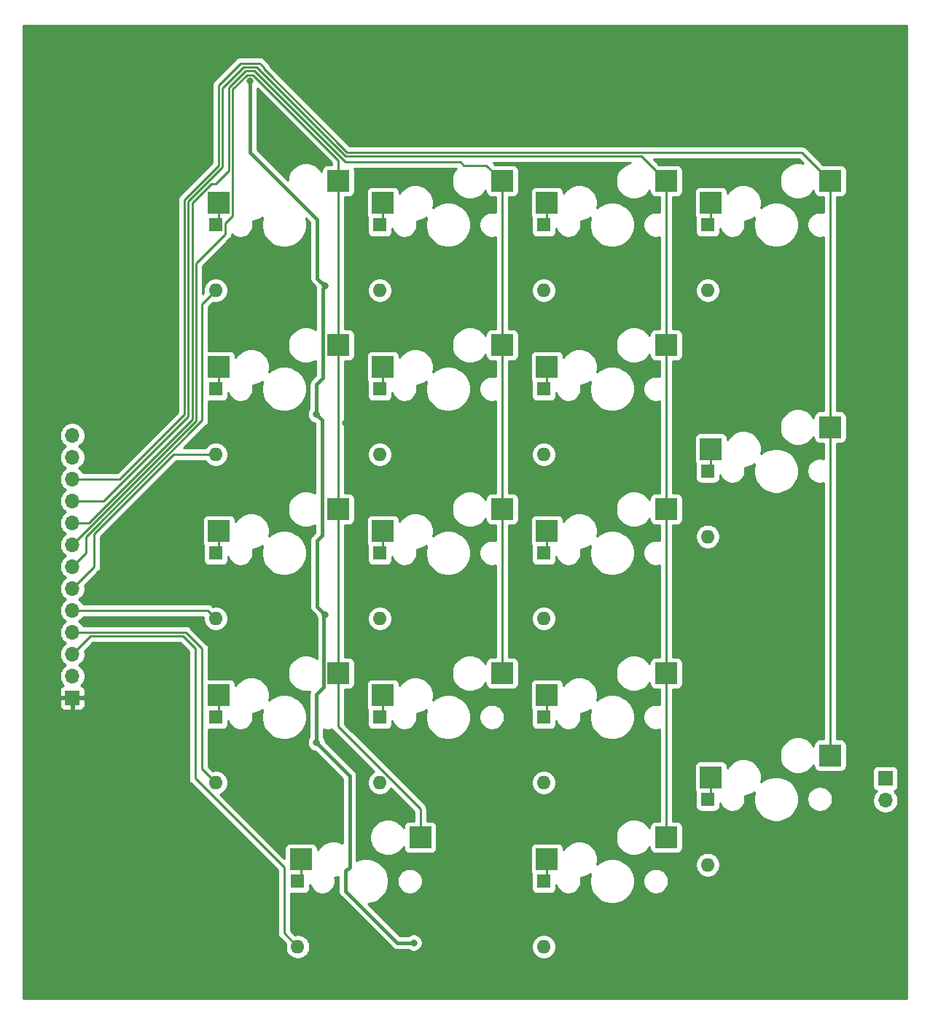
<source format=gbl>
G04 #@! TF.GenerationSoftware,KiCad,Pcbnew,(5.1.10)-1*
G04 #@! TF.CreationDate,2023-01-23T12:40:00+01:00*
G04 #@! TF.ProjectId,numpad,6e756d70-6164-42e6-9b69-6361645f7063,rev?*
G04 #@! TF.SameCoordinates,Original*
G04 #@! TF.FileFunction,Copper,L2,Bot*
G04 #@! TF.FilePolarity,Positive*
%FSLAX46Y46*%
G04 Gerber Fmt 4.6, Leading zero omitted, Abs format (unit mm)*
G04 Created by KiCad (PCBNEW (5.1.10)-1) date 2023-01-23 12:40:00*
%MOMM*%
%LPD*%
G01*
G04 APERTURE LIST*
G04 #@! TA.AperFunction,SMDPad,CuDef*
%ADD10R,2.550000X2.500000*%
G04 #@! TD*
G04 #@! TA.AperFunction,ComponentPad*
%ADD11O,1.600000X1.600000*%
G04 #@! TD*
G04 #@! TA.AperFunction,ComponentPad*
%ADD12R,1.600000X1.600000*%
G04 #@! TD*
G04 #@! TA.AperFunction,ComponentPad*
%ADD13O,1.700000X1.700000*%
G04 #@! TD*
G04 #@! TA.AperFunction,ComponentPad*
%ADD14R,1.700000X1.700000*%
G04 #@! TD*
G04 #@! TA.AperFunction,ViaPad*
%ADD15C,0.800000*%
G04 #@! TD*
G04 #@! TA.AperFunction,Conductor*
%ADD16C,0.254000*%
G04 #@! TD*
G04 #@! TA.AperFunction,Conductor*
%ADD17C,0.381000*%
G04 #@! TD*
G04 #@! TA.AperFunction,Conductor*
%ADD18C,0.100000*%
G04 #@! TD*
G04 APERTURE END LIST*
D10*
X120233750Y-121285000D03*
X134083750Y-118745000D03*
X120233750Y-83185000D03*
X134083750Y-80645000D03*
X91658750Y-121285000D03*
X105508750Y-118745000D03*
X139283750Y-111760000D03*
X153133750Y-109220000D03*
X139283750Y-73660000D03*
X153133750Y-71120000D03*
X82133750Y-45085000D03*
X95983750Y-42545000D03*
D11*
X100806250Y-112395000D03*
D12*
X100806250Y-104775000D03*
D10*
X82133750Y-64135000D03*
X95983750Y-61595000D03*
D13*
X65087500Y-72072500D03*
X65087500Y-74612500D03*
X65087500Y-77152500D03*
X65087500Y-79692500D03*
X65087500Y-82232500D03*
X65087500Y-84772500D03*
X65087500Y-87312500D03*
X65087500Y-89852500D03*
X65087500Y-92392500D03*
X65087500Y-94932500D03*
X65087500Y-97472500D03*
X65087500Y-100012500D03*
D14*
X65087500Y-102552500D03*
D13*
X159543750Y-114458750D03*
D14*
X159543750Y-111918750D03*
D11*
X138906250Y-55245000D03*
D12*
X138906250Y-47625000D03*
D11*
X81756250Y-55245000D03*
D12*
X81756250Y-47625000D03*
D11*
X119856250Y-55245000D03*
D12*
X119856250Y-47625000D03*
D11*
X138906250Y-121920000D03*
D12*
X138906250Y-114300000D03*
D11*
X119856250Y-131445000D03*
D12*
X119856250Y-123825000D03*
D11*
X100806250Y-55245000D03*
D12*
X100806250Y-47625000D03*
D11*
X138906250Y-83820000D03*
D12*
X138906250Y-76200000D03*
D11*
X119856250Y-74295000D03*
D12*
X119856250Y-66675000D03*
D11*
X100806250Y-74295000D03*
D12*
X100806250Y-66675000D03*
D11*
X81756250Y-74295000D03*
D12*
X81756250Y-66675000D03*
D11*
X119856250Y-93345000D03*
D12*
X119856250Y-85725000D03*
D11*
X100806250Y-93345000D03*
D12*
X100806250Y-85725000D03*
D11*
X81756250Y-93345000D03*
D12*
X81756250Y-85725000D03*
D11*
X119856250Y-112395000D03*
D12*
X119856250Y-104775000D03*
D11*
X81756250Y-112395000D03*
D12*
X81756250Y-104775000D03*
D11*
X91281250Y-131445000D03*
D12*
X91281250Y-123825000D03*
D10*
X139283750Y-45085000D03*
X153133750Y-42545000D03*
X120233750Y-45085000D03*
X134083750Y-42545000D03*
X101183750Y-45085000D03*
X115033750Y-42545000D03*
X120233750Y-64135000D03*
X134083750Y-61595000D03*
X101183750Y-64135000D03*
X115033750Y-61595000D03*
X101183750Y-83185000D03*
X115033750Y-80645000D03*
X82133750Y-83185000D03*
X95983750Y-80645000D03*
X120233750Y-102235000D03*
X134083750Y-99695000D03*
X101183750Y-102235000D03*
X115033750Y-99695000D03*
X82133750Y-102235000D03*
X95983750Y-99695000D03*
D15*
X94456250Y-54768750D03*
X94443750Y-92881250D03*
X93453249Y-107740749D03*
X104762500Y-130981250D03*
X85725000Y-30956250D03*
X93453249Y-69640749D03*
X96837500Y-70643750D03*
X116681250Y-70643750D03*
X96837500Y-108743750D03*
X114300000Y-108743750D03*
X69056250Y-89693750D03*
X88900000Y-37306250D03*
D16*
X91658750Y-123447500D02*
X91281250Y-123825000D01*
X91658750Y-121285000D02*
X91658750Y-123447500D01*
X65087500Y-94932500D02*
X78263750Y-94932500D01*
X78263750Y-94932500D02*
X80168750Y-96837500D01*
X80168750Y-110807500D02*
X81756250Y-112395000D01*
X80168750Y-96837500D02*
X80168750Y-110807500D01*
X82133750Y-104397500D02*
X81756250Y-104775000D01*
X82133750Y-102235000D02*
X82133750Y-104397500D01*
X101183750Y-104397500D02*
X100806250Y-104775000D01*
X101183750Y-102235000D02*
X101183750Y-104397500D01*
X120233750Y-104397500D02*
X119856250Y-104775000D01*
X120233750Y-102235000D02*
X120233750Y-104397500D01*
X80803750Y-92392500D02*
X81756250Y-93345000D01*
X65087500Y-92392500D02*
X80803750Y-92392500D01*
X82133750Y-85347500D02*
X81756250Y-85725000D01*
X82133750Y-83185000D02*
X82133750Y-85347500D01*
X101183750Y-85347500D02*
X100806250Y-85725000D01*
X101183750Y-83185000D02*
X101183750Y-85347500D01*
X120233750Y-85347500D02*
X119856250Y-85725000D01*
X120233750Y-83185000D02*
X120233750Y-85347500D01*
X65087500Y-89852500D02*
X67634566Y-87305434D01*
X67634566Y-87305434D02*
X67634566Y-83509566D01*
X76849132Y-74295000D02*
X81756250Y-74295000D01*
X67634566Y-83509566D02*
X76849132Y-74295000D01*
X82133750Y-66297500D02*
X81756250Y-66675000D01*
X82133750Y-64135000D02*
X82133750Y-66297500D01*
X101183750Y-66297500D02*
X100806250Y-66675000D01*
X101183750Y-64135000D02*
X101183750Y-66297500D01*
X120233750Y-66297500D02*
X119856250Y-66675000D01*
X120233750Y-64135000D02*
X120233750Y-66297500D01*
X139283750Y-75822500D02*
X138906250Y-76200000D01*
X139283750Y-73660000D02*
X139283750Y-75822500D01*
X65087500Y-87312500D02*
X66675000Y-85725000D01*
X66675000Y-85725000D02*
X66675000Y-83827066D01*
X66675000Y-83827066D02*
X80168750Y-70333316D01*
X80168750Y-56832500D02*
X81756250Y-55245000D01*
X80168750Y-70333316D02*
X80168750Y-56832500D01*
X101183750Y-47247500D02*
X100806250Y-47625000D01*
X101183750Y-45085000D02*
X101183750Y-47247500D01*
X89693750Y-129857500D02*
X91281250Y-131445000D01*
X89693750Y-122237500D02*
X89693750Y-129857500D01*
X79375000Y-111918750D02*
X89693750Y-122237500D01*
X79375000Y-96837500D02*
X79375000Y-111918750D01*
X77924010Y-95386510D02*
X79375000Y-96837500D01*
X67173490Y-95386510D02*
X77924010Y-95386510D01*
X65087500Y-97472500D02*
X67173490Y-95386510D01*
X120233750Y-123447500D02*
X119856250Y-123825000D01*
X120233750Y-121285000D02*
X120233750Y-123447500D01*
X139283750Y-113922500D02*
X138906250Y-114300000D01*
X139283750Y-111760000D02*
X139283750Y-113922500D01*
X120233750Y-47247500D02*
X119856250Y-47625000D01*
X120233750Y-45085000D02*
X120233750Y-47247500D01*
X82133750Y-47247500D02*
X81756250Y-47625000D01*
X82133750Y-45085000D02*
X82133750Y-47247500D01*
X139283750Y-47247500D02*
X138906250Y-47625000D01*
X139283750Y-45085000D02*
X139283750Y-47247500D01*
X95983750Y-42545000D02*
X95983750Y-61595000D01*
X95983750Y-61595000D02*
X95983750Y-80645000D01*
X95983750Y-80645000D02*
X95983750Y-99695000D01*
X105508750Y-115429538D02*
X105508750Y-118745000D01*
X95983750Y-105904538D02*
X105508750Y-115429538D01*
X95983750Y-99695000D02*
X95983750Y-105904538D01*
X95983750Y-40139038D02*
X95983750Y-42545000D01*
X86073961Y-30229249D02*
X95983750Y-40139038D01*
X85376039Y-30229249D02*
X86073961Y-30229249D01*
X83735751Y-31869537D02*
X85376039Y-30229249D01*
X82883251Y-47449101D02*
X83735751Y-46596601D01*
X82883251Y-48686601D02*
X82883251Y-47449101D01*
X83735751Y-46596601D02*
X83735751Y-31869537D01*
X79473082Y-52096770D02*
X82883251Y-48686601D01*
X79473082Y-70386918D02*
X79473082Y-52096770D01*
X65087500Y-84772500D02*
X79473082Y-70386918D01*
X115033750Y-42545000D02*
X115033750Y-61595000D01*
X115033750Y-61595000D02*
X115033750Y-80645000D01*
X115033750Y-80645000D02*
X115033750Y-100746250D01*
X65087500Y-82232500D02*
X66985434Y-82232500D01*
X66985434Y-82232500D02*
X79019072Y-70198862D01*
X79019072Y-45086076D02*
X81242648Y-42862500D01*
X79019072Y-70198862D02*
X79019072Y-45086076D01*
X81756250Y-42862500D02*
X83281741Y-41337009D01*
X81242648Y-42862500D02*
X81756250Y-42862500D01*
X83281741Y-31681480D02*
X85187982Y-29775239D01*
X83281741Y-41337009D02*
X83281741Y-31681480D01*
X86262018Y-29775239D02*
X96837500Y-40350721D01*
X85187982Y-29775239D02*
X86262018Y-29775239D01*
X113206749Y-40717999D02*
X115033750Y-42545000D01*
X110567999Y-40717999D02*
X113206749Y-40717999D01*
X110200721Y-40350721D02*
X110567999Y-40717999D01*
X96837500Y-40350721D02*
X110200721Y-40350721D01*
X134083750Y-42545000D02*
X134083750Y-61595000D01*
X134083750Y-61595000D02*
X134083750Y-80645000D01*
X134083750Y-80645000D02*
X134083750Y-99695000D01*
X134083750Y-99695000D02*
X134083750Y-118745000D01*
X65087500Y-79692500D02*
X68722562Y-79692500D01*
X68722562Y-79692500D02*
X78565062Y-69850000D01*
X78565062Y-44898019D02*
X78831016Y-44632066D01*
X78565062Y-69850000D02*
X78565062Y-44898019D01*
X78831016Y-44632066D02*
X82550000Y-40913082D01*
X82550000Y-40913082D02*
X82550001Y-31771154D01*
X84999925Y-29321229D02*
X86471229Y-29321229D01*
X82550001Y-31771154D02*
X84999925Y-29321229D01*
X86471229Y-29321229D02*
X96837500Y-39687500D01*
X131226250Y-39687500D02*
X134083750Y-42545000D01*
X96837500Y-39687500D02*
X131226250Y-39687500D01*
X153133750Y-42545000D02*
X153133750Y-71120000D01*
X153133750Y-71120000D02*
X153133750Y-109220000D01*
X65087500Y-77152500D02*
X70620496Y-77152500D01*
X70620496Y-77152500D02*
X78111052Y-69661944D01*
X78111052Y-69661944D02*
X78111052Y-45086075D01*
X78111054Y-44709961D02*
X82095991Y-40725024D01*
X78111052Y-45086075D02*
X78111054Y-44709961D01*
X82095991Y-40725024D02*
X82095991Y-31410259D01*
X84639031Y-28867219D02*
X86810969Y-28867219D01*
X82095991Y-31410259D02*
X84639031Y-28867219D01*
X87312500Y-29368750D02*
X87312500Y-29520434D01*
X86810969Y-28867219D02*
X87312500Y-29368750D01*
X87312500Y-29520434D02*
X97025556Y-39233490D01*
X149822240Y-39233490D02*
X153133750Y-42545000D01*
X97025556Y-39233490D02*
X149822240Y-39233490D01*
D17*
X93453249Y-102122401D02*
X93453249Y-107740749D01*
X94318249Y-93006751D02*
X94318249Y-101257401D01*
X94318249Y-101257401D02*
X93453249Y-102122401D01*
X94443750Y-92881250D02*
X94318249Y-93006751D01*
X102846086Y-130981250D02*
X104762500Y-130981250D01*
X96834349Y-124969513D02*
X102846086Y-130981250D01*
X96834349Y-122657343D02*
X96834349Y-124969513D01*
X93453249Y-107740749D02*
X97299251Y-111586751D01*
X97299251Y-122192441D02*
X96834349Y-122657343D01*
X97299251Y-111586751D02*
X97299251Y-122192441D01*
X85725000Y-39221778D02*
X85725000Y-30956250D01*
X93532349Y-47029127D02*
X85725000Y-39221778D01*
X93532349Y-53844849D02*
X93532349Y-47029127D01*
X94456250Y-54768750D02*
X93532349Y-53844849D01*
X94177877Y-65433599D02*
X93453249Y-66158227D01*
X94177877Y-55047123D02*
X94177877Y-65433599D01*
X93453249Y-66158227D02*
X93453249Y-69640749D01*
X94456250Y-54768750D02*
X94177877Y-55047123D01*
X93532349Y-84267651D02*
X93532349Y-91969849D01*
X94124251Y-83675749D02*
X93532349Y-84267651D01*
X93532349Y-91969849D02*
X94443750Y-92881250D01*
X94124251Y-70311751D02*
X94124251Y-83675749D01*
X93453249Y-69640749D02*
X94124251Y-70311751D01*
D16*
X162058751Y-137452500D02*
X59397500Y-137452500D01*
X59397500Y-103402500D01*
X63599428Y-103402500D01*
X63611688Y-103526982D01*
X63647998Y-103646680D01*
X63706963Y-103756994D01*
X63786315Y-103853685D01*
X63883006Y-103933037D01*
X63993320Y-103992002D01*
X64113018Y-104028312D01*
X64237500Y-104040572D01*
X64801750Y-104037500D01*
X64960500Y-103878750D01*
X64960500Y-102679500D01*
X65214500Y-102679500D01*
X65214500Y-103878750D01*
X65373250Y-104037500D01*
X65937500Y-104040572D01*
X66061982Y-104028312D01*
X66181680Y-103992002D01*
X66291994Y-103933037D01*
X66388685Y-103853685D01*
X66468037Y-103756994D01*
X66527002Y-103646680D01*
X66563312Y-103526982D01*
X66575572Y-103402500D01*
X66572500Y-102838250D01*
X66413750Y-102679500D01*
X65214500Y-102679500D01*
X64960500Y-102679500D01*
X63761250Y-102679500D01*
X63602500Y-102838250D01*
X63599428Y-103402500D01*
X59397500Y-103402500D01*
X59397500Y-101702500D01*
X63599428Y-101702500D01*
X63602500Y-102266750D01*
X63761250Y-102425500D01*
X64960500Y-102425500D01*
X64960500Y-102405500D01*
X65214500Y-102405500D01*
X65214500Y-102425500D01*
X66413750Y-102425500D01*
X66572500Y-102266750D01*
X66575572Y-101702500D01*
X66563312Y-101578018D01*
X66527002Y-101458320D01*
X66468037Y-101348006D01*
X66388685Y-101251315D01*
X66291994Y-101171963D01*
X66181680Y-101112998D01*
X66109120Y-101090987D01*
X66240975Y-100959132D01*
X66403490Y-100715911D01*
X66515432Y-100445658D01*
X66572500Y-100158760D01*
X66572500Y-99866240D01*
X66515432Y-99579342D01*
X66403490Y-99309089D01*
X66240975Y-99065868D01*
X66034132Y-98859025D01*
X65859740Y-98742500D01*
X66034132Y-98625975D01*
X66240975Y-98419132D01*
X66403490Y-98175911D01*
X66515432Y-97905658D01*
X66572500Y-97618760D01*
X66572500Y-97326240D01*
X66529179Y-97108452D01*
X67489121Y-96148510D01*
X77608380Y-96148510D01*
X78613000Y-97153131D01*
X78613001Y-111881317D01*
X78609314Y-111918750D01*
X78624027Y-112068128D01*
X78667599Y-112211765D01*
X78738355Y-112344142D01*
X78780093Y-112394999D01*
X78833579Y-112460172D01*
X78862649Y-112484029D01*
X88931750Y-122553131D01*
X88931751Y-129820067D01*
X88928064Y-129857500D01*
X88942777Y-130006878D01*
X88986349Y-130150515D01*
X89057105Y-130282892D01*
X89096064Y-130330363D01*
X89152329Y-130398922D01*
X89181399Y-130422779D01*
X89882093Y-131123473D01*
X89846250Y-131303665D01*
X89846250Y-131586335D01*
X89901397Y-131863574D01*
X90009570Y-132124727D01*
X90166613Y-132359759D01*
X90366491Y-132559637D01*
X90601523Y-132716680D01*
X90862676Y-132824853D01*
X91139915Y-132880000D01*
X91422585Y-132880000D01*
X91699824Y-132824853D01*
X91960977Y-132716680D01*
X92196009Y-132559637D01*
X92395887Y-132359759D01*
X92552930Y-132124727D01*
X92661103Y-131863574D01*
X92716250Y-131586335D01*
X92716250Y-131303665D01*
X92661103Y-131026426D01*
X92552930Y-130765273D01*
X92395887Y-130530241D01*
X92196009Y-130330363D01*
X91960977Y-130173320D01*
X91699824Y-130065147D01*
X91422585Y-130010000D01*
X91139915Y-130010000D01*
X90959723Y-130045843D01*
X90455750Y-129541870D01*
X90455750Y-125260561D01*
X90481250Y-125263072D01*
X92081250Y-125263072D01*
X92205732Y-125250812D01*
X92325430Y-125214502D01*
X92435744Y-125155537D01*
X92532435Y-125076185D01*
X92611787Y-124979494D01*
X92670752Y-124869180D01*
X92707062Y-124749482D01*
X92719322Y-124625000D01*
X92719322Y-124281042D01*
X92821962Y-124528838D01*
X92984576Y-124772206D01*
X93191544Y-124979174D01*
X93434912Y-125141788D01*
X93705329Y-125253798D01*
X93992402Y-125310900D01*
X94285098Y-125310900D01*
X94572171Y-125253798D01*
X94842588Y-125141788D01*
X95085956Y-124979174D01*
X95292924Y-124772206D01*
X95455538Y-124528838D01*
X95567548Y-124258421D01*
X95624650Y-123971348D01*
X95624650Y-123678652D01*
X95573201Y-123420000D01*
X95619029Y-123420000D01*
X96008849Y-123342460D01*
X96008850Y-124928953D01*
X96004855Y-124969513D01*
X96020794Y-125131339D01*
X96067996Y-125286946D01*
X96144650Y-125430355D01*
X96202485Y-125500826D01*
X96247809Y-125556054D01*
X96279310Y-125581906D01*
X102233693Y-131536290D01*
X102259545Y-131567791D01*
X102291942Y-131594378D01*
X102385243Y-131670949D01*
X102510714Y-131738015D01*
X102528652Y-131747603D01*
X102684260Y-131794806D01*
X102805533Y-131806750D01*
X102805535Y-131806750D01*
X102846086Y-131810744D01*
X102886636Y-131806750D01*
X104134997Y-131806750D01*
X104272244Y-131898455D01*
X104460602Y-131976476D01*
X104660561Y-132016250D01*
X104864439Y-132016250D01*
X105064398Y-131976476D01*
X105252756Y-131898455D01*
X105422274Y-131785187D01*
X105566437Y-131641024D01*
X105679705Y-131471506D01*
X105749227Y-131303665D01*
X118421250Y-131303665D01*
X118421250Y-131586335D01*
X118476397Y-131863574D01*
X118584570Y-132124727D01*
X118741613Y-132359759D01*
X118941491Y-132559637D01*
X119176523Y-132716680D01*
X119437676Y-132824853D01*
X119714915Y-132880000D01*
X119997585Y-132880000D01*
X120274824Y-132824853D01*
X120535977Y-132716680D01*
X120771009Y-132559637D01*
X120970887Y-132359759D01*
X121127930Y-132124727D01*
X121236103Y-131863574D01*
X121291250Y-131586335D01*
X121291250Y-131303665D01*
X121236103Y-131026426D01*
X121127930Y-130765273D01*
X120970887Y-130530241D01*
X120771009Y-130330363D01*
X120535977Y-130173320D01*
X120274824Y-130065147D01*
X119997585Y-130010000D01*
X119714915Y-130010000D01*
X119437676Y-130065147D01*
X119176523Y-130173320D01*
X118941491Y-130330363D01*
X118741613Y-130530241D01*
X118584570Y-130765273D01*
X118476397Y-131026426D01*
X118421250Y-131303665D01*
X105749227Y-131303665D01*
X105757726Y-131283148D01*
X105797500Y-131083189D01*
X105797500Y-130879311D01*
X105757726Y-130679352D01*
X105679705Y-130490994D01*
X105566437Y-130321476D01*
X105422274Y-130177313D01*
X105252756Y-130064045D01*
X105064398Y-129986024D01*
X104864439Y-129946250D01*
X104660561Y-129946250D01*
X104460602Y-129986024D01*
X104272244Y-130064045D01*
X104134997Y-130155750D01*
X103188019Y-130155750D01*
X99484759Y-126452491D01*
X99985572Y-126352873D01*
X100464001Y-126154701D01*
X100894576Y-125867000D01*
X101260750Y-125500826D01*
X101548451Y-125070251D01*
X101746623Y-124591822D01*
X101847650Y-124083924D01*
X101847650Y-123678652D01*
X102812850Y-123678652D01*
X102812850Y-123971348D01*
X102869952Y-124258421D01*
X102981962Y-124528838D01*
X103144576Y-124772206D01*
X103351544Y-124979174D01*
X103594912Y-125141788D01*
X103865329Y-125253798D01*
X104152402Y-125310900D01*
X104445098Y-125310900D01*
X104732171Y-125253798D01*
X105002588Y-125141788D01*
X105245956Y-124979174D01*
X105452924Y-124772206D01*
X105615538Y-124528838D01*
X105727548Y-124258421D01*
X105784650Y-123971348D01*
X105784650Y-123678652D01*
X105727548Y-123391579D01*
X105615538Y-123121162D01*
X105452924Y-122877794D01*
X105245956Y-122670826D01*
X105002588Y-122508212D01*
X104732171Y-122396202D01*
X104445098Y-122339100D01*
X104152402Y-122339100D01*
X103865329Y-122396202D01*
X103594912Y-122508212D01*
X103351544Y-122670826D01*
X103144576Y-122877794D01*
X102981962Y-123121162D01*
X102869952Y-123391579D01*
X102812850Y-123678652D01*
X101847650Y-123678652D01*
X101847650Y-123566076D01*
X101746623Y-123058178D01*
X101548451Y-122579749D01*
X101260750Y-122149174D01*
X100894576Y-121783000D01*
X100464001Y-121495299D01*
X99985572Y-121297127D01*
X99477674Y-121196100D01*
X98959826Y-121196100D01*
X98451928Y-121297127D01*
X98124751Y-121432648D01*
X98124751Y-111627301D01*
X98128745Y-111586750D01*
X98124751Y-111546198D01*
X98112807Y-111424925D01*
X98065604Y-111269317D01*
X98034619Y-111211349D01*
X97988950Y-111125908D01*
X97934451Y-111059502D01*
X97885792Y-111000210D01*
X97854292Y-110974359D01*
X94480678Y-107600745D01*
X94448475Y-107438851D01*
X94370454Y-107250493D01*
X94278749Y-107113246D01*
X94278749Y-106178291D01*
X94340329Y-106203798D01*
X94627402Y-106260900D01*
X94920098Y-106260900D01*
X95207171Y-106203798D01*
X95270310Y-106177645D01*
X95276349Y-106197553D01*
X95347105Y-106329930D01*
X95418471Y-106416889D01*
X95442329Y-106445960D01*
X95471399Y-106469817D01*
X100125551Y-111123969D01*
X99891491Y-111280363D01*
X99691613Y-111480241D01*
X99534570Y-111715273D01*
X99426397Y-111976426D01*
X99371250Y-112253665D01*
X99371250Y-112536335D01*
X99426397Y-112813574D01*
X99534570Y-113074727D01*
X99691613Y-113309759D01*
X99891491Y-113509637D01*
X100126523Y-113666680D01*
X100387676Y-113774853D01*
X100664915Y-113830000D01*
X100947585Y-113830000D01*
X101224824Y-113774853D01*
X101485977Y-113666680D01*
X101721009Y-113509637D01*
X101920887Y-113309759D01*
X102077280Y-113075699D01*
X104746750Y-115745169D01*
X104746750Y-116856928D01*
X104233750Y-116856928D01*
X104109268Y-116869188D01*
X103989570Y-116905498D01*
X103879256Y-116964463D01*
X103782565Y-117043815D01*
X103703213Y-117140506D01*
X103644248Y-117250820D01*
X103607938Y-117370518D01*
X103595678Y-117495000D01*
X103595678Y-117651259D01*
X103417113Y-117384017D01*
X103119733Y-117086637D01*
X102770052Y-116852988D01*
X102381506Y-116692047D01*
X101969029Y-116610000D01*
X101548471Y-116610000D01*
X101135994Y-116692047D01*
X100747448Y-116852988D01*
X100397767Y-117086637D01*
X100100387Y-117384017D01*
X99866738Y-117733698D01*
X99705797Y-118122244D01*
X99623750Y-118534721D01*
X99623750Y-118955279D01*
X99705797Y-119367756D01*
X99866738Y-119756302D01*
X100100387Y-120105983D01*
X100397767Y-120403363D01*
X100747448Y-120637012D01*
X101135994Y-120797953D01*
X101548471Y-120880000D01*
X101969029Y-120880000D01*
X102381506Y-120797953D01*
X102770052Y-120637012D01*
X103119733Y-120403363D01*
X103417113Y-120105983D01*
X103595678Y-119838741D01*
X103595678Y-119995000D01*
X103607938Y-120119482D01*
X103644248Y-120239180D01*
X103703213Y-120349494D01*
X103782565Y-120446185D01*
X103879256Y-120525537D01*
X103989570Y-120584502D01*
X104109268Y-120620812D01*
X104233750Y-120633072D01*
X106783750Y-120633072D01*
X106908232Y-120620812D01*
X107027930Y-120584502D01*
X107138244Y-120525537D01*
X107234935Y-120446185D01*
X107314287Y-120349494D01*
X107373252Y-120239180D01*
X107409562Y-120119482D01*
X107417882Y-120035000D01*
X118320678Y-120035000D01*
X118320678Y-122535000D01*
X118332938Y-122659482D01*
X118369248Y-122779180D01*
X118428213Y-122889494D01*
X118432279Y-122894449D01*
X118430438Y-122900518D01*
X118418178Y-123025000D01*
X118418178Y-124625000D01*
X118430438Y-124749482D01*
X118466748Y-124869180D01*
X118525713Y-124979494D01*
X118605065Y-125076185D01*
X118701756Y-125155537D01*
X118812070Y-125214502D01*
X118931768Y-125250812D01*
X119056250Y-125263072D01*
X120656250Y-125263072D01*
X120780732Y-125250812D01*
X120900430Y-125214502D01*
X121010744Y-125155537D01*
X121107435Y-125076185D01*
X121186787Y-124979494D01*
X121245752Y-124869180D01*
X121282062Y-124749482D01*
X121294322Y-124625000D01*
X121294322Y-124281042D01*
X121396962Y-124528838D01*
X121559576Y-124772206D01*
X121766544Y-124979174D01*
X122009912Y-125141788D01*
X122280329Y-125253798D01*
X122567402Y-125310900D01*
X122860098Y-125310900D01*
X123147171Y-125253798D01*
X123417588Y-125141788D01*
X123660956Y-124979174D01*
X123867924Y-124772206D01*
X124030538Y-124528838D01*
X124142548Y-124258421D01*
X124199650Y-123971348D01*
X124199650Y-123678652D01*
X124148201Y-123420000D01*
X124194029Y-123420000D01*
X124606506Y-123337953D01*
X124995052Y-123177012D01*
X125301458Y-122972279D01*
X125265877Y-123058178D01*
X125164850Y-123566076D01*
X125164850Y-124083924D01*
X125265877Y-124591822D01*
X125464049Y-125070251D01*
X125751750Y-125500826D01*
X126117924Y-125867000D01*
X126548499Y-126154701D01*
X127026928Y-126352873D01*
X127534826Y-126453900D01*
X128052674Y-126453900D01*
X128560572Y-126352873D01*
X129039001Y-126154701D01*
X129469576Y-125867000D01*
X129835750Y-125500826D01*
X130123451Y-125070251D01*
X130321623Y-124591822D01*
X130422650Y-124083924D01*
X130422650Y-123678652D01*
X131387850Y-123678652D01*
X131387850Y-123971348D01*
X131444952Y-124258421D01*
X131556962Y-124528838D01*
X131719576Y-124772206D01*
X131926544Y-124979174D01*
X132169912Y-125141788D01*
X132440329Y-125253798D01*
X132727402Y-125310900D01*
X133020098Y-125310900D01*
X133307171Y-125253798D01*
X133577588Y-125141788D01*
X133820956Y-124979174D01*
X134027924Y-124772206D01*
X134190538Y-124528838D01*
X134302548Y-124258421D01*
X134359650Y-123971348D01*
X134359650Y-123678652D01*
X134302548Y-123391579D01*
X134190538Y-123121162D01*
X134027924Y-122877794D01*
X133820956Y-122670826D01*
X133577588Y-122508212D01*
X133307171Y-122396202D01*
X133020098Y-122339100D01*
X132727402Y-122339100D01*
X132440329Y-122396202D01*
X132169912Y-122508212D01*
X131926544Y-122670826D01*
X131719576Y-122877794D01*
X131556962Y-123121162D01*
X131444952Y-123391579D01*
X131387850Y-123678652D01*
X130422650Y-123678652D01*
X130422650Y-123566076D01*
X130321623Y-123058178D01*
X130123451Y-122579749D01*
X129835750Y-122149174D01*
X129469576Y-121783000D01*
X129463089Y-121778665D01*
X137471250Y-121778665D01*
X137471250Y-122061335D01*
X137526397Y-122338574D01*
X137634570Y-122599727D01*
X137791613Y-122834759D01*
X137991491Y-123034637D01*
X138226523Y-123191680D01*
X138487676Y-123299853D01*
X138764915Y-123355000D01*
X139047585Y-123355000D01*
X139324824Y-123299853D01*
X139585977Y-123191680D01*
X139821009Y-123034637D01*
X140020887Y-122834759D01*
X140177930Y-122599727D01*
X140286103Y-122338574D01*
X140341250Y-122061335D01*
X140341250Y-121778665D01*
X140286103Y-121501426D01*
X140177930Y-121240273D01*
X140020887Y-121005241D01*
X139821009Y-120805363D01*
X139585977Y-120648320D01*
X139324824Y-120540147D01*
X139047585Y-120485000D01*
X138764915Y-120485000D01*
X138487676Y-120540147D01*
X138226523Y-120648320D01*
X137991491Y-120805363D01*
X137791613Y-121005241D01*
X137634570Y-121240273D01*
X137526397Y-121501426D01*
X137471250Y-121778665D01*
X129463089Y-121778665D01*
X129039001Y-121495299D01*
X128560572Y-121297127D01*
X128052674Y-121196100D01*
X127534826Y-121196100D01*
X127026928Y-121297127D01*
X126548499Y-121495299D01*
X126117924Y-121783000D01*
X126047513Y-121853411D01*
X126118750Y-121495279D01*
X126118750Y-121074721D01*
X126036703Y-120662244D01*
X125875762Y-120273698D01*
X125642113Y-119924017D01*
X125344733Y-119626637D01*
X124995052Y-119392988D01*
X124606506Y-119232047D01*
X124194029Y-119150000D01*
X123773471Y-119150000D01*
X123360994Y-119232047D01*
X122972448Y-119392988D01*
X122622767Y-119626637D01*
X122325387Y-119924017D01*
X122146822Y-120191259D01*
X122146822Y-120035000D01*
X122134562Y-119910518D01*
X122098252Y-119790820D01*
X122039287Y-119680506D01*
X121959935Y-119583815D01*
X121863244Y-119504463D01*
X121752930Y-119445498D01*
X121633232Y-119409188D01*
X121508750Y-119396928D01*
X118958750Y-119396928D01*
X118834268Y-119409188D01*
X118714570Y-119445498D01*
X118604256Y-119504463D01*
X118507565Y-119583815D01*
X118428213Y-119680506D01*
X118369248Y-119790820D01*
X118332938Y-119910518D01*
X118320678Y-120035000D01*
X107417882Y-120035000D01*
X107421822Y-119995000D01*
X107421822Y-117495000D01*
X107409562Y-117370518D01*
X107373252Y-117250820D01*
X107314287Y-117140506D01*
X107234935Y-117043815D01*
X107138244Y-116964463D01*
X107027930Y-116905498D01*
X106908232Y-116869188D01*
X106783750Y-116856928D01*
X106270750Y-116856928D01*
X106270750Y-115466960D01*
X106274436Y-115429537D01*
X106266029Y-115344180D01*
X106259724Y-115280160D01*
X106216152Y-115136523D01*
X106145395Y-115004146D01*
X106050172Y-114888116D01*
X106021103Y-114864260D01*
X103410508Y-112253665D01*
X118421250Y-112253665D01*
X118421250Y-112536335D01*
X118476397Y-112813574D01*
X118584570Y-113074727D01*
X118741613Y-113309759D01*
X118941491Y-113509637D01*
X119176523Y-113666680D01*
X119437676Y-113774853D01*
X119714915Y-113830000D01*
X119997585Y-113830000D01*
X120274824Y-113774853D01*
X120535977Y-113666680D01*
X120771009Y-113509637D01*
X120970887Y-113309759D01*
X121127930Y-113074727D01*
X121236103Y-112813574D01*
X121291250Y-112536335D01*
X121291250Y-112253665D01*
X121236103Y-111976426D01*
X121127930Y-111715273D01*
X120970887Y-111480241D01*
X120771009Y-111280363D01*
X120535977Y-111123320D01*
X120274824Y-111015147D01*
X119997585Y-110960000D01*
X119714915Y-110960000D01*
X119437676Y-111015147D01*
X119176523Y-111123320D01*
X118941491Y-111280363D01*
X118741613Y-111480241D01*
X118584570Y-111715273D01*
X118476397Y-111976426D01*
X118421250Y-112253665D01*
X103410508Y-112253665D01*
X96745750Y-105588908D01*
X96745750Y-101583072D01*
X97258750Y-101583072D01*
X97383232Y-101570812D01*
X97502930Y-101534502D01*
X97613244Y-101475537D01*
X97709935Y-101396185D01*
X97789287Y-101299494D01*
X97848252Y-101189180D01*
X97884562Y-101069482D01*
X97892882Y-100985000D01*
X99270678Y-100985000D01*
X99270678Y-103485000D01*
X99282938Y-103609482D01*
X99319248Y-103729180D01*
X99378213Y-103839494D01*
X99382279Y-103844449D01*
X99380438Y-103850518D01*
X99368178Y-103975000D01*
X99368178Y-105575000D01*
X99380438Y-105699482D01*
X99416748Y-105819180D01*
X99475713Y-105929494D01*
X99555065Y-106026185D01*
X99651756Y-106105537D01*
X99762070Y-106164502D01*
X99881768Y-106200812D01*
X100006250Y-106213072D01*
X101606250Y-106213072D01*
X101730732Y-106200812D01*
X101850430Y-106164502D01*
X101960744Y-106105537D01*
X102057435Y-106026185D01*
X102136787Y-105929494D01*
X102195752Y-105819180D01*
X102232062Y-105699482D01*
X102244322Y-105575000D01*
X102244322Y-105231042D01*
X102346962Y-105478838D01*
X102509576Y-105722206D01*
X102716544Y-105929174D01*
X102959912Y-106091788D01*
X103230329Y-106203798D01*
X103517402Y-106260900D01*
X103810098Y-106260900D01*
X104097171Y-106203798D01*
X104367588Y-106091788D01*
X104610956Y-105929174D01*
X104817924Y-105722206D01*
X104980538Y-105478838D01*
X105092548Y-105208421D01*
X105149650Y-104921348D01*
X105149650Y-104628652D01*
X105098201Y-104370000D01*
X105144029Y-104370000D01*
X105556506Y-104287953D01*
X105945052Y-104127012D01*
X106251458Y-103922279D01*
X106215877Y-104008178D01*
X106114850Y-104516076D01*
X106114850Y-105033924D01*
X106215877Y-105541822D01*
X106414049Y-106020251D01*
X106701750Y-106450826D01*
X107067924Y-106817000D01*
X107498499Y-107104701D01*
X107976928Y-107302873D01*
X108484826Y-107403900D01*
X109002674Y-107403900D01*
X109510572Y-107302873D01*
X109989001Y-107104701D01*
X110419576Y-106817000D01*
X110785750Y-106450826D01*
X111073451Y-106020251D01*
X111271623Y-105541822D01*
X111372650Y-105033924D01*
X111372650Y-104628652D01*
X112337850Y-104628652D01*
X112337850Y-104921348D01*
X112394952Y-105208421D01*
X112506962Y-105478838D01*
X112669576Y-105722206D01*
X112876544Y-105929174D01*
X113119912Y-106091788D01*
X113390329Y-106203798D01*
X113677402Y-106260900D01*
X113970098Y-106260900D01*
X114257171Y-106203798D01*
X114527588Y-106091788D01*
X114770956Y-105929174D01*
X114977924Y-105722206D01*
X115140538Y-105478838D01*
X115252548Y-105208421D01*
X115309650Y-104921348D01*
X115309650Y-104628652D01*
X115252548Y-104341579D01*
X115140538Y-104071162D01*
X114977924Y-103827794D01*
X114770956Y-103620826D01*
X114527588Y-103458212D01*
X114257171Y-103346202D01*
X113970098Y-103289100D01*
X113677402Y-103289100D01*
X113390329Y-103346202D01*
X113119912Y-103458212D01*
X112876544Y-103620826D01*
X112669576Y-103827794D01*
X112506962Y-104071162D01*
X112394952Y-104341579D01*
X112337850Y-104628652D01*
X111372650Y-104628652D01*
X111372650Y-104516076D01*
X111271623Y-104008178D01*
X111073451Y-103529749D01*
X110785750Y-103099174D01*
X110419576Y-102733000D01*
X109989001Y-102445299D01*
X109510572Y-102247127D01*
X109002674Y-102146100D01*
X108484826Y-102146100D01*
X107976928Y-102247127D01*
X107498499Y-102445299D01*
X107067924Y-102733000D01*
X106997513Y-102803411D01*
X107068750Y-102445279D01*
X107068750Y-102024721D01*
X106986703Y-101612244D01*
X106825762Y-101223698D01*
X106592113Y-100874017D01*
X106294733Y-100576637D01*
X105945052Y-100342988D01*
X105556506Y-100182047D01*
X105144029Y-100100000D01*
X104723471Y-100100000D01*
X104310994Y-100182047D01*
X103922448Y-100342988D01*
X103572767Y-100576637D01*
X103275387Y-100874017D01*
X103096822Y-101141259D01*
X103096822Y-100985000D01*
X103084562Y-100860518D01*
X103048252Y-100740820D01*
X102989287Y-100630506D01*
X102909935Y-100533815D01*
X102813244Y-100454463D01*
X102702930Y-100395498D01*
X102583232Y-100359188D01*
X102458750Y-100346928D01*
X99908750Y-100346928D01*
X99784268Y-100359188D01*
X99664570Y-100395498D01*
X99554256Y-100454463D01*
X99457565Y-100533815D01*
X99378213Y-100630506D01*
X99319248Y-100740820D01*
X99282938Y-100860518D01*
X99270678Y-100985000D01*
X97892882Y-100985000D01*
X97896822Y-100945000D01*
X97896822Y-98445000D01*
X97884562Y-98320518D01*
X97848252Y-98200820D01*
X97789287Y-98090506D01*
X97709935Y-97993815D01*
X97613244Y-97914463D01*
X97502930Y-97855498D01*
X97383232Y-97819188D01*
X97258750Y-97806928D01*
X96745750Y-97806928D01*
X96745750Y-93203665D01*
X99371250Y-93203665D01*
X99371250Y-93486335D01*
X99426397Y-93763574D01*
X99534570Y-94024727D01*
X99691613Y-94259759D01*
X99891491Y-94459637D01*
X100126523Y-94616680D01*
X100387676Y-94724853D01*
X100664915Y-94780000D01*
X100947585Y-94780000D01*
X101224824Y-94724853D01*
X101485977Y-94616680D01*
X101721009Y-94459637D01*
X101920887Y-94259759D01*
X102077930Y-94024727D01*
X102186103Y-93763574D01*
X102241250Y-93486335D01*
X102241250Y-93203665D01*
X102186103Y-92926426D01*
X102077930Y-92665273D01*
X101920887Y-92430241D01*
X101721009Y-92230363D01*
X101485977Y-92073320D01*
X101224824Y-91965147D01*
X100947585Y-91910000D01*
X100664915Y-91910000D01*
X100387676Y-91965147D01*
X100126523Y-92073320D01*
X99891491Y-92230363D01*
X99691613Y-92430241D01*
X99534570Y-92665273D01*
X99426397Y-92926426D01*
X99371250Y-93203665D01*
X96745750Y-93203665D01*
X96745750Y-82533072D01*
X97258750Y-82533072D01*
X97383232Y-82520812D01*
X97502930Y-82484502D01*
X97613244Y-82425537D01*
X97709935Y-82346185D01*
X97789287Y-82249494D01*
X97848252Y-82139180D01*
X97884562Y-82019482D01*
X97892882Y-81935000D01*
X99270678Y-81935000D01*
X99270678Y-84435000D01*
X99282938Y-84559482D01*
X99319248Y-84679180D01*
X99378213Y-84789494D01*
X99382279Y-84794449D01*
X99380438Y-84800518D01*
X99368178Y-84925000D01*
X99368178Y-86525000D01*
X99380438Y-86649482D01*
X99416748Y-86769180D01*
X99475713Y-86879494D01*
X99555065Y-86976185D01*
X99651756Y-87055537D01*
X99762070Y-87114502D01*
X99881768Y-87150812D01*
X100006250Y-87163072D01*
X101606250Y-87163072D01*
X101730732Y-87150812D01*
X101850430Y-87114502D01*
X101960744Y-87055537D01*
X102057435Y-86976185D01*
X102136787Y-86879494D01*
X102195752Y-86769180D01*
X102232062Y-86649482D01*
X102244322Y-86525000D01*
X102244322Y-86181042D01*
X102346962Y-86428838D01*
X102509576Y-86672206D01*
X102716544Y-86879174D01*
X102959912Y-87041788D01*
X103230329Y-87153798D01*
X103517402Y-87210900D01*
X103810098Y-87210900D01*
X104097171Y-87153798D01*
X104367588Y-87041788D01*
X104610956Y-86879174D01*
X104817924Y-86672206D01*
X104980538Y-86428838D01*
X105092548Y-86158421D01*
X105149650Y-85871348D01*
X105149650Y-85578652D01*
X105098201Y-85320000D01*
X105144029Y-85320000D01*
X105556506Y-85237953D01*
X105945052Y-85077012D01*
X106251458Y-84872279D01*
X106215877Y-84958178D01*
X106114850Y-85466076D01*
X106114850Y-85983924D01*
X106215877Y-86491822D01*
X106414049Y-86970251D01*
X106701750Y-87400826D01*
X107067924Y-87767000D01*
X107498499Y-88054701D01*
X107976928Y-88252873D01*
X108484826Y-88353900D01*
X109002674Y-88353900D01*
X109510572Y-88252873D01*
X109989001Y-88054701D01*
X110419576Y-87767000D01*
X110785750Y-87400826D01*
X111073451Y-86970251D01*
X111271623Y-86491822D01*
X111372650Y-85983924D01*
X111372650Y-85466076D01*
X111271623Y-84958178D01*
X111073451Y-84479749D01*
X110785750Y-84049174D01*
X110419576Y-83683000D01*
X109989001Y-83395299D01*
X109510572Y-83197127D01*
X109002674Y-83096100D01*
X108484826Y-83096100D01*
X107976928Y-83197127D01*
X107498499Y-83395299D01*
X107067924Y-83683000D01*
X106997513Y-83753411D01*
X107068750Y-83395279D01*
X107068750Y-82974721D01*
X106986703Y-82562244D01*
X106825762Y-82173698D01*
X106592113Y-81824017D01*
X106294733Y-81526637D01*
X105945052Y-81292988D01*
X105556506Y-81132047D01*
X105144029Y-81050000D01*
X104723471Y-81050000D01*
X104310994Y-81132047D01*
X103922448Y-81292988D01*
X103572767Y-81526637D01*
X103275387Y-81824017D01*
X103096822Y-82091259D01*
X103096822Y-81935000D01*
X103084562Y-81810518D01*
X103048252Y-81690820D01*
X102989287Y-81580506D01*
X102909935Y-81483815D01*
X102813244Y-81404463D01*
X102702930Y-81345498D01*
X102583232Y-81309188D01*
X102458750Y-81296928D01*
X99908750Y-81296928D01*
X99784268Y-81309188D01*
X99664570Y-81345498D01*
X99554256Y-81404463D01*
X99457565Y-81483815D01*
X99378213Y-81580506D01*
X99319248Y-81690820D01*
X99282938Y-81810518D01*
X99270678Y-81935000D01*
X97892882Y-81935000D01*
X97896822Y-81895000D01*
X97896822Y-79395000D01*
X97884562Y-79270518D01*
X97848252Y-79150820D01*
X97789287Y-79040506D01*
X97709935Y-78943815D01*
X97613244Y-78864463D01*
X97502930Y-78805498D01*
X97383232Y-78769188D01*
X97258750Y-78756928D01*
X96745750Y-78756928D01*
X96745750Y-74153665D01*
X99371250Y-74153665D01*
X99371250Y-74436335D01*
X99426397Y-74713574D01*
X99534570Y-74974727D01*
X99691613Y-75209759D01*
X99891491Y-75409637D01*
X100126523Y-75566680D01*
X100387676Y-75674853D01*
X100664915Y-75730000D01*
X100947585Y-75730000D01*
X101224824Y-75674853D01*
X101485977Y-75566680D01*
X101721009Y-75409637D01*
X101920887Y-75209759D01*
X102077930Y-74974727D01*
X102186103Y-74713574D01*
X102241250Y-74436335D01*
X102241250Y-74153665D01*
X102186103Y-73876426D01*
X102077930Y-73615273D01*
X101920887Y-73380241D01*
X101721009Y-73180363D01*
X101485977Y-73023320D01*
X101224824Y-72915147D01*
X100947585Y-72860000D01*
X100664915Y-72860000D01*
X100387676Y-72915147D01*
X100126523Y-73023320D01*
X99891491Y-73180363D01*
X99691613Y-73380241D01*
X99534570Y-73615273D01*
X99426397Y-73876426D01*
X99371250Y-74153665D01*
X96745750Y-74153665D01*
X96745750Y-63483072D01*
X97258750Y-63483072D01*
X97383232Y-63470812D01*
X97502930Y-63434502D01*
X97613244Y-63375537D01*
X97709935Y-63296185D01*
X97789287Y-63199494D01*
X97848252Y-63089180D01*
X97884562Y-62969482D01*
X97892882Y-62885000D01*
X99270678Y-62885000D01*
X99270678Y-65385000D01*
X99282938Y-65509482D01*
X99319248Y-65629180D01*
X99378213Y-65739494D01*
X99382279Y-65744449D01*
X99380438Y-65750518D01*
X99368178Y-65875000D01*
X99368178Y-67475000D01*
X99380438Y-67599482D01*
X99416748Y-67719180D01*
X99475713Y-67829494D01*
X99555065Y-67926185D01*
X99651756Y-68005537D01*
X99762070Y-68064502D01*
X99881768Y-68100812D01*
X100006250Y-68113072D01*
X101606250Y-68113072D01*
X101730732Y-68100812D01*
X101850430Y-68064502D01*
X101960744Y-68005537D01*
X102057435Y-67926185D01*
X102136787Y-67829494D01*
X102195752Y-67719180D01*
X102232062Y-67599482D01*
X102244322Y-67475000D01*
X102244322Y-67131042D01*
X102346962Y-67378838D01*
X102509576Y-67622206D01*
X102716544Y-67829174D01*
X102959912Y-67991788D01*
X103230329Y-68103798D01*
X103517402Y-68160900D01*
X103810098Y-68160900D01*
X104097171Y-68103798D01*
X104367588Y-67991788D01*
X104610956Y-67829174D01*
X104817924Y-67622206D01*
X104980538Y-67378838D01*
X105092548Y-67108421D01*
X105149650Y-66821348D01*
X105149650Y-66528652D01*
X105098201Y-66270000D01*
X105144029Y-66270000D01*
X105556506Y-66187953D01*
X105945052Y-66027012D01*
X106251458Y-65822279D01*
X106215877Y-65908178D01*
X106114850Y-66416076D01*
X106114850Y-66933924D01*
X106215877Y-67441822D01*
X106414049Y-67920251D01*
X106701750Y-68350826D01*
X107067924Y-68717000D01*
X107498499Y-69004701D01*
X107976928Y-69202873D01*
X108484826Y-69303900D01*
X109002674Y-69303900D01*
X109510572Y-69202873D01*
X109989001Y-69004701D01*
X110419576Y-68717000D01*
X110785750Y-68350826D01*
X111073451Y-67920251D01*
X111271623Y-67441822D01*
X111372650Y-66933924D01*
X111372650Y-66416076D01*
X111271623Y-65908178D01*
X111073451Y-65429749D01*
X110785750Y-64999174D01*
X110419576Y-64633000D01*
X109989001Y-64345299D01*
X109510572Y-64147127D01*
X109002674Y-64046100D01*
X108484826Y-64046100D01*
X107976928Y-64147127D01*
X107498499Y-64345299D01*
X107067924Y-64633000D01*
X106997513Y-64703411D01*
X107068750Y-64345279D01*
X107068750Y-63924721D01*
X106986703Y-63512244D01*
X106825762Y-63123698D01*
X106592113Y-62774017D01*
X106294733Y-62476637D01*
X105945052Y-62242988D01*
X105556506Y-62082047D01*
X105144029Y-62000000D01*
X104723471Y-62000000D01*
X104310994Y-62082047D01*
X103922448Y-62242988D01*
X103572767Y-62476637D01*
X103275387Y-62774017D01*
X103096822Y-63041259D01*
X103096822Y-62885000D01*
X103084562Y-62760518D01*
X103048252Y-62640820D01*
X102989287Y-62530506D01*
X102909935Y-62433815D01*
X102813244Y-62354463D01*
X102702930Y-62295498D01*
X102583232Y-62259188D01*
X102458750Y-62246928D01*
X99908750Y-62246928D01*
X99784268Y-62259188D01*
X99664570Y-62295498D01*
X99554256Y-62354463D01*
X99457565Y-62433815D01*
X99378213Y-62530506D01*
X99319248Y-62640820D01*
X99282938Y-62760518D01*
X99270678Y-62885000D01*
X97892882Y-62885000D01*
X97896822Y-62845000D01*
X97896822Y-60345000D01*
X97884562Y-60220518D01*
X97848252Y-60100820D01*
X97789287Y-59990506D01*
X97709935Y-59893815D01*
X97613244Y-59814463D01*
X97502930Y-59755498D01*
X97383232Y-59719188D01*
X97258750Y-59706928D01*
X96745750Y-59706928D01*
X96745750Y-55103665D01*
X99371250Y-55103665D01*
X99371250Y-55386335D01*
X99426397Y-55663574D01*
X99534570Y-55924727D01*
X99691613Y-56159759D01*
X99891491Y-56359637D01*
X100126523Y-56516680D01*
X100387676Y-56624853D01*
X100664915Y-56680000D01*
X100947585Y-56680000D01*
X101224824Y-56624853D01*
X101485977Y-56516680D01*
X101721009Y-56359637D01*
X101920887Y-56159759D01*
X102077930Y-55924727D01*
X102186103Y-55663574D01*
X102241250Y-55386335D01*
X102241250Y-55103665D01*
X102186103Y-54826426D01*
X102077930Y-54565273D01*
X101920887Y-54330241D01*
X101721009Y-54130363D01*
X101485977Y-53973320D01*
X101224824Y-53865147D01*
X100947585Y-53810000D01*
X100664915Y-53810000D01*
X100387676Y-53865147D01*
X100126523Y-53973320D01*
X99891491Y-54130363D01*
X99691613Y-54330241D01*
X99534570Y-54565273D01*
X99426397Y-54826426D01*
X99371250Y-55103665D01*
X96745750Y-55103665D01*
X96745750Y-44433072D01*
X97258750Y-44433072D01*
X97383232Y-44420812D01*
X97502930Y-44384502D01*
X97613244Y-44325537D01*
X97709935Y-44246185D01*
X97789287Y-44149494D01*
X97848252Y-44039180D01*
X97884562Y-43919482D01*
X97892882Y-43835000D01*
X99270678Y-43835000D01*
X99270678Y-46335000D01*
X99282938Y-46459482D01*
X99319248Y-46579180D01*
X99378213Y-46689494D01*
X99382279Y-46694449D01*
X99380438Y-46700518D01*
X99368178Y-46825000D01*
X99368178Y-48425000D01*
X99380438Y-48549482D01*
X99416748Y-48669180D01*
X99475713Y-48779494D01*
X99555065Y-48876185D01*
X99651756Y-48955537D01*
X99762070Y-49014502D01*
X99881768Y-49050812D01*
X100006250Y-49063072D01*
X101606250Y-49063072D01*
X101730732Y-49050812D01*
X101850430Y-49014502D01*
X101960744Y-48955537D01*
X102057435Y-48876185D01*
X102136787Y-48779494D01*
X102195752Y-48669180D01*
X102232062Y-48549482D01*
X102244322Y-48425000D01*
X102244322Y-48081042D01*
X102346962Y-48328838D01*
X102509576Y-48572206D01*
X102716544Y-48779174D01*
X102959912Y-48941788D01*
X103230329Y-49053798D01*
X103517402Y-49110900D01*
X103810098Y-49110900D01*
X104097171Y-49053798D01*
X104367588Y-48941788D01*
X104610956Y-48779174D01*
X104817924Y-48572206D01*
X104980538Y-48328838D01*
X105092548Y-48058421D01*
X105149650Y-47771348D01*
X105149650Y-47478652D01*
X105098201Y-47220000D01*
X105144029Y-47220000D01*
X105556506Y-47137953D01*
X105945052Y-46977012D01*
X106251458Y-46772279D01*
X106215877Y-46858178D01*
X106114850Y-47366076D01*
X106114850Y-47883924D01*
X106215877Y-48391822D01*
X106414049Y-48870251D01*
X106701750Y-49300826D01*
X107067924Y-49667000D01*
X107498499Y-49954701D01*
X107976928Y-50152873D01*
X108484826Y-50253900D01*
X109002674Y-50253900D01*
X109510572Y-50152873D01*
X109989001Y-49954701D01*
X110419576Y-49667000D01*
X110785750Y-49300826D01*
X111073451Y-48870251D01*
X111271623Y-48391822D01*
X111372650Y-47883924D01*
X111372650Y-47366076D01*
X111271623Y-46858178D01*
X111073451Y-46379749D01*
X110785750Y-45949174D01*
X110419576Y-45583000D01*
X109989001Y-45295299D01*
X109510572Y-45097127D01*
X109002674Y-44996100D01*
X108484826Y-44996100D01*
X107976928Y-45097127D01*
X107498499Y-45295299D01*
X107067924Y-45583000D01*
X106997513Y-45653411D01*
X107068750Y-45295279D01*
X107068750Y-44874721D01*
X106986703Y-44462244D01*
X106825762Y-44073698D01*
X106592113Y-43724017D01*
X106294733Y-43426637D01*
X105945052Y-43192988D01*
X105556506Y-43032047D01*
X105144029Y-42950000D01*
X104723471Y-42950000D01*
X104310994Y-43032047D01*
X103922448Y-43192988D01*
X103572767Y-43426637D01*
X103275387Y-43724017D01*
X103096822Y-43991259D01*
X103096822Y-43835000D01*
X103084562Y-43710518D01*
X103048252Y-43590820D01*
X102989287Y-43480506D01*
X102909935Y-43383815D01*
X102813244Y-43304463D01*
X102702930Y-43245498D01*
X102583232Y-43209188D01*
X102458750Y-43196928D01*
X99908750Y-43196928D01*
X99784268Y-43209188D01*
X99664570Y-43245498D01*
X99554256Y-43304463D01*
X99457565Y-43383815D01*
X99378213Y-43480506D01*
X99319248Y-43590820D01*
X99282938Y-43710518D01*
X99270678Y-43835000D01*
X97892882Y-43835000D01*
X97896822Y-43795000D01*
X97896822Y-41295000D01*
X97884562Y-41170518D01*
X97867029Y-41112721D01*
X109696683Y-41112721D01*
X109625387Y-41184017D01*
X109391738Y-41533698D01*
X109230797Y-41922244D01*
X109148750Y-42334721D01*
X109148750Y-42755279D01*
X109230797Y-43167756D01*
X109391738Y-43556302D01*
X109625387Y-43905983D01*
X109922767Y-44203363D01*
X110272448Y-44437012D01*
X110660994Y-44597953D01*
X111073471Y-44680000D01*
X111494029Y-44680000D01*
X111906506Y-44597953D01*
X112295052Y-44437012D01*
X112644733Y-44203363D01*
X112942113Y-43905983D01*
X113120678Y-43638741D01*
X113120678Y-43795000D01*
X113132938Y-43919482D01*
X113169248Y-44039180D01*
X113228213Y-44149494D01*
X113307565Y-44246185D01*
X113404256Y-44325537D01*
X113514570Y-44384502D01*
X113634268Y-44420812D01*
X113758750Y-44433072D01*
X114271750Y-44433072D01*
X114271750Y-46202241D01*
X114257171Y-46196202D01*
X113970098Y-46139100D01*
X113677402Y-46139100D01*
X113390329Y-46196202D01*
X113119912Y-46308212D01*
X112876544Y-46470826D01*
X112669576Y-46677794D01*
X112506962Y-46921162D01*
X112394952Y-47191579D01*
X112337850Y-47478652D01*
X112337850Y-47771348D01*
X112394952Y-48058421D01*
X112506962Y-48328838D01*
X112669576Y-48572206D01*
X112876544Y-48779174D01*
X113119912Y-48941788D01*
X113390329Y-49053798D01*
X113677402Y-49110900D01*
X113970098Y-49110900D01*
X114257171Y-49053798D01*
X114271750Y-49047759D01*
X114271751Y-59706928D01*
X113758750Y-59706928D01*
X113634268Y-59719188D01*
X113514570Y-59755498D01*
X113404256Y-59814463D01*
X113307565Y-59893815D01*
X113228213Y-59990506D01*
X113169248Y-60100820D01*
X113132938Y-60220518D01*
X113120678Y-60345000D01*
X113120678Y-60501259D01*
X112942113Y-60234017D01*
X112644733Y-59936637D01*
X112295052Y-59702988D01*
X111906506Y-59542047D01*
X111494029Y-59460000D01*
X111073471Y-59460000D01*
X110660994Y-59542047D01*
X110272448Y-59702988D01*
X109922767Y-59936637D01*
X109625387Y-60234017D01*
X109391738Y-60583698D01*
X109230797Y-60972244D01*
X109148750Y-61384721D01*
X109148750Y-61805279D01*
X109230797Y-62217756D01*
X109391738Y-62606302D01*
X109625387Y-62955983D01*
X109922767Y-63253363D01*
X110272448Y-63487012D01*
X110660994Y-63647953D01*
X111073471Y-63730000D01*
X111494029Y-63730000D01*
X111906506Y-63647953D01*
X112295052Y-63487012D01*
X112644733Y-63253363D01*
X112942113Y-62955983D01*
X113120678Y-62688741D01*
X113120678Y-62845000D01*
X113132938Y-62969482D01*
X113169248Y-63089180D01*
X113228213Y-63199494D01*
X113307565Y-63296185D01*
X113404256Y-63375537D01*
X113514570Y-63434502D01*
X113634268Y-63470812D01*
X113758750Y-63483072D01*
X114271750Y-63483072D01*
X114271750Y-65252241D01*
X114257171Y-65246202D01*
X113970098Y-65189100D01*
X113677402Y-65189100D01*
X113390329Y-65246202D01*
X113119912Y-65358212D01*
X112876544Y-65520826D01*
X112669576Y-65727794D01*
X112506962Y-65971162D01*
X112394952Y-66241579D01*
X112337850Y-66528652D01*
X112337850Y-66821348D01*
X112394952Y-67108421D01*
X112506962Y-67378838D01*
X112669576Y-67622206D01*
X112876544Y-67829174D01*
X113119912Y-67991788D01*
X113390329Y-68103798D01*
X113677402Y-68160900D01*
X113970098Y-68160900D01*
X114257171Y-68103798D01*
X114271750Y-68097759D01*
X114271751Y-78756928D01*
X113758750Y-78756928D01*
X113634268Y-78769188D01*
X113514570Y-78805498D01*
X113404256Y-78864463D01*
X113307565Y-78943815D01*
X113228213Y-79040506D01*
X113169248Y-79150820D01*
X113132938Y-79270518D01*
X113120678Y-79395000D01*
X113120678Y-79551259D01*
X112942113Y-79284017D01*
X112644733Y-78986637D01*
X112295052Y-78752988D01*
X111906506Y-78592047D01*
X111494029Y-78510000D01*
X111073471Y-78510000D01*
X110660994Y-78592047D01*
X110272448Y-78752988D01*
X109922767Y-78986637D01*
X109625387Y-79284017D01*
X109391738Y-79633698D01*
X109230797Y-80022244D01*
X109148750Y-80434721D01*
X109148750Y-80855279D01*
X109230797Y-81267756D01*
X109391738Y-81656302D01*
X109625387Y-82005983D01*
X109922767Y-82303363D01*
X110272448Y-82537012D01*
X110660994Y-82697953D01*
X111073471Y-82780000D01*
X111494029Y-82780000D01*
X111906506Y-82697953D01*
X112295052Y-82537012D01*
X112644733Y-82303363D01*
X112942113Y-82005983D01*
X113120678Y-81738741D01*
X113120678Y-81895000D01*
X113132938Y-82019482D01*
X113169248Y-82139180D01*
X113228213Y-82249494D01*
X113307565Y-82346185D01*
X113404256Y-82425537D01*
X113514570Y-82484502D01*
X113634268Y-82520812D01*
X113758750Y-82533072D01*
X114271750Y-82533072D01*
X114271750Y-84302241D01*
X114257171Y-84296202D01*
X113970098Y-84239100D01*
X113677402Y-84239100D01*
X113390329Y-84296202D01*
X113119912Y-84408212D01*
X112876544Y-84570826D01*
X112669576Y-84777794D01*
X112506962Y-85021162D01*
X112394952Y-85291579D01*
X112337850Y-85578652D01*
X112337850Y-85871348D01*
X112394952Y-86158421D01*
X112506962Y-86428838D01*
X112669576Y-86672206D01*
X112876544Y-86879174D01*
X113119912Y-87041788D01*
X113390329Y-87153798D01*
X113677402Y-87210900D01*
X113970098Y-87210900D01*
X114257171Y-87153798D01*
X114271750Y-87147759D01*
X114271751Y-97806928D01*
X113758750Y-97806928D01*
X113634268Y-97819188D01*
X113514570Y-97855498D01*
X113404256Y-97914463D01*
X113307565Y-97993815D01*
X113228213Y-98090506D01*
X113169248Y-98200820D01*
X113132938Y-98320518D01*
X113120678Y-98445000D01*
X113120678Y-98601259D01*
X112942113Y-98334017D01*
X112644733Y-98036637D01*
X112295052Y-97802988D01*
X111906506Y-97642047D01*
X111494029Y-97560000D01*
X111073471Y-97560000D01*
X110660994Y-97642047D01*
X110272448Y-97802988D01*
X109922767Y-98036637D01*
X109625387Y-98334017D01*
X109391738Y-98683698D01*
X109230797Y-99072244D01*
X109148750Y-99484721D01*
X109148750Y-99905279D01*
X109230797Y-100317756D01*
X109391738Y-100706302D01*
X109625387Y-101055983D01*
X109922767Y-101353363D01*
X110272448Y-101587012D01*
X110660994Y-101747953D01*
X111073471Y-101830000D01*
X111494029Y-101830000D01*
X111906506Y-101747953D01*
X112295052Y-101587012D01*
X112644733Y-101353363D01*
X112942113Y-101055983D01*
X113120678Y-100788741D01*
X113120678Y-100945000D01*
X113132938Y-101069482D01*
X113169248Y-101189180D01*
X113228213Y-101299494D01*
X113307565Y-101396185D01*
X113404256Y-101475537D01*
X113514570Y-101534502D01*
X113634268Y-101570812D01*
X113758750Y-101583072D01*
X116308750Y-101583072D01*
X116433232Y-101570812D01*
X116552930Y-101534502D01*
X116663244Y-101475537D01*
X116759935Y-101396185D01*
X116839287Y-101299494D01*
X116898252Y-101189180D01*
X116934562Y-101069482D01*
X116942882Y-100985000D01*
X118320678Y-100985000D01*
X118320678Y-103485000D01*
X118332938Y-103609482D01*
X118369248Y-103729180D01*
X118428213Y-103839494D01*
X118432279Y-103844449D01*
X118430438Y-103850518D01*
X118418178Y-103975000D01*
X118418178Y-105575000D01*
X118430438Y-105699482D01*
X118466748Y-105819180D01*
X118525713Y-105929494D01*
X118605065Y-106026185D01*
X118701756Y-106105537D01*
X118812070Y-106164502D01*
X118931768Y-106200812D01*
X119056250Y-106213072D01*
X120656250Y-106213072D01*
X120780732Y-106200812D01*
X120900430Y-106164502D01*
X121010744Y-106105537D01*
X121107435Y-106026185D01*
X121186787Y-105929494D01*
X121245752Y-105819180D01*
X121282062Y-105699482D01*
X121294322Y-105575000D01*
X121294322Y-105231042D01*
X121396962Y-105478838D01*
X121559576Y-105722206D01*
X121766544Y-105929174D01*
X122009912Y-106091788D01*
X122280329Y-106203798D01*
X122567402Y-106260900D01*
X122860098Y-106260900D01*
X123147171Y-106203798D01*
X123417588Y-106091788D01*
X123660956Y-105929174D01*
X123867924Y-105722206D01*
X124030538Y-105478838D01*
X124142548Y-105208421D01*
X124199650Y-104921348D01*
X124199650Y-104628652D01*
X124148201Y-104370000D01*
X124194029Y-104370000D01*
X124606506Y-104287953D01*
X124995052Y-104127012D01*
X125301458Y-103922279D01*
X125265877Y-104008178D01*
X125164850Y-104516076D01*
X125164850Y-105033924D01*
X125265877Y-105541822D01*
X125464049Y-106020251D01*
X125751750Y-106450826D01*
X126117924Y-106817000D01*
X126548499Y-107104701D01*
X127026928Y-107302873D01*
X127534826Y-107403900D01*
X128052674Y-107403900D01*
X128560572Y-107302873D01*
X129039001Y-107104701D01*
X129469576Y-106817000D01*
X129835750Y-106450826D01*
X130123451Y-106020251D01*
X130321623Y-105541822D01*
X130422650Y-105033924D01*
X130422650Y-104516076D01*
X130321623Y-104008178D01*
X130123451Y-103529749D01*
X129835750Y-103099174D01*
X129469576Y-102733000D01*
X129039001Y-102445299D01*
X128560572Y-102247127D01*
X128052674Y-102146100D01*
X127534826Y-102146100D01*
X127026928Y-102247127D01*
X126548499Y-102445299D01*
X126117924Y-102733000D01*
X126047513Y-102803411D01*
X126118750Y-102445279D01*
X126118750Y-102024721D01*
X126036703Y-101612244D01*
X125875762Y-101223698D01*
X125642113Y-100874017D01*
X125344733Y-100576637D01*
X124995052Y-100342988D01*
X124606506Y-100182047D01*
X124194029Y-100100000D01*
X123773471Y-100100000D01*
X123360994Y-100182047D01*
X122972448Y-100342988D01*
X122622767Y-100576637D01*
X122325387Y-100874017D01*
X122146822Y-101141259D01*
X122146822Y-100985000D01*
X122134562Y-100860518D01*
X122098252Y-100740820D01*
X122039287Y-100630506D01*
X121959935Y-100533815D01*
X121863244Y-100454463D01*
X121752930Y-100395498D01*
X121633232Y-100359188D01*
X121508750Y-100346928D01*
X118958750Y-100346928D01*
X118834268Y-100359188D01*
X118714570Y-100395498D01*
X118604256Y-100454463D01*
X118507565Y-100533815D01*
X118428213Y-100630506D01*
X118369248Y-100740820D01*
X118332938Y-100860518D01*
X118320678Y-100985000D01*
X116942882Y-100985000D01*
X116946822Y-100945000D01*
X116946822Y-98445000D01*
X116934562Y-98320518D01*
X116898252Y-98200820D01*
X116839287Y-98090506D01*
X116759935Y-97993815D01*
X116663244Y-97914463D01*
X116552930Y-97855498D01*
X116433232Y-97819188D01*
X116308750Y-97806928D01*
X115795750Y-97806928D01*
X115795750Y-93203665D01*
X118421250Y-93203665D01*
X118421250Y-93486335D01*
X118476397Y-93763574D01*
X118584570Y-94024727D01*
X118741613Y-94259759D01*
X118941491Y-94459637D01*
X119176523Y-94616680D01*
X119437676Y-94724853D01*
X119714915Y-94780000D01*
X119997585Y-94780000D01*
X120274824Y-94724853D01*
X120535977Y-94616680D01*
X120771009Y-94459637D01*
X120970887Y-94259759D01*
X121127930Y-94024727D01*
X121236103Y-93763574D01*
X121291250Y-93486335D01*
X121291250Y-93203665D01*
X121236103Y-92926426D01*
X121127930Y-92665273D01*
X120970887Y-92430241D01*
X120771009Y-92230363D01*
X120535977Y-92073320D01*
X120274824Y-91965147D01*
X119997585Y-91910000D01*
X119714915Y-91910000D01*
X119437676Y-91965147D01*
X119176523Y-92073320D01*
X118941491Y-92230363D01*
X118741613Y-92430241D01*
X118584570Y-92665273D01*
X118476397Y-92926426D01*
X118421250Y-93203665D01*
X115795750Y-93203665D01*
X115795750Y-82533072D01*
X116308750Y-82533072D01*
X116433232Y-82520812D01*
X116552930Y-82484502D01*
X116663244Y-82425537D01*
X116759935Y-82346185D01*
X116839287Y-82249494D01*
X116898252Y-82139180D01*
X116934562Y-82019482D01*
X116942882Y-81935000D01*
X118320678Y-81935000D01*
X118320678Y-84435000D01*
X118332938Y-84559482D01*
X118369248Y-84679180D01*
X118428213Y-84789494D01*
X118432279Y-84794449D01*
X118430438Y-84800518D01*
X118418178Y-84925000D01*
X118418178Y-86525000D01*
X118430438Y-86649482D01*
X118466748Y-86769180D01*
X118525713Y-86879494D01*
X118605065Y-86976185D01*
X118701756Y-87055537D01*
X118812070Y-87114502D01*
X118931768Y-87150812D01*
X119056250Y-87163072D01*
X120656250Y-87163072D01*
X120780732Y-87150812D01*
X120900430Y-87114502D01*
X121010744Y-87055537D01*
X121107435Y-86976185D01*
X121186787Y-86879494D01*
X121245752Y-86769180D01*
X121282062Y-86649482D01*
X121294322Y-86525000D01*
X121294322Y-86181042D01*
X121396962Y-86428838D01*
X121559576Y-86672206D01*
X121766544Y-86879174D01*
X122009912Y-87041788D01*
X122280329Y-87153798D01*
X122567402Y-87210900D01*
X122860098Y-87210900D01*
X123147171Y-87153798D01*
X123417588Y-87041788D01*
X123660956Y-86879174D01*
X123867924Y-86672206D01*
X124030538Y-86428838D01*
X124142548Y-86158421D01*
X124199650Y-85871348D01*
X124199650Y-85578652D01*
X124148201Y-85320000D01*
X124194029Y-85320000D01*
X124606506Y-85237953D01*
X124995052Y-85077012D01*
X125301458Y-84872279D01*
X125265877Y-84958178D01*
X125164850Y-85466076D01*
X125164850Y-85983924D01*
X125265877Y-86491822D01*
X125464049Y-86970251D01*
X125751750Y-87400826D01*
X126117924Y-87767000D01*
X126548499Y-88054701D01*
X127026928Y-88252873D01*
X127534826Y-88353900D01*
X128052674Y-88353900D01*
X128560572Y-88252873D01*
X129039001Y-88054701D01*
X129469576Y-87767000D01*
X129835750Y-87400826D01*
X130123451Y-86970251D01*
X130321623Y-86491822D01*
X130422650Y-85983924D01*
X130422650Y-85466076D01*
X130321623Y-84958178D01*
X130123451Y-84479749D01*
X129835750Y-84049174D01*
X129469576Y-83683000D01*
X129039001Y-83395299D01*
X128560572Y-83197127D01*
X128052674Y-83096100D01*
X127534826Y-83096100D01*
X127026928Y-83197127D01*
X126548499Y-83395299D01*
X126117924Y-83683000D01*
X126047513Y-83753411D01*
X126118750Y-83395279D01*
X126118750Y-82974721D01*
X126036703Y-82562244D01*
X125875762Y-82173698D01*
X125642113Y-81824017D01*
X125344733Y-81526637D01*
X124995052Y-81292988D01*
X124606506Y-81132047D01*
X124194029Y-81050000D01*
X123773471Y-81050000D01*
X123360994Y-81132047D01*
X122972448Y-81292988D01*
X122622767Y-81526637D01*
X122325387Y-81824017D01*
X122146822Y-82091259D01*
X122146822Y-81935000D01*
X122134562Y-81810518D01*
X122098252Y-81690820D01*
X122039287Y-81580506D01*
X121959935Y-81483815D01*
X121863244Y-81404463D01*
X121752930Y-81345498D01*
X121633232Y-81309188D01*
X121508750Y-81296928D01*
X118958750Y-81296928D01*
X118834268Y-81309188D01*
X118714570Y-81345498D01*
X118604256Y-81404463D01*
X118507565Y-81483815D01*
X118428213Y-81580506D01*
X118369248Y-81690820D01*
X118332938Y-81810518D01*
X118320678Y-81935000D01*
X116942882Y-81935000D01*
X116946822Y-81895000D01*
X116946822Y-79395000D01*
X116934562Y-79270518D01*
X116898252Y-79150820D01*
X116839287Y-79040506D01*
X116759935Y-78943815D01*
X116663244Y-78864463D01*
X116552930Y-78805498D01*
X116433232Y-78769188D01*
X116308750Y-78756928D01*
X115795750Y-78756928D01*
X115795750Y-74153665D01*
X118421250Y-74153665D01*
X118421250Y-74436335D01*
X118476397Y-74713574D01*
X118584570Y-74974727D01*
X118741613Y-75209759D01*
X118941491Y-75409637D01*
X119176523Y-75566680D01*
X119437676Y-75674853D01*
X119714915Y-75730000D01*
X119997585Y-75730000D01*
X120274824Y-75674853D01*
X120535977Y-75566680D01*
X120771009Y-75409637D01*
X120970887Y-75209759D01*
X121127930Y-74974727D01*
X121236103Y-74713574D01*
X121291250Y-74436335D01*
X121291250Y-74153665D01*
X121236103Y-73876426D01*
X121127930Y-73615273D01*
X120970887Y-73380241D01*
X120771009Y-73180363D01*
X120535977Y-73023320D01*
X120274824Y-72915147D01*
X119997585Y-72860000D01*
X119714915Y-72860000D01*
X119437676Y-72915147D01*
X119176523Y-73023320D01*
X118941491Y-73180363D01*
X118741613Y-73380241D01*
X118584570Y-73615273D01*
X118476397Y-73876426D01*
X118421250Y-74153665D01*
X115795750Y-74153665D01*
X115795750Y-63483072D01*
X116308750Y-63483072D01*
X116433232Y-63470812D01*
X116552930Y-63434502D01*
X116663244Y-63375537D01*
X116759935Y-63296185D01*
X116839287Y-63199494D01*
X116898252Y-63089180D01*
X116934562Y-62969482D01*
X116942882Y-62885000D01*
X118320678Y-62885000D01*
X118320678Y-65385000D01*
X118332938Y-65509482D01*
X118369248Y-65629180D01*
X118428213Y-65739494D01*
X118432279Y-65744449D01*
X118430438Y-65750518D01*
X118418178Y-65875000D01*
X118418178Y-67475000D01*
X118430438Y-67599482D01*
X118466748Y-67719180D01*
X118525713Y-67829494D01*
X118605065Y-67926185D01*
X118701756Y-68005537D01*
X118812070Y-68064502D01*
X118931768Y-68100812D01*
X119056250Y-68113072D01*
X120656250Y-68113072D01*
X120780732Y-68100812D01*
X120900430Y-68064502D01*
X121010744Y-68005537D01*
X121107435Y-67926185D01*
X121186787Y-67829494D01*
X121245752Y-67719180D01*
X121282062Y-67599482D01*
X121294322Y-67475000D01*
X121294322Y-67131042D01*
X121396962Y-67378838D01*
X121559576Y-67622206D01*
X121766544Y-67829174D01*
X122009912Y-67991788D01*
X122280329Y-68103798D01*
X122567402Y-68160900D01*
X122860098Y-68160900D01*
X123147171Y-68103798D01*
X123417588Y-67991788D01*
X123660956Y-67829174D01*
X123867924Y-67622206D01*
X124030538Y-67378838D01*
X124142548Y-67108421D01*
X124199650Y-66821348D01*
X124199650Y-66528652D01*
X124148201Y-66270000D01*
X124194029Y-66270000D01*
X124606506Y-66187953D01*
X124995052Y-66027012D01*
X125301458Y-65822279D01*
X125265877Y-65908178D01*
X125164850Y-66416076D01*
X125164850Y-66933924D01*
X125265877Y-67441822D01*
X125464049Y-67920251D01*
X125751750Y-68350826D01*
X126117924Y-68717000D01*
X126548499Y-69004701D01*
X127026928Y-69202873D01*
X127534826Y-69303900D01*
X128052674Y-69303900D01*
X128560572Y-69202873D01*
X129039001Y-69004701D01*
X129469576Y-68717000D01*
X129835750Y-68350826D01*
X130123451Y-67920251D01*
X130321623Y-67441822D01*
X130422650Y-66933924D01*
X130422650Y-66416076D01*
X130321623Y-65908178D01*
X130123451Y-65429749D01*
X129835750Y-64999174D01*
X129469576Y-64633000D01*
X129039001Y-64345299D01*
X128560572Y-64147127D01*
X128052674Y-64046100D01*
X127534826Y-64046100D01*
X127026928Y-64147127D01*
X126548499Y-64345299D01*
X126117924Y-64633000D01*
X126047513Y-64703411D01*
X126118750Y-64345279D01*
X126118750Y-63924721D01*
X126036703Y-63512244D01*
X125875762Y-63123698D01*
X125642113Y-62774017D01*
X125344733Y-62476637D01*
X124995052Y-62242988D01*
X124606506Y-62082047D01*
X124194029Y-62000000D01*
X123773471Y-62000000D01*
X123360994Y-62082047D01*
X122972448Y-62242988D01*
X122622767Y-62476637D01*
X122325387Y-62774017D01*
X122146822Y-63041259D01*
X122146822Y-62885000D01*
X122134562Y-62760518D01*
X122098252Y-62640820D01*
X122039287Y-62530506D01*
X121959935Y-62433815D01*
X121863244Y-62354463D01*
X121752930Y-62295498D01*
X121633232Y-62259188D01*
X121508750Y-62246928D01*
X118958750Y-62246928D01*
X118834268Y-62259188D01*
X118714570Y-62295498D01*
X118604256Y-62354463D01*
X118507565Y-62433815D01*
X118428213Y-62530506D01*
X118369248Y-62640820D01*
X118332938Y-62760518D01*
X118320678Y-62885000D01*
X116942882Y-62885000D01*
X116946822Y-62845000D01*
X116946822Y-60345000D01*
X116934562Y-60220518D01*
X116898252Y-60100820D01*
X116839287Y-59990506D01*
X116759935Y-59893815D01*
X116663244Y-59814463D01*
X116552930Y-59755498D01*
X116433232Y-59719188D01*
X116308750Y-59706928D01*
X115795750Y-59706928D01*
X115795750Y-55103665D01*
X118421250Y-55103665D01*
X118421250Y-55386335D01*
X118476397Y-55663574D01*
X118584570Y-55924727D01*
X118741613Y-56159759D01*
X118941491Y-56359637D01*
X119176523Y-56516680D01*
X119437676Y-56624853D01*
X119714915Y-56680000D01*
X119997585Y-56680000D01*
X120274824Y-56624853D01*
X120535977Y-56516680D01*
X120771009Y-56359637D01*
X120970887Y-56159759D01*
X121127930Y-55924727D01*
X121236103Y-55663574D01*
X121291250Y-55386335D01*
X121291250Y-55103665D01*
X121236103Y-54826426D01*
X121127930Y-54565273D01*
X120970887Y-54330241D01*
X120771009Y-54130363D01*
X120535977Y-53973320D01*
X120274824Y-53865147D01*
X119997585Y-53810000D01*
X119714915Y-53810000D01*
X119437676Y-53865147D01*
X119176523Y-53973320D01*
X118941491Y-54130363D01*
X118741613Y-54330241D01*
X118584570Y-54565273D01*
X118476397Y-54826426D01*
X118421250Y-55103665D01*
X115795750Y-55103665D01*
X115795750Y-44433072D01*
X116308750Y-44433072D01*
X116433232Y-44420812D01*
X116552930Y-44384502D01*
X116663244Y-44325537D01*
X116759935Y-44246185D01*
X116839287Y-44149494D01*
X116898252Y-44039180D01*
X116934562Y-43919482D01*
X116942882Y-43835000D01*
X118320678Y-43835000D01*
X118320678Y-46335000D01*
X118332938Y-46459482D01*
X118369248Y-46579180D01*
X118428213Y-46689494D01*
X118432279Y-46694449D01*
X118430438Y-46700518D01*
X118418178Y-46825000D01*
X118418178Y-48425000D01*
X118430438Y-48549482D01*
X118466748Y-48669180D01*
X118525713Y-48779494D01*
X118605065Y-48876185D01*
X118701756Y-48955537D01*
X118812070Y-49014502D01*
X118931768Y-49050812D01*
X119056250Y-49063072D01*
X120656250Y-49063072D01*
X120780732Y-49050812D01*
X120900430Y-49014502D01*
X121010744Y-48955537D01*
X121107435Y-48876185D01*
X121186787Y-48779494D01*
X121245752Y-48669180D01*
X121282062Y-48549482D01*
X121294322Y-48425000D01*
X121294322Y-48081042D01*
X121396962Y-48328838D01*
X121559576Y-48572206D01*
X121766544Y-48779174D01*
X122009912Y-48941788D01*
X122280329Y-49053798D01*
X122567402Y-49110900D01*
X122860098Y-49110900D01*
X123147171Y-49053798D01*
X123417588Y-48941788D01*
X123660956Y-48779174D01*
X123867924Y-48572206D01*
X124030538Y-48328838D01*
X124142548Y-48058421D01*
X124199650Y-47771348D01*
X124199650Y-47478652D01*
X124148201Y-47220000D01*
X124194029Y-47220000D01*
X124606506Y-47137953D01*
X124995052Y-46977012D01*
X125301458Y-46772279D01*
X125265877Y-46858178D01*
X125164850Y-47366076D01*
X125164850Y-47883924D01*
X125265877Y-48391822D01*
X125464049Y-48870251D01*
X125751750Y-49300826D01*
X126117924Y-49667000D01*
X126548499Y-49954701D01*
X127026928Y-50152873D01*
X127534826Y-50253900D01*
X128052674Y-50253900D01*
X128560572Y-50152873D01*
X129039001Y-49954701D01*
X129469576Y-49667000D01*
X129835750Y-49300826D01*
X130123451Y-48870251D01*
X130321623Y-48391822D01*
X130422650Y-47883924D01*
X130422650Y-47366076D01*
X130321623Y-46858178D01*
X130123451Y-46379749D01*
X129835750Y-45949174D01*
X129469576Y-45583000D01*
X129039001Y-45295299D01*
X128560572Y-45097127D01*
X128052674Y-44996100D01*
X127534826Y-44996100D01*
X127026928Y-45097127D01*
X126548499Y-45295299D01*
X126117924Y-45583000D01*
X126047513Y-45653411D01*
X126118750Y-45295279D01*
X126118750Y-44874721D01*
X126036703Y-44462244D01*
X125875762Y-44073698D01*
X125642113Y-43724017D01*
X125344733Y-43426637D01*
X124995052Y-43192988D01*
X124606506Y-43032047D01*
X124194029Y-42950000D01*
X123773471Y-42950000D01*
X123360994Y-43032047D01*
X122972448Y-43192988D01*
X122622767Y-43426637D01*
X122325387Y-43724017D01*
X122146822Y-43991259D01*
X122146822Y-43835000D01*
X122134562Y-43710518D01*
X122098252Y-43590820D01*
X122039287Y-43480506D01*
X121959935Y-43383815D01*
X121863244Y-43304463D01*
X121752930Y-43245498D01*
X121633232Y-43209188D01*
X121508750Y-43196928D01*
X118958750Y-43196928D01*
X118834268Y-43209188D01*
X118714570Y-43245498D01*
X118604256Y-43304463D01*
X118507565Y-43383815D01*
X118428213Y-43480506D01*
X118369248Y-43590820D01*
X118332938Y-43710518D01*
X118320678Y-43835000D01*
X116942882Y-43835000D01*
X116946822Y-43795000D01*
X116946822Y-41295000D01*
X116934562Y-41170518D01*
X116898252Y-41050820D01*
X116839287Y-40940506D01*
X116759935Y-40843815D01*
X116663244Y-40764463D01*
X116552930Y-40705498D01*
X116433232Y-40669188D01*
X116308750Y-40656928D01*
X114223308Y-40656928D01*
X114015880Y-40449500D01*
X129924892Y-40449500D01*
X129710994Y-40492047D01*
X129322448Y-40652988D01*
X128972767Y-40886637D01*
X128675387Y-41184017D01*
X128441738Y-41533698D01*
X128280797Y-41922244D01*
X128198750Y-42334721D01*
X128198750Y-42755279D01*
X128280797Y-43167756D01*
X128441738Y-43556302D01*
X128675387Y-43905983D01*
X128972767Y-44203363D01*
X129322448Y-44437012D01*
X129710994Y-44597953D01*
X130123471Y-44680000D01*
X130544029Y-44680000D01*
X130956506Y-44597953D01*
X131345052Y-44437012D01*
X131694733Y-44203363D01*
X131992113Y-43905983D01*
X132170678Y-43638741D01*
X132170678Y-43795000D01*
X132182938Y-43919482D01*
X132219248Y-44039180D01*
X132278213Y-44149494D01*
X132357565Y-44246185D01*
X132454256Y-44325537D01*
X132564570Y-44384502D01*
X132684268Y-44420812D01*
X132808750Y-44433072D01*
X133321750Y-44433072D01*
X133321750Y-46202241D01*
X133307171Y-46196202D01*
X133020098Y-46139100D01*
X132727402Y-46139100D01*
X132440329Y-46196202D01*
X132169912Y-46308212D01*
X131926544Y-46470826D01*
X131719576Y-46677794D01*
X131556962Y-46921162D01*
X131444952Y-47191579D01*
X131387850Y-47478652D01*
X131387850Y-47771348D01*
X131444952Y-48058421D01*
X131556962Y-48328838D01*
X131719576Y-48572206D01*
X131926544Y-48779174D01*
X132169912Y-48941788D01*
X132440329Y-49053798D01*
X132727402Y-49110900D01*
X133020098Y-49110900D01*
X133307171Y-49053798D01*
X133321750Y-49047759D01*
X133321751Y-59706928D01*
X132808750Y-59706928D01*
X132684268Y-59719188D01*
X132564570Y-59755498D01*
X132454256Y-59814463D01*
X132357565Y-59893815D01*
X132278213Y-59990506D01*
X132219248Y-60100820D01*
X132182938Y-60220518D01*
X132170678Y-60345000D01*
X132170678Y-60501259D01*
X131992113Y-60234017D01*
X131694733Y-59936637D01*
X131345052Y-59702988D01*
X130956506Y-59542047D01*
X130544029Y-59460000D01*
X130123471Y-59460000D01*
X129710994Y-59542047D01*
X129322448Y-59702988D01*
X128972767Y-59936637D01*
X128675387Y-60234017D01*
X128441738Y-60583698D01*
X128280797Y-60972244D01*
X128198750Y-61384721D01*
X128198750Y-61805279D01*
X128280797Y-62217756D01*
X128441738Y-62606302D01*
X128675387Y-62955983D01*
X128972767Y-63253363D01*
X129322448Y-63487012D01*
X129710994Y-63647953D01*
X130123471Y-63730000D01*
X130544029Y-63730000D01*
X130956506Y-63647953D01*
X131345052Y-63487012D01*
X131694733Y-63253363D01*
X131992113Y-62955983D01*
X132170678Y-62688741D01*
X132170678Y-62845000D01*
X132182938Y-62969482D01*
X132219248Y-63089180D01*
X132278213Y-63199494D01*
X132357565Y-63296185D01*
X132454256Y-63375537D01*
X132564570Y-63434502D01*
X132684268Y-63470812D01*
X132808750Y-63483072D01*
X133321750Y-63483072D01*
X133321750Y-65252241D01*
X133307171Y-65246202D01*
X133020098Y-65189100D01*
X132727402Y-65189100D01*
X132440329Y-65246202D01*
X132169912Y-65358212D01*
X131926544Y-65520826D01*
X131719576Y-65727794D01*
X131556962Y-65971162D01*
X131444952Y-66241579D01*
X131387850Y-66528652D01*
X131387850Y-66821348D01*
X131444952Y-67108421D01*
X131556962Y-67378838D01*
X131719576Y-67622206D01*
X131926544Y-67829174D01*
X132169912Y-67991788D01*
X132440329Y-68103798D01*
X132727402Y-68160900D01*
X133020098Y-68160900D01*
X133307171Y-68103798D01*
X133321750Y-68097759D01*
X133321751Y-78756928D01*
X132808750Y-78756928D01*
X132684268Y-78769188D01*
X132564570Y-78805498D01*
X132454256Y-78864463D01*
X132357565Y-78943815D01*
X132278213Y-79040506D01*
X132219248Y-79150820D01*
X132182938Y-79270518D01*
X132170678Y-79395000D01*
X132170678Y-79551259D01*
X131992113Y-79284017D01*
X131694733Y-78986637D01*
X131345052Y-78752988D01*
X130956506Y-78592047D01*
X130544029Y-78510000D01*
X130123471Y-78510000D01*
X129710994Y-78592047D01*
X129322448Y-78752988D01*
X128972767Y-78986637D01*
X128675387Y-79284017D01*
X128441738Y-79633698D01*
X128280797Y-80022244D01*
X128198750Y-80434721D01*
X128198750Y-80855279D01*
X128280797Y-81267756D01*
X128441738Y-81656302D01*
X128675387Y-82005983D01*
X128972767Y-82303363D01*
X129322448Y-82537012D01*
X129710994Y-82697953D01*
X130123471Y-82780000D01*
X130544029Y-82780000D01*
X130956506Y-82697953D01*
X131345052Y-82537012D01*
X131694733Y-82303363D01*
X131992113Y-82005983D01*
X132170678Y-81738741D01*
X132170678Y-81895000D01*
X132182938Y-82019482D01*
X132219248Y-82139180D01*
X132278213Y-82249494D01*
X132357565Y-82346185D01*
X132454256Y-82425537D01*
X132564570Y-82484502D01*
X132684268Y-82520812D01*
X132808750Y-82533072D01*
X133321750Y-82533072D01*
X133321750Y-84302241D01*
X133307171Y-84296202D01*
X133020098Y-84239100D01*
X132727402Y-84239100D01*
X132440329Y-84296202D01*
X132169912Y-84408212D01*
X131926544Y-84570826D01*
X131719576Y-84777794D01*
X131556962Y-85021162D01*
X131444952Y-85291579D01*
X131387850Y-85578652D01*
X131387850Y-85871348D01*
X131444952Y-86158421D01*
X131556962Y-86428838D01*
X131719576Y-86672206D01*
X131926544Y-86879174D01*
X132169912Y-87041788D01*
X132440329Y-87153798D01*
X132727402Y-87210900D01*
X133020098Y-87210900D01*
X133307171Y-87153798D01*
X133321750Y-87147759D01*
X133321751Y-97806928D01*
X132808750Y-97806928D01*
X132684268Y-97819188D01*
X132564570Y-97855498D01*
X132454256Y-97914463D01*
X132357565Y-97993815D01*
X132278213Y-98090506D01*
X132219248Y-98200820D01*
X132182938Y-98320518D01*
X132170678Y-98445000D01*
X132170678Y-98601259D01*
X131992113Y-98334017D01*
X131694733Y-98036637D01*
X131345052Y-97802988D01*
X130956506Y-97642047D01*
X130544029Y-97560000D01*
X130123471Y-97560000D01*
X129710994Y-97642047D01*
X129322448Y-97802988D01*
X128972767Y-98036637D01*
X128675387Y-98334017D01*
X128441738Y-98683698D01*
X128280797Y-99072244D01*
X128198750Y-99484721D01*
X128198750Y-99905279D01*
X128280797Y-100317756D01*
X128441738Y-100706302D01*
X128675387Y-101055983D01*
X128972767Y-101353363D01*
X129322448Y-101587012D01*
X129710994Y-101747953D01*
X130123471Y-101830000D01*
X130544029Y-101830000D01*
X130956506Y-101747953D01*
X131345052Y-101587012D01*
X131694733Y-101353363D01*
X131992113Y-101055983D01*
X132170678Y-100788741D01*
X132170678Y-100945000D01*
X132182938Y-101069482D01*
X132219248Y-101189180D01*
X132278213Y-101299494D01*
X132357565Y-101396185D01*
X132454256Y-101475537D01*
X132564570Y-101534502D01*
X132684268Y-101570812D01*
X132808750Y-101583072D01*
X133321750Y-101583072D01*
X133321750Y-103352241D01*
X133307171Y-103346202D01*
X133020098Y-103289100D01*
X132727402Y-103289100D01*
X132440329Y-103346202D01*
X132169912Y-103458212D01*
X131926544Y-103620826D01*
X131719576Y-103827794D01*
X131556962Y-104071162D01*
X131444952Y-104341579D01*
X131387850Y-104628652D01*
X131387850Y-104921348D01*
X131444952Y-105208421D01*
X131556962Y-105478838D01*
X131719576Y-105722206D01*
X131926544Y-105929174D01*
X132169912Y-106091788D01*
X132440329Y-106203798D01*
X132727402Y-106260900D01*
X133020098Y-106260900D01*
X133307171Y-106203798D01*
X133321750Y-106197759D01*
X133321751Y-116856928D01*
X132808750Y-116856928D01*
X132684268Y-116869188D01*
X132564570Y-116905498D01*
X132454256Y-116964463D01*
X132357565Y-117043815D01*
X132278213Y-117140506D01*
X132219248Y-117250820D01*
X132182938Y-117370518D01*
X132170678Y-117495000D01*
X132170678Y-117651259D01*
X131992113Y-117384017D01*
X131694733Y-117086637D01*
X131345052Y-116852988D01*
X130956506Y-116692047D01*
X130544029Y-116610000D01*
X130123471Y-116610000D01*
X129710994Y-116692047D01*
X129322448Y-116852988D01*
X128972767Y-117086637D01*
X128675387Y-117384017D01*
X128441738Y-117733698D01*
X128280797Y-118122244D01*
X128198750Y-118534721D01*
X128198750Y-118955279D01*
X128280797Y-119367756D01*
X128441738Y-119756302D01*
X128675387Y-120105983D01*
X128972767Y-120403363D01*
X129322448Y-120637012D01*
X129710994Y-120797953D01*
X130123471Y-120880000D01*
X130544029Y-120880000D01*
X130956506Y-120797953D01*
X131345052Y-120637012D01*
X131694733Y-120403363D01*
X131992113Y-120105983D01*
X132170678Y-119838741D01*
X132170678Y-119995000D01*
X132182938Y-120119482D01*
X132219248Y-120239180D01*
X132278213Y-120349494D01*
X132357565Y-120446185D01*
X132454256Y-120525537D01*
X132564570Y-120584502D01*
X132684268Y-120620812D01*
X132808750Y-120633072D01*
X135358750Y-120633072D01*
X135483232Y-120620812D01*
X135602930Y-120584502D01*
X135713244Y-120525537D01*
X135809935Y-120446185D01*
X135889287Y-120349494D01*
X135948252Y-120239180D01*
X135984562Y-120119482D01*
X135996822Y-119995000D01*
X135996822Y-117495000D01*
X135984562Y-117370518D01*
X135948252Y-117250820D01*
X135889287Y-117140506D01*
X135809935Y-117043815D01*
X135713244Y-116964463D01*
X135602930Y-116905498D01*
X135483232Y-116869188D01*
X135358750Y-116856928D01*
X134845750Y-116856928D01*
X134845750Y-110510000D01*
X137370678Y-110510000D01*
X137370678Y-113010000D01*
X137382938Y-113134482D01*
X137419248Y-113254180D01*
X137478213Y-113364494D01*
X137482279Y-113369449D01*
X137480438Y-113375518D01*
X137468178Y-113500000D01*
X137468178Y-115100000D01*
X137480438Y-115224482D01*
X137516748Y-115344180D01*
X137575713Y-115454494D01*
X137655065Y-115551185D01*
X137751756Y-115630537D01*
X137862070Y-115689502D01*
X137981768Y-115725812D01*
X138106250Y-115738072D01*
X139706250Y-115738072D01*
X139830732Y-115725812D01*
X139950430Y-115689502D01*
X140060744Y-115630537D01*
X140157435Y-115551185D01*
X140236787Y-115454494D01*
X140295752Y-115344180D01*
X140332062Y-115224482D01*
X140344322Y-115100000D01*
X140344322Y-114756042D01*
X140446962Y-115003838D01*
X140609576Y-115247206D01*
X140816544Y-115454174D01*
X141059912Y-115616788D01*
X141330329Y-115728798D01*
X141617402Y-115785900D01*
X141910098Y-115785900D01*
X142197171Y-115728798D01*
X142467588Y-115616788D01*
X142710956Y-115454174D01*
X142917924Y-115247206D01*
X143080538Y-115003838D01*
X143192548Y-114733421D01*
X143249650Y-114446348D01*
X143249650Y-114153652D01*
X143198201Y-113895000D01*
X143244029Y-113895000D01*
X143656506Y-113812953D01*
X144045052Y-113652012D01*
X144351458Y-113447279D01*
X144315877Y-113533178D01*
X144214850Y-114041076D01*
X144214850Y-114558924D01*
X144315877Y-115066822D01*
X144514049Y-115545251D01*
X144801750Y-115975826D01*
X145167924Y-116342000D01*
X145598499Y-116629701D01*
X146076928Y-116827873D01*
X146584826Y-116928900D01*
X147102674Y-116928900D01*
X147610572Y-116827873D01*
X148089001Y-116629701D01*
X148519576Y-116342000D01*
X148885750Y-115975826D01*
X149173451Y-115545251D01*
X149371623Y-115066822D01*
X149472650Y-114558924D01*
X149472650Y-114153652D01*
X150437850Y-114153652D01*
X150437850Y-114446348D01*
X150494952Y-114733421D01*
X150606962Y-115003838D01*
X150769576Y-115247206D01*
X150976544Y-115454174D01*
X151219912Y-115616788D01*
X151490329Y-115728798D01*
X151777402Y-115785900D01*
X152070098Y-115785900D01*
X152357171Y-115728798D01*
X152627588Y-115616788D01*
X152870956Y-115454174D01*
X153077924Y-115247206D01*
X153240538Y-115003838D01*
X153352548Y-114733421D01*
X153409650Y-114446348D01*
X153409650Y-114153652D01*
X153352548Y-113866579D01*
X153240538Y-113596162D01*
X153077924Y-113352794D01*
X152870956Y-113145826D01*
X152627588Y-112983212D01*
X152357171Y-112871202D01*
X152070098Y-112814100D01*
X151777402Y-112814100D01*
X151490329Y-112871202D01*
X151219912Y-112983212D01*
X150976544Y-113145826D01*
X150769576Y-113352794D01*
X150606962Y-113596162D01*
X150494952Y-113866579D01*
X150437850Y-114153652D01*
X149472650Y-114153652D01*
X149472650Y-114041076D01*
X149371623Y-113533178D01*
X149173451Y-113054749D01*
X148885750Y-112624174D01*
X148519576Y-112258000D01*
X148089001Y-111970299D01*
X147610572Y-111772127D01*
X147102674Y-111671100D01*
X146584826Y-111671100D01*
X146076928Y-111772127D01*
X145598499Y-111970299D01*
X145167924Y-112258000D01*
X145097513Y-112328411D01*
X145168750Y-111970279D01*
X145168750Y-111549721D01*
X145086703Y-111137244D01*
X144925762Y-110748698D01*
X144692113Y-110399017D01*
X144394733Y-110101637D01*
X144045052Y-109867988D01*
X143656506Y-109707047D01*
X143244029Y-109625000D01*
X142823471Y-109625000D01*
X142410994Y-109707047D01*
X142022448Y-109867988D01*
X141672767Y-110101637D01*
X141375387Y-110399017D01*
X141196822Y-110666259D01*
X141196822Y-110510000D01*
X141184562Y-110385518D01*
X141148252Y-110265820D01*
X141089287Y-110155506D01*
X141009935Y-110058815D01*
X140913244Y-109979463D01*
X140802930Y-109920498D01*
X140683232Y-109884188D01*
X140558750Y-109871928D01*
X138008750Y-109871928D01*
X137884268Y-109884188D01*
X137764570Y-109920498D01*
X137654256Y-109979463D01*
X137557565Y-110058815D01*
X137478213Y-110155506D01*
X137419248Y-110265820D01*
X137382938Y-110385518D01*
X137370678Y-110510000D01*
X134845750Y-110510000D01*
X134845750Y-101583072D01*
X135358750Y-101583072D01*
X135483232Y-101570812D01*
X135602930Y-101534502D01*
X135713244Y-101475537D01*
X135809935Y-101396185D01*
X135889287Y-101299494D01*
X135948252Y-101189180D01*
X135984562Y-101069482D01*
X135996822Y-100945000D01*
X135996822Y-98445000D01*
X135984562Y-98320518D01*
X135948252Y-98200820D01*
X135889287Y-98090506D01*
X135809935Y-97993815D01*
X135713244Y-97914463D01*
X135602930Y-97855498D01*
X135483232Y-97819188D01*
X135358750Y-97806928D01*
X134845750Y-97806928D01*
X134845750Y-83678665D01*
X137471250Y-83678665D01*
X137471250Y-83961335D01*
X137526397Y-84238574D01*
X137634570Y-84499727D01*
X137791613Y-84734759D01*
X137991491Y-84934637D01*
X138226523Y-85091680D01*
X138487676Y-85199853D01*
X138764915Y-85255000D01*
X139047585Y-85255000D01*
X139324824Y-85199853D01*
X139585977Y-85091680D01*
X139821009Y-84934637D01*
X140020887Y-84734759D01*
X140177930Y-84499727D01*
X140286103Y-84238574D01*
X140341250Y-83961335D01*
X140341250Y-83678665D01*
X140286103Y-83401426D01*
X140177930Y-83140273D01*
X140020887Y-82905241D01*
X139821009Y-82705363D01*
X139585977Y-82548320D01*
X139324824Y-82440147D01*
X139047585Y-82385000D01*
X138764915Y-82385000D01*
X138487676Y-82440147D01*
X138226523Y-82548320D01*
X137991491Y-82705363D01*
X137791613Y-82905241D01*
X137634570Y-83140273D01*
X137526397Y-83401426D01*
X137471250Y-83678665D01*
X134845750Y-83678665D01*
X134845750Y-82533072D01*
X135358750Y-82533072D01*
X135483232Y-82520812D01*
X135602930Y-82484502D01*
X135713244Y-82425537D01*
X135809935Y-82346185D01*
X135889287Y-82249494D01*
X135948252Y-82139180D01*
X135984562Y-82019482D01*
X135996822Y-81895000D01*
X135996822Y-79395000D01*
X135984562Y-79270518D01*
X135948252Y-79150820D01*
X135889287Y-79040506D01*
X135809935Y-78943815D01*
X135713244Y-78864463D01*
X135602930Y-78805498D01*
X135483232Y-78769188D01*
X135358750Y-78756928D01*
X134845750Y-78756928D01*
X134845750Y-72410000D01*
X137370678Y-72410000D01*
X137370678Y-74910000D01*
X137382938Y-75034482D01*
X137419248Y-75154180D01*
X137478213Y-75264494D01*
X137482279Y-75269449D01*
X137480438Y-75275518D01*
X137468178Y-75400000D01*
X137468178Y-77000000D01*
X137480438Y-77124482D01*
X137516748Y-77244180D01*
X137575713Y-77354494D01*
X137655065Y-77451185D01*
X137751756Y-77530537D01*
X137862070Y-77589502D01*
X137981768Y-77625812D01*
X138106250Y-77638072D01*
X139706250Y-77638072D01*
X139830732Y-77625812D01*
X139950430Y-77589502D01*
X140060744Y-77530537D01*
X140157435Y-77451185D01*
X140236787Y-77354494D01*
X140295752Y-77244180D01*
X140332062Y-77124482D01*
X140344322Y-77000000D01*
X140344322Y-76656042D01*
X140446962Y-76903838D01*
X140609576Y-77147206D01*
X140816544Y-77354174D01*
X141059912Y-77516788D01*
X141330329Y-77628798D01*
X141617402Y-77685900D01*
X141910098Y-77685900D01*
X142197171Y-77628798D01*
X142467588Y-77516788D01*
X142710956Y-77354174D01*
X142917924Y-77147206D01*
X143080538Y-76903838D01*
X143192548Y-76633421D01*
X143249650Y-76346348D01*
X143249650Y-76053652D01*
X143198201Y-75795000D01*
X143244029Y-75795000D01*
X143656506Y-75712953D01*
X144045052Y-75552012D01*
X144351458Y-75347279D01*
X144315877Y-75433178D01*
X144214850Y-75941076D01*
X144214850Y-76458924D01*
X144315877Y-76966822D01*
X144514049Y-77445251D01*
X144801750Y-77875826D01*
X145167924Y-78242000D01*
X145598499Y-78529701D01*
X146076928Y-78727873D01*
X146584826Y-78828900D01*
X147102674Y-78828900D01*
X147610572Y-78727873D01*
X148089001Y-78529701D01*
X148519576Y-78242000D01*
X148885750Y-77875826D01*
X149173451Y-77445251D01*
X149371623Y-76966822D01*
X149472650Y-76458924D01*
X149472650Y-75941076D01*
X149371623Y-75433178D01*
X149173451Y-74954749D01*
X148885750Y-74524174D01*
X148519576Y-74158000D01*
X148089001Y-73870299D01*
X147610572Y-73672127D01*
X147102674Y-73571100D01*
X146584826Y-73571100D01*
X146076928Y-73672127D01*
X145598499Y-73870299D01*
X145167924Y-74158000D01*
X145097513Y-74228411D01*
X145168750Y-73870279D01*
X145168750Y-73449721D01*
X145086703Y-73037244D01*
X144925762Y-72648698D01*
X144692113Y-72299017D01*
X144394733Y-72001637D01*
X144045052Y-71767988D01*
X143656506Y-71607047D01*
X143244029Y-71525000D01*
X142823471Y-71525000D01*
X142410994Y-71607047D01*
X142022448Y-71767988D01*
X141672767Y-72001637D01*
X141375387Y-72299017D01*
X141196822Y-72566259D01*
X141196822Y-72410000D01*
X141184562Y-72285518D01*
X141148252Y-72165820D01*
X141089287Y-72055506D01*
X141009935Y-71958815D01*
X140913244Y-71879463D01*
X140802930Y-71820498D01*
X140683232Y-71784188D01*
X140558750Y-71771928D01*
X138008750Y-71771928D01*
X137884268Y-71784188D01*
X137764570Y-71820498D01*
X137654256Y-71879463D01*
X137557565Y-71958815D01*
X137478213Y-72055506D01*
X137419248Y-72165820D01*
X137382938Y-72285518D01*
X137370678Y-72410000D01*
X134845750Y-72410000D01*
X134845750Y-63483072D01*
X135358750Y-63483072D01*
X135483232Y-63470812D01*
X135602930Y-63434502D01*
X135713244Y-63375537D01*
X135809935Y-63296185D01*
X135889287Y-63199494D01*
X135948252Y-63089180D01*
X135984562Y-62969482D01*
X135996822Y-62845000D01*
X135996822Y-60345000D01*
X135984562Y-60220518D01*
X135948252Y-60100820D01*
X135889287Y-59990506D01*
X135809935Y-59893815D01*
X135713244Y-59814463D01*
X135602930Y-59755498D01*
X135483232Y-59719188D01*
X135358750Y-59706928D01*
X134845750Y-59706928D01*
X134845750Y-55103665D01*
X137471250Y-55103665D01*
X137471250Y-55386335D01*
X137526397Y-55663574D01*
X137634570Y-55924727D01*
X137791613Y-56159759D01*
X137991491Y-56359637D01*
X138226523Y-56516680D01*
X138487676Y-56624853D01*
X138764915Y-56680000D01*
X139047585Y-56680000D01*
X139324824Y-56624853D01*
X139585977Y-56516680D01*
X139821009Y-56359637D01*
X140020887Y-56159759D01*
X140177930Y-55924727D01*
X140286103Y-55663574D01*
X140341250Y-55386335D01*
X140341250Y-55103665D01*
X140286103Y-54826426D01*
X140177930Y-54565273D01*
X140020887Y-54330241D01*
X139821009Y-54130363D01*
X139585977Y-53973320D01*
X139324824Y-53865147D01*
X139047585Y-53810000D01*
X138764915Y-53810000D01*
X138487676Y-53865147D01*
X138226523Y-53973320D01*
X137991491Y-54130363D01*
X137791613Y-54330241D01*
X137634570Y-54565273D01*
X137526397Y-54826426D01*
X137471250Y-55103665D01*
X134845750Y-55103665D01*
X134845750Y-44433072D01*
X135358750Y-44433072D01*
X135483232Y-44420812D01*
X135602930Y-44384502D01*
X135713244Y-44325537D01*
X135809935Y-44246185D01*
X135889287Y-44149494D01*
X135948252Y-44039180D01*
X135984562Y-43919482D01*
X135992882Y-43835000D01*
X137370678Y-43835000D01*
X137370678Y-46335000D01*
X137382938Y-46459482D01*
X137419248Y-46579180D01*
X137478213Y-46689494D01*
X137482279Y-46694449D01*
X137480438Y-46700518D01*
X137468178Y-46825000D01*
X137468178Y-48425000D01*
X137480438Y-48549482D01*
X137516748Y-48669180D01*
X137575713Y-48779494D01*
X137655065Y-48876185D01*
X137751756Y-48955537D01*
X137862070Y-49014502D01*
X137981768Y-49050812D01*
X138106250Y-49063072D01*
X139706250Y-49063072D01*
X139830732Y-49050812D01*
X139950430Y-49014502D01*
X140060744Y-48955537D01*
X140157435Y-48876185D01*
X140236787Y-48779494D01*
X140295752Y-48669180D01*
X140332062Y-48549482D01*
X140344322Y-48425000D01*
X140344322Y-48081042D01*
X140446962Y-48328838D01*
X140609576Y-48572206D01*
X140816544Y-48779174D01*
X141059912Y-48941788D01*
X141330329Y-49053798D01*
X141617402Y-49110900D01*
X141910098Y-49110900D01*
X142197171Y-49053798D01*
X142467588Y-48941788D01*
X142710956Y-48779174D01*
X142917924Y-48572206D01*
X143080538Y-48328838D01*
X143192548Y-48058421D01*
X143249650Y-47771348D01*
X143249650Y-47478652D01*
X143198201Y-47220000D01*
X143244029Y-47220000D01*
X143656506Y-47137953D01*
X144045052Y-46977012D01*
X144351458Y-46772279D01*
X144315877Y-46858178D01*
X144214850Y-47366076D01*
X144214850Y-47883924D01*
X144315877Y-48391822D01*
X144514049Y-48870251D01*
X144801750Y-49300826D01*
X145167924Y-49667000D01*
X145598499Y-49954701D01*
X146076928Y-50152873D01*
X146584826Y-50253900D01*
X147102674Y-50253900D01*
X147610572Y-50152873D01*
X148089001Y-49954701D01*
X148519576Y-49667000D01*
X148885750Y-49300826D01*
X149173451Y-48870251D01*
X149371623Y-48391822D01*
X149472650Y-47883924D01*
X149472650Y-47366076D01*
X149371623Y-46858178D01*
X149173451Y-46379749D01*
X148885750Y-45949174D01*
X148519576Y-45583000D01*
X148089001Y-45295299D01*
X147610572Y-45097127D01*
X147102674Y-44996100D01*
X146584826Y-44996100D01*
X146076928Y-45097127D01*
X145598499Y-45295299D01*
X145167924Y-45583000D01*
X145097513Y-45653411D01*
X145168750Y-45295279D01*
X145168750Y-44874721D01*
X145086703Y-44462244D01*
X144925762Y-44073698D01*
X144692113Y-43724017D01*
X144394733Y-43426637D01*
X144045052Y-43192988D01*
X143656506Y-43032047D01*
X143244029Y-42950000D01*
X142823471Y-42950000D01*
X142410994Y-43032047D01*
X142022448Y-43192988D01*
X141672767Y-43426637D01*
X141375387Y-43724017D01*
X141196822Y-43991259D01*
X141196822Y-43835000D01*
X141184562Y-43710518D01*
X141148252Y-43590820D01*
X141089287Y-43480506D01*
X141009935Y-43383815D01*
X140913244Y-43304463D01*
X140802930Y-43245498D01*
X140683232Y-43209188D01*
X140558750Y-43196928D01*
X138008750Y-43196928D01*
X137884268Y-43209188D01*
X137764570Y-43245498D01*
X137654256Y-43304463D01*
X137557565Y-43383815D01*
X137478213Y-43480506D01*
X137419248Y-43590820D01*
X137382938Y-43710518D01*
X137370678Y-43835000D01*
X135992882Y-43835000D01*
X135996822Y-43795000D01*
X135996822Y-41295000D01*
X135984562Y-41170518D01*
X135948252Y-41050820D01*
X135889287Y-40940506D01*
X135809935Y-40843815D01*
X135713244Y-40764463D01*
X135602930Y-40705498D01*
X135483232Y-40669188D01*
X135358750Y-40656928D01*
X133273309Y-40656928D01*
X132611870Y-39995490D01*
X149506610Y-39995490D01*
X150002338Y-40491218D01*
X149594029Y-40410000D01*
X149173471Y-40410000D01*
X148760994Y-40492047D01*
X148372448Y-40652988D01*
X148022767Y-40886637D01*
X147725387Y-41184017D01*
X147491738Y-41533698D01*
X147330797Y-41922244D01*
X147248750Y-42334721D01*
X147248750Y-42755279D01*
X147330797Y-43167756D01*
X147491738Y-43556302D01*
X147725387Y-43905983D01*
X148022767Y-44203363D01*
X148372448Y-44437012D01*
X148760994Y-44597953D01*
X149173471Y-44680000D01*
X149594029Y-44680000D01*
X150006506Y-44597953D01*
X150395052Y-44437012D01*
X150744733Y-44203363D01*
X151042113Y-43905983D01*
X151220678Y-43638741D01*
X151220678Y-43795000D01*
X151232938Y-43919482D01*
X151269248Y-44039180D01*
X151328213Y-44149494D01*
X151407565Y-44246185D01*
X151504256Y-44325537D01*
X151614570Y-44384502D01*
X151734268Y-44420812D01*
X151858750Y-44433072D01*
X152371750Y-44433072D01*
X152371750Y-46202241D01*
X152357171Y-46196202D01*
X152070098Y-46139100D01*
X151777402Y-46139100D01*
X151490329Y-46196202D01*
X151219912Y-46308212D01*
X150976544Y-46470826D01*
X150769576Y-46677794D01*
X150606962Y-46921162D01*
X150494952Y-47191579D01*
X150437850Y-47478652D01*
X150437850Y-47771348D01*
X150494952Y-48058421D01*
X150606962Y-48328838D01*
X150769576Y-48572206D01*
X150976544Y-48779174D01*
X151219912Y-48941788D01*
X151490329Y-49053798D01*
X151777402Y-49110900D01*
X152070098Y-49110900D01*
X152357171Y-49053798D01*
X152371750Y-49047759D01*
X152371751Y-69231928D01*
X151858750Y-69231928D01*
X151734268Y-69244188D01*
X151614570Y-69280498D01*
X151504256Y-69339463D01*
X151407565Y-69418815D01*
X151328213Y-69515506D01*
X151269248Y-69625820D01*
X151232938Y-69745518D01*
X151220678Y-69870000D01*
X151220678Y-70026259D01*
X151042113Y-69759017D01*
X150744733Y-69461637D01*
X150395052Y-69227988D01*
X150006506Y-69067047D01*
X149594029Y-68985000D01*
X149173471Y-68985000D01*
X148760994Y-69067047D01*
X148372448Y-69227988D01*
X148022767Y-69461637D01*
X147725387Y-69759017D01*
X147491738Y-70108698D01*
X147330797Y-70497244D01*
X147248750Y-70909721D01*
X147248750Y-71330279D01*
X147330797Y-71742756D01*
X147491738Y-72131302D01*
X147725387Y-72480983D01*
X148022767Y-72778363D01*
X148372448Y-73012012D01*
X148760994Y-73172953D01*
X149173471Y-73255000D01*
X149594029Y-73255000D01*
X150006506Y-73172953D01*
X150395052Y-73012012D01*
X150744733Y-72778363D01*
X151042113Y-72480983D01*
X151220678Y-72213741D01*
X151220678Y-72370000D01*
X151232938Y-72494482D01*
X151269248Y-72614180D01*
X151328213Y-72724494D01*
X151407565Y-72821185D01*
X151504256Y-72900537D01*
X151614570Y-72959502D01*
X151734268Y-72995812D01*
X151858750Y-73008072D01*
X152371750Y-73008072D01*
X152371750Y-74777241D01*
X152357171Y-74771202D01*
X152070098Y-74714100D01*
X151777402Y-74714100D01*
X151490329Y-74771202D01*
X151219912Y-74883212D01*
X150976544Y-75045826D01*
X150769576Y-75252794D01*
X150606962Y-75496162D01*
X150494952Y-75766579D01*
X150437850Y-76053652D01*
X150437850Y-76346348D01*
X150494952Y-76633421D01*
X150606962Y-76903838D01*
X150769576Y-77147206D01*
X150976544Y-77354174D01*
X151219912Y-77516788D01*
X151490329Y-77628798D01*
X151777402Y-77685900D01*
X152070098Y-77685900D01*
X152357171Y-77628798D01*
X152371750Y-77622759D01*
X152371751Y-107331928D01*
X151858750Y-107331928D01*
X151734268Y-107344188D01*
X151614570Y-107380498D01*
X151504256Y-107439463D01*
X151407565Y-107518815D01*
X151328213Y-107615506D01*
X151269248Y-107725820D01*
X151232938Y-107845518D01*
X151220678Y-107970000D01*
X151220678Y-108126259D01*
X151042113Y-107859017D01*
X150744733Y-107561637D01*
X150395052Y-107327988D01*
X150006506Y-107167047D01*
X149594029Y-107085000D01*
X149173471Y-107085000D01*
X148760994Y-107167047D01*
X148372448Y-107327988D01*
X148022767Y-107561637D01*
X147725387Y-107859017D01*
X147491738Y-108208698D01*
X147330797Y-108597244D01*
X147248750Y-109009721D01*
X147248750Y-109430279D01*
X147330797Y-109842756D01*
X147491738Y-110231302D01*
X147725387Y-110580983D01*
X148022767Y-110878363D01*
X148372448Y-111112012D01*
X148760994Y-111272953D01*
X149173471Y-111355000D01*
X149594029Y-111355000D01*
X150006506Y-111272953D01*
X150395052Y-111112012D01*
X150744733Y-110878363D01*
X151042113Y-110580983D01*
X151220678Y-110313741D01*
X151220678Y-110470000D01*
X151232938Y-110594482D01*
X151269248Y-110714180D01*
X151328213Y-110824494D01*
X151407565Y-110921185D01*
X151504256Y-111000537D01*
X151614570Y-111059502D01*
X151734268Y-111095812D01*
X151858750Y-111108072D01*
X154408750Y-111108072D01*
X154533232Y-111095812D01*
X154622443Y-111068750D01*
X158055678Y-111068750D01*
X158055678Y-112768750D01*
X158067938Y-112893232D01*
X158104248Y-113012930D01*
X158163213Y-113123244D01*
X158242565Y-113219935D01*
X158339256Y-113299287D01*
X158449570Y-113358252D01*
X158522130Y-113380263D01*
X158390275Y-113512118D01*
X158227760Y-113755339D01*
X158115818Y-114025592D01*
X158058750Y-114312490D01*
X158058750Y-114605010D01*
X158115818Y-114891908D01*
X158227760Y-115162161D01*
X158390275Y-115405382D01*
X158597118Y-115612225D01*
X158840339Y-115774740D01*
X159110592Y-115886682D01*
X159397490Y-115943750D01*
X159690010Y-115943750D01*
X159976908Y-115886682D01*
X160247161Y-115774740D01*
X160490382Y-115612225D01*
X160697225Y-115405382D01*
X160859740Y-115162161D01*
X160971682Y-114891908D01*
X161028750Y-114605010D01*
X161028750Y-114312490D01*
X160971682Y-114025592D01*
X160859740Y-113755339D01*
X160697225Y-113512118D01*
X160565370Y-113380263D01*
X160637930Y-113358252D01*
X160748244Y-113299287D01*
X160844935Y-113219935D01*
X160924287Y-113123244D01*
X160983252Y-113012930D01*
X161019562Y-112893232D01*
X161031822Y-112768750D01*
X161031822Y-111068750D01*
X161019562Y-110944268D01*
X160983252Y-110824570D01*
X160924287Y-110714256D01*
X160844935Y-110617565D01*
X160748244Y-110538213D01*
X160637930Y-110479248D01*
X160518232Y-110442938D01*
X160393750Y-110430678D01*
X158693750Y-110430678D01*
X158569268Y-110442938D01*
X158449570Y-110479248D01*
X158339256Y-110538213D01*
X158242565Y-110617565D01*
X158163213Y-110714256D01*
X158104248Y-110824570D01*
X158067938Y-110944268D01*
X158055678Y-111068750D01*
X154622443Y-111068750D01*
X154652930Y-111059502D01*
X154763244Y-111000537D01*
X154859935Y-110921185D01*
X154939287Y-110824494D01*
X154998252Y-110714180D01*
X155034562Y-110594482D01*
X155046822Y-110470000D01*
X155046822Y-107970000D01*
X155034562Y-107845518D01*
X154998252Y-107725820D01*
X154939287Y-107615506D01*
X154859935Y-107518815D01*
X154763244Y-107439463D01*
X154652930Y-107380498D01*
X154533232Y-107344188D01*
X154408750Y-107331928D01*
X153895750Y-107331928D01*
X153895750Y-73008072D01*
X154408750Y-73008072D01*
X154533232Y-72995812D01*
X154652930Y-72959502D01*
X154763244Y-72900537D01*
X154859935Y-72821185D01*
X154939287Y-72724494D01*
X154998252Y-72614180D01*
X155034562Y-72494482D01*
X155046822Y-72370000D01*
X155046822Y-69870000D01*
X155034562Y-69745518D01*
X154998252Y-69625820D01*
X154939287Y-69515506D01*
X154859935Y-69418815D01*
X154763244Y-69339463D01*
X154652930Y-69280498D01*
X154533232Y-69244188D01*
X154408750Y-69231928D01*
X153895750Y-69231928D01*
X153895750Y-44433072D01*
X154408750Y-44433072D01*
X154533232Y-44420812D01*
X154652930Y-44384502D01*
X154763244Y-44325537D01*
X154859935Y-44246185D01*
X154939287Y-44149494D01*
X154998252Y-44039180D01*
X155034562Y-43919482D01*
X155046822Y-43795000D01*
X155046822Y-41295000D01*
X155034562Y-41170518D01*
X154998252Y-41050820D01*
X154939287Y-40940506D01*
X154859935Y-40843815D01*
X154763244Y-40764463D01*
X154652930Y-40705498D01*
X154533232Y-40669188D01*
X154408750Y-40656928D01*
X152323309Y-40656928D01*
X150387524Y-38721144D01*
X150363662Y-38692068D01*
X150247632Y-38596845D01*
X150115255Y-38526088D01*
X149971618Y-38482516D01*
X149859666Y-38471490D01*
X149859663Y-38471490D01*
X149822240Y-38467804D01*
X149784817Y-38471490D01*
X97341186Y-38471490D01*
X88052329Y-29182633D01*
X88019902Y-29075735D01*
X87949146Y-28943359D01*
X87949145Y-28943357D01*
X87900258Y-28883789D01*
X87853922Y-28827328D01*
X87824847Y-28803467D01*
X87376253Y-28354873D01*
X87352391Y-28325797D01*
X87236361Y-28230574D01*
X87103984Y-28159817D01*
X86960347Y-28116245D01*
X86848395Y-28105219D01*
X86848392Y-28105219D01*
X86810969Y-28101533D01*
X86773546Y-28105219D01*
X84676454Y-28105219D01*
X84639031Y-28101533D01*
X84601608Y-28105219D01*
X84601605Y-28105219D01*
X84489653Y-28116245D01*
X84346016Y-28159817D01*
X84284395Y-28192754D01*
X84213638Y-28230574D01*
X84171250Y-28265362D01*
X84097609Y-28325797D01*
X84073747Y-28354873D01*
X81583640Y-30844980D01*
X81554570Y-30868837D01*
X81530713Y-30897907D01*
X81530712Y-30897908D01*
X81459346Y-30984867D01*
X81388590Y-31117244D01*
X81345018Y-31260881D01*
X81330305Y-31410259D01*
X81333992Y-31447692D01*
X81333991Y-40409393D01*
X77598704Y-44144681D01*
X77569635Y-44168537D01*
X77545777Y-44197608D01*
X77545775Y-44197610D01*
X77474409Y-44284569D01*
X77445288Y-44339052D01*
X77403654Y-44416943D01*
X77360081Y-44560580D01*
X77356400Y-44597953D01*
X77345368Y-44709961D01*
X77349055Y-44747389D01*
X77349052Y-45123496D01*
X77349053Y-45123505D01*
X77349052Y-69346313D01*
X70304866Y-76390500D01*
X66364342Y-76390500D01*
X66240975Y-76205868D01*
X66034132Y-75999025D01*
X65859740Y-75882500D01*
X66034132Y-75765975D01*
X66240975Y-75559132D01*
X66403490Y-75315911D01*
X66515432Y-75045658D01*
X66572500Y-74758760D01*
X66572500Y-74466240D01*
X66515432Y-74179342D01*
X66403490Y-73909089D01*
X66240975Y-73665868D01*
X66034132Y-73459025D01*
X65859740Y-73342500D01*
X66034132Y-73225975D01*
X66240975Y-73019132D01*
X66403490Y-72775911D01*
X66515432Y-72505658D01*
X66572500Y-72218760D01*
X66572500Y-71926240D01*
X66515432Y-71639342D01*
X66403490Y-71369089D01*
X66240975Y-71125868D01*
X66034132Y-70919025D01*
X65790911Y-70756510D01*
X65520658Y-70644568D01*
X65233760Y-70587500D01*
X64941240Y-70587500D01*
X64654342Y-70644568D01*
X64384089Y-70756510D01*
X64140868Y-70919025D01*
X63934025Y-71125868D01*
X63771510Y-71369089D01*
X63659568Y-71639342D01*
X63602500Y-71926240D01*
X63602500Y-72218760D01*
X63659568Y-72505658D01*
X63771510Y-72775911D01*
X63934025Y-73019132D01*
X64140868Y-73225975D01*
X64315260Y-73342500D01*
X64140868Y-73459025D01*
X63934025Y-73665868D01*
X63771510Y-73909089D01*
X63659568Y-74179342D01*
X63602500Y-74466240D01*
X63602500Y-74758760D01*
X63659568Y-75045658D01*
X63771510Y-75315911D01*
X63934025Y-75559132D01*
X64140868Y-75765975D01*
X64315260Y-75882500D01*
X64140868Y-75999025D01*
X63934025Y-76205868D01*
X63771510Y-76449089D01*
X63659568Y-76719342D01*
X63602500Y-77006240D01*
X63602500Y-77298760D01*
X63659568Y-77585658D01*
X63771510Y-77855911D01*
X63934025Y-78099132D01*
X64140868Y-78305975D01*
X64315260Y-78422500D01*
X64140868Y-78539025D01*
X63934025Y-78745868D01*
X63771510Y-78989089D01*
X63659568Y-79259342D01*
X63602500Y-79546240D01*
X63602500Y-79838760D01*
X63659568Y-80125658D01*
X63771510Y-80395911D01*
X63934025Y-80639132D01*
X64140868Y-80845975D01*
X64315260Y-80962500D01*
X64140868Y-81079025D01*
X63934025Y-81285868D01*
X63771510Y-81529089D01*
X63659568Y-81799342D01*
X63602500Y-82086240D01*
X63602500Y-82378760D01*
X63659568Y-82665658D01*
X63771510Y-82935911D01*
X63934025Y-83179132D01*
X64140868Y-83385975D01*
X64315260Y-83502500D01*
X64140868Y-83619025D01*
X63934025Y-83825868D01*
X63771510Y-84069089D01*
X63659568Y-84339342D01*
X63602500Y-84626240D01*
X63602500Y-84918760D01*
X63659568Y-85205658D01*
X63771510Y-85475911D01*
X63934025Y-85719132D01*
X64140868Y-85925975D01*
X64315260Y-86042500D01*
X64140868Y-86159025D01*
X63934025Y-86365868D01*
X63771510Y-86609089D01*
X63659568Y-86879342D01*
X63602500Y-87166240D01*
X63602500Y-87458760D01*
X63659568Y-87745658D01*
X63771510Y-88015911D01*
X63934025Y-88259132D01*
X64140868Y-88465975D01*
X64315260Y-88582500D01*
X64140868Y-88699025D01*
X63934025Y-88905868D01*
X63771510Y-89149089D01*
X63659568Y-89419342D01*
X63602500Y-89706240D01*
X63602500Y-89998760D01*
X63659568Y-90285658D01*
X63771510Y-90555911D01*
X63934025Y-90799132D01*
X64140868Y-91005975D01*
X64315260Y-91122500D01*
X64140868Y-91239025D01*
X63934025Y-91445868D01*
X63771510Y-91689089D01*
X63659568Y-91959342D01*
X63602500Y-92246240D01*
X63602500Y-92538760D01*
X63659568Y-92825658D01*
X63771510Y-93095911D01*
X63934025Y-93339132D01*
X64140868Y-93545975D01*
X64315260Y-93662500D01*
X64140868Y-93779025D01*
X63934025Y-93985868D01*
X63771510Y-94229089D01*
X63659568Y-94499342D01*
X63602500Y-94786240D01*
X63602500Y-95078760D01*
X63659568Y-95365658D01*
X63771510Y-95635911D01*
X63934025Y-95879132D01*
X64140868Y-96085975D01*
X64315260Y-96202500D01*
X64140868Y-96319025D01*
X63934025Y-96525868D01*
X63771510Y-96769089D01*
X63659568Y-97039342D01*
X63602500Y-97326240D01*
X63602500Y-97618760D01*
X63659568Y-97905658D01*
X63771510Y-98175911D01*
X63934025Y-98419132D01*
X64140868Y-98625975D01*
X64315260Y-98742500D01*
X64140868Y-98859025D01*
X63934025Y-99065868D01*
X63771510Y-99309089D01*
X63659568Y-99579342D01*
X63602500Y-99866240D01*
X63602500Y-100158760D01*
X63659568Y-100445658D01*
X63771510Y-100715911D01*
X63934025Y-100959132D01*
X64065880Y-101090987D01*
X63993320Y-101112998D01*
X63883006Y-101171963D01*
X63786315Y-101251315D01*
X63706963Y-101348006D01*
X63647998Y-101458320D01*
X63611688Y-101578018D01*
X63599428Y-101702500D01*
X59397500Y-101702500D01*
X59397500Y-24472500D01*
X162058750Y-24472500D01*
X162058751Y-137452500D01*
G04 #@! TA.AperFunction,Conductor*
D18*
G36*
X162058751Y-137452500D02*
G01*
X59397500Y-137452500D01*
X59397500Y-103402500D01*
X63599428Y-103402500D01*
X63611688Y-103526982D01*
X63647998Y-103646680D01*
X63706963Y-103756994D01*
X63786315Y-103853685D01*
X63883006Y-103933037D01*
X63993320Y-103992002D01*
X64113018Y-104028312D01*
X64237500Y-104040572D01*
X64801750Y-104037500D01*
X64960500Y-103878750D01*
X64960500Y-102679500D01*
X65214500Y-102679500D01*
X65214500Y-103878750D01*
X65373250Y-104037500D01*
X65937500Y-104040572D01*
X66061982Y-104028312D01*
X66181680Y-103992002D01*
X66291994Y-103933037D01*
X66388685Y-103853685D01*
X66468037Y-103756994D01*
X66527002Y-103646680D01*
X66563312Y-103526982D01*
X66575572Y-103402500D01*
X66572500Y-102838250D01*
X66413750Y-102679500D01*
X65214500Y-102679500D01*
X64960500Y-102679500D01*
X63761250Y-102679500D01*
X63602500Y-102838250D01*
X63599428Y-103402500D01*
X59397500Y-103402500D01*
X59397500Y-101702500D01*
X63599428Y-101702500D01*
X63602500Y-102266750D01*
X63761250Y-102425500D01*
X64960500Y-102425500D01*
X64960500Y-102405500D01*
X65214500Y-102405500D01*
X65214500Y-102425500D01*
X66413750Y-102425500D01*
X66572500Y-102266750D01*
X66575572Y-101702500D01*
X66563312Y-101578018D01*
X66527002Y-101458320D01*
X66468037Y-101348006D01*
X66388685Y-101251315D01*
X66291994Y-101171963D01*
X66181680Y-101112998D01*
X66109120Y-101090987D01*
X66240975Y-100959132D01*
X66403490Y-100715911D01*
X66515432Y-100445658D01*
X66572500Y-100158760D01*
X66572500Y-99866240D01*
X66515432Y-99579342D01*
X66403490Y-99309089D01*
X66240975Y-99065868D01*
X66034132Y-98859025D01*
X65859740Y-98742500D01*
X66034132Y-98625975D01*
X66240975Y-98419132D01*
X66403490Y-98175911D01*
X66515432Y-97905658D01*
X66572500Y-97618760D01*
X66572500Y-97326240D01*
X66529179Y-97108452D01*
X67489121Y-96148510D01*
X77608380Y-96148510D01*
X78613000Y-97153131D01*
X78613001Y-111881317D01*
X78609314Y-111918750D01*
X78624027Y-112068128D01*
X78667599Y-112211765D01*
X78738355Y-112344142D01*
X78780093Y-112394999D01*
X78833579Y-112460172D01*
X78862649Y-112484029D01*
X88931750Y-122553131D01*
X88931751Y-129820067D01*
X88928064Y-129857500D01*
X88942777Y-130006878D01*
X88986349Y-130150515D01*
X89057105Y-130282892D01*
X89096064Y-130330363D01*
X89152329Y-130398922D01*
X89181399Y-130422779D01*
X89882093Y-131123473D01*
X89846250Y-131303665D01*
X89846250Y-131586335D01*
X89901397Y-131863574D01*
X90009570Y-132124727D01*
X90166613Y-132359759D01*
X90366491Y-132559637D01*
X90601523Y-132716680D01*
X90862676Y-132824853D01*
X91139915Y-132880000D01*
X91422585Y-132880000D01*
X91699824Y-132824853D01*
X91960977Y-132716680D01*
X92196009Y-132559637D01*
X92395887Y-132359759D01*
X92552930Y-132124727D01*
X92661103Y-131863574D01*
X92716250Y-131586335D01*
X92716250Y-131303665D01*
X92661103Y-131026426D01*
X92552930Y-130765273D01*
X92395887Y-130530241D01*
X92196009Y-130330363D01*
X91960977Y-130173320D01*
X91699824Y-130065147D01*
X91422585Y-130010000D01*
X91139915Y-130010000D01*
X90959723Y-130045843D01*
X90455750Y-129541870D01*
X90455750Y-125260561D01*
X90481250Y-125263072D01*
X92081250Y-125263072D01*
X92205732Y-125250812D01*
X92325430Y-125214502D01*
X92435744Y-125155537D01*
X92532435Y-125076185D01*
X92611787Y-124979494D01*
X92670752Y-124869180D01*
X92707062Y-124749482D01*
X92719322Y-124625000D01*
X92719322Y-124281042D01*
X92821962Y-124528838D01*
X92984576Y-124772206D01*
X93191544Y-124979174D01*
X93434912Y-125141788D01*
X93705329Y-125253798D01*
X93992402Y-125310900D01*
X94285098Y-125310900D01*
X94572171Y-125253798D01*
X94842588Y-125141788D01*
X95085956Y-124979174D01*
X95292924Y-124772206D01*
X95455538Y-124528838D01*
X95567548Y-124258421D01*
X95624650Y-123971348D01*
X95624650Y-123678652D01*
X95573201Y-123420000D01*
X95619029Y-123420000D01*
X96008849Y-123342460D01*
X96008850Y-124928953D01*
X96004855Y-124969513D01*
X96020794Y-125131339D01*
X96067996Y-125286946D01*
X96144650Y-125430355D01*
X96202485Y-125500826D01*
X96247809Y-125556054D01*
X96279310Y-125581906D01*
X102233693Y-131536290D01*
X102259545Y-131567791D01*
X102291942Y-131594378D01*
X102385243Y-131670949D01*
X102510714Y-131738015D01*
X102528652Y-131747603D01*
X102684260Y-131794806D01*
X102805533Y-131806750D01*
X102805535Y-131806750D01*
X102846086Y-131810744D01*
X102886636Y-131806750D01*
X104134997Y-131806750D01*
X104272244Y-131898455D01*
X104460602Y-131976476D01*
X104660561Y-132016250D01*
X104864439Y-132016250D01*
X105064398Y-131976476D01*
X105252756Y-131898455D01*
X105422274Y-131785187D01*
X105566437Y-131641024D01*
X105679705Y-131471506D01*
X105749227Y-131303665D01*
X118421250Y-131303665D01*
X118421250Y-131586335D01*
X118476397Y-131863574D01*
X118584570Y-132124727D01*
X118741613Y-132359759D01*
X118941491Y-132559637D01*
X119176523Y-132716680D01*
X119437676Y-132824853D01*
X119714915Y-132880000D01*
X119997585Y-132880000D01*
X120274824Y-132824853D01*
X120535977Y-132716680D01*
X120771009Y-132559637D01*
X120970887Y-132359759D01*
X121127930Y-132124727D01*
X121236103Y-131863574D01*
X121291250Y-131586335D01*
X121291250Y-131303665D01*
X121236103Y-131026426D01*
X121127930Y-130765273D01*
X120970887Y-130530241D01*
X120771009Y-130330363D01*
X120535977Y-130173320D01*
X120274824Y-130065147D01*
X119997585Y-130010000D01*
X119714915Y-130010000D01*
X119437676Y-130065147D01*
X119176523Y-130173320D01*
X118941491Y-130330363D01*
X118741613Y-130530241D01*
X118584570Y-130765273D01*
X118476397Y-131026426D01*
X118421250Y-131303665D01*
X105749227Y-131303665D01*
X105757726Y-131283148D01*
X105797500Y-131083189D01*
X105797500Y-130879311D01*
X105757726Y-130679352D01*
X105679705Y-130490994D01*
X105566437Y-130321476D01*
X105422274Y-130177313D01*
X105252756Y-130064045D01*
X105064398Y-129986024D01*
X104864439Y-129946250D01*
X104660561Y-129946250D01*
X104460602Y-129986024D01*
X104272244Y-130064045D01*
X104134997Y-130155750D01*
X103188019Y-130155750D01*
X99484759Y-126452491D01*
X99985572Y-126352873D01*
X100464001Y-126154701D01*
X100894576Y-125867000D01*
X101260750Y-125500826D01*
X101548451Y-125070251D01*
X101746623Y-124591822D01*
X101847650Y-124083924D01*
X101847650Y-123678652D01*
X102812850Y-123678652D01*
X102812850Y-123971348D01*
X102869952Y-124258421D01*
X102981962Y-124528838D01*
X103144576Y-124772206D01*
X103351544Y-124979174D01*
X103594912Y-125141788D01*
X103865329Y-125253798D01*
X104152402Y-125310900D01*
X104445098Y-125310900D01*
X104732171Y-125253798D01*
X105002588Y-125141788D01*
X105245956Y-124979174D01*
X105452924Y-124772206D01*
X105615538Y-124528838D01*
X105727548Y-124258421D01*
X105784650Y-123971348D01*
X105784650Y-123678652D01*
X105727548Y-123391579D01*
X105615538Y-123121162D01*
X105452924Y-122877794D01*
X105245956Y-122670826D01*
X105002588Y-122508212D01*
X104732171Y-122396202D01*
X104445098Y-122339100D01*
X104152402Y-122339100D01*
X103865329Y-122396202D01*
X103594912Y-122508212D01*
X103351544Y-122670826D01*
X103144576Y-122877794D01*
X102981962Y-123121162D01*
X102869952Y-123391579D01*
X102812850Y-123678652D01*
X101847650Y-123678652D01*
X101847650Y-123566076D01*
X101746623Y-123058178D01*
X101548451Y-122579749D01*
X101260750Y-122149174D01*
X100894576Y-121783000D01*
X100464001Y-121495299D01*
X99985572Y-121297127D01*
X99477674Y-121196100D01*
X98959826Y-121196100D01*
X98451928Y-121297127D01*
X98124751Y-121432648D01*
X98124751Y-111627301D01*
X98128745Y-111586750D01*
X98124751Y-111546198D01*
X98112807Y-111424925D01*
X98065604Y-111269317D01*
X98034619Y-111211349D01*
X97988950Y-111125908D01*
X97934451Y-111059502D01*
X97885792Y-111000210D01*
X97854292Y-110974359D01*
X94480678Y-107600745D01*
X94448475Y-107438851D01*
X94370454Y-107250493D01*
X94278749Y-107113246D01*
X94278749Y-106178291D01*
X94340329Y-106203798D01*
X94627402Y-106260900D01*
X94920098Y-106260900D01*
X95207171Y-106203798D01*
X95270310Y-106177645D01*
X95276349Y-106197553D01*
X95347105Y-106329930D01*
X95418471Y-106416889D01*
X95442329Y-106445960D01*
X95471399Y-106469817D01*
X100125551Y-111123969D01*
X99891491Y-111280363D01*
X99691613Y-111480241D01*
X99534570Y-111715273D01*
X99426397Y-111976426D01*
X99371250Y-112253665D01*
X99371250Y-112536335D01*
X99426397Y-112813574D01*
X99534570Y-113074727D01*
X99691613Y-113309759D01*
X99891491Y-113509637D01*
X100126523Y-113666680D01*
X100387676Y-113774853D01*
X100664915Y-113830000D01*
X100947585Y-113830000D01*
X101224824Y-113774853D01*
X101485977Y-113666680D01*
X101721009Y-113509637D01*
X101920887Y-113309759D01*
X102077280Y-113075699D01*
X104746750Y-115745169D01*
X104746750Y-116856928D01*
X104233750Y-116856928D01*
X104109268Y-116869188D01*
X103989570Y-116905498D01*
X103879256Y-116964463D01*
X103782565Y-117043815D01*
X103703213Y-117140506D01*
X103644248Y-117250820D01*
X103607938Y-117370518D01*
X103595678Y-117495000D01*
X103595678Y-117651259D01*
X103417113Y-117384017D01*
X103119733Y-117086637D01*
X102770052Y-116852988D01*
X102381506Y-116692047D01*
X101969029Y-116610000D01*
X101548471Y-116610000D01*
X101135994Y-116692047D01*
X100747448Y-116852988D01*
X100397767Y-117086637D01*
X100100387Y-117384017D01*
X99866738Y-117733698D01*
X99705797Y-118122244D01*
X99623750Y-118534721D01*
X99623750Y-118955279D01*
X99705797Y-119367756D01*
X99866738Y-119756302D01*
X100100387Y-120105983D01*
X100397767Y-120403363D01*
X100747448Y-120637012D01*
X101135994Y-120797953D01*
X101548471Y-120880000D01*
X101969029Y-120880000D01*
X102381506Y-120797953D01*
X102770052Y-120637012D01*
X103119733Y-120403363D01*
X103417113Y-120105983D01*
X103595678Y-119838741D01*
X103595678Y-119995000D01*
X103607938Y-120119482D01*
X103644248Y-120239180D01*
X103703213Y-120349494D01*
X103782565Y-120446185D01*
X103879256Y-120525537D01*
X103989570Y-120584502D01*
X104109268Y-120620812D01*
X104233750Y-120633072D01*
X106783750Y-120633072D01*
X106908232Y-120620812D01*
X107027930Y-120584502D01*
X107138244Y-120525537D01*
X107234935Y-120446185D01*
X107314287Y-120349494D01*
X107373252Y-120239180D01*
X107409562Y-120119482D01*
X107417882Y-120035000D01*
X118320678Y-120035000D01*
X118320678Y-122535000D01*
X118332938Y-122659482D01*
X118369248Y-122779180D01*
X118428213Y-122889494D01*
X118432279Y-122894449D01*
X118430438Y-122900518D01*
X118418178Y-123025000D01*
X118418178Y-124625000D01*
X118430438Y-124749482D01*
X118466748Y-124869180D01*
X118525713Y-124979494D01*
X118605065Y-125076185D01*
X118701756Y-125155537D01*
X118812070Y-125214502D01*
X118931768Y-125250812D01*
X119056250Y-125263072D01*
X120656250Y-125263072D01*
X120780732Y-125250812D01*
X120900430Y-125214502D01*
X121010744Y-125155537D01*
X121107435Y-125076185D01*
X121186787Y-124979494D01*
X121245752Y-124869180D01*
X121282062Y-124749482D01*
X121294322Y-124625000D01*
X121294322Y-124281042D01*
X121396962Y-124528838D01*
X121559576Y-124772206D01*
X121766544Y-124979174D01*
X122009912Y-125141788D01*
X122280329Y-125253798D01*
X122567402Y-125310900D01*
X122860098Y-125310900D01*
X123147171Y-125253798D01*
X123417588Y-125141788D01*
X123660956Y-124979174D01*
X123867924Y-124772206D01*
X124030538Y-124528838D01*
X124142548Y-124258421D01*
X124199650Y-123971348D01*
X124199650Y-123678652D01*
X124148201Y-123420000D01*
X124194029Y-123420000D01*
X124606506Y-123337953D01*
X124995052Y-123177012D01*
X125301458Y-122972279D01*
X125265877Y-123058178D01*
X125164850Y-123566076D01*
X125164850Y-124083924D01*
X125265877Y-124591822D01*
X125464049Y-125070251D01*
X125751750Y-125500826D01*
X126117924Y-125867000D01*
X126548499Y-126154701D01*
X127026928Y-126352873D01*
X127534826Y-126453900D01*
X128052674Y-126453900D01*
X128560572Y-126352873D01*
X129039001Y-126154701D01*
X129469576Y-125867000D01*
X129835750Y-125500826D01*
X130123451Y-125070251D01*
X130321623Y-124591822D01*
X130422650Y-124083924D01*
X130422650Y-123678652D01*
X131387850Y-123678652D01*
X131387850Y-123971348D01*
X131444952Y-124258421D01*
X131556962Y-124528838D01*
X131719576Y-124772206D01*
X131926544Y-124979174D01*
X132169912Y-125141788D01*
X132440329Y-125253798D01*
X132727402Y-125310900D01*
X133020098Y-125310900D01*
X133307171Y-125253798D01*
X133577588Y-125141788D01*
X133820956Y-124979174D01*
X134027924Y-124772206D01*
X134190538Y-124528838D01*
X134302548Y-124258421D01*
X134359650Y-123971348D01*
X134359650Y-123678652D01*
X134302548Y-123391579D01*
X134190538Y-123121162D01*
X134027924Y-122877794D01*
X133820956Y-122670826D01*
X133577588Y-122508212D01*
X133307171Y-122396202D01*
X133020098Y-122339100D01*
X132727402Y-122339100D01*
X132440329Y-122396202D01*
X132169912Y-122508212D01*
X131926544Y-122670826D01*
X131719576Y-122877794D01*
X131556962Y-123121162D01*
X131444952Y-123391579D01*
X131387850Y-123678652D01*
X130422650Y-123678652D01*
X130422650Y-123566076D01*
X130321623Y-123058178D01*
X130123451Y-122579749D01*
X129835750Y-122149174D01*
X129469576Y-121783000D01*
X129463089Y-121778665D01*
X137471250Y-121778665D01*
X137471250Y-122061335D01*
X137526397Y-122338574D01*
X137634570Y-122599727D01*
X137791613Y-122834759D01*
X137991491Y-123034637D01*
X138226523Y-123191680D01*
X138487676Y-123299853D01*
X138764915Y-123355000D01*
X139047585Y-123355000D01*
X139324824Y-123299853D01*
X139585977Y-123191680D01*
X139821009Y-123034637D01*
X140020887Y-122834759D01*
X140177930Y-122599727D01*
X140286103Y-122338574D01*
X140341250Y-122061335D01*
X140341250Y-121778665D01*
X140286103Y-121501426D01*
X140177930Y-121240273D01*
X140020887Y-121005241D01*
X139821009Y-120805363D01*
X139585977Y-120648320D01*
X139324824Y-120540147D01*
X139047585Y-120485000D01*
X138764915Y-120485000D01*
X138487676Y-120540147D01*
X138226523Y-120648320D01*
X137991491Y-120805363D01*
X137791613Y-121005241D01*
X137634570Y-121240273D01*
X137526397Y-121501426D01*
X137471250Y-121778665D01*
X129463089Y-121778665D01*
X129039001Y-121495299D01*
X128560572Y-121297127D01*
X128052674Y-121196100D01*
X127534826Y-121196100D01*
X127026928Y-121297127D01*
X126548499Y-121495299D01*
X126117924Y-121783000D01*
X126047513Y-121853411D01*
X126118750Y-121495279D01*
X126118750Y-121074721D01*
X126036703Y-120662244D01*
X125875762Y-120273698D01*
X125642113Y-119924017D01*
X125344733Y-119626637D01*
X124995052Y-119392988D01*
X124606506Y-119232047D01*
X124194029Y-119150000D01*
X123773471Y-119150000D01*
X123360994Y-119232047D01*
X122972448Y-119392988D01*
X122622767Y-119626637D01*
X122325387Y-119924017D01*
X122146822Y-120191259D01*
X122146822Y-120035000D01*
X122134562Y-119910518D01*
X122098252Y-119790820D01*
X122039287Y-119680506D01*
X121959935Y-119583815D01*
X121863244Y-119504463D01*
X121752930Y-119445498D01*
X121633232Y-119409188D01*
X121508750Y-119396928D01*
X118958750Y-119396928D01*
X118834268Y-119409188D01*
X118714570Y-119445498D01*
X118604256Y-119504463D01*
X118507565Y-119583815D01*
X118428213Y-119680506D01*
X118369248Y-119790820D01*
X118332938Y-119910518D01*
X118320678Y-120035000D01*
X107417882Y-120035000D01*
X107421822Y-119995000D01*
X107421822Y-117495000D01*
X107409562Y-117370518D01*
X107373252Y-117250820D01*
X107314287Y-117140506D01*
X107234935Y-117043815D01*
X107138244Y-116964463D01*
X107027930Y-116905498D01*
X106908232Y-116869188D01*
X106783750Y-116856928D01*
X106270750Y-116856928D01*
X106270750Y-115466960D01*
X106274436Y-115429537D01*
X106266029Y-115344180D01*
X106259724Y-115280160D01*
X106216152Y-115136523D01*
X106145395Y-115004146D01*
X106050172Y-114888116D01*
X106021103Y-114864260D01*
X103410508Y-112253665D01*
X118421250Y-112253665D01*
X118421250Y-112536335D01*
X118476397Y-112813574D01*
X118584570Y-113074727D01*
X118741613Y-113309759D01*
X118941491Y-113509637D01*
X119176523Y-113666680D01*
X119437676Y-113774853D01*
X119714915Y-113830000D01*
X119997585Y-113830000D01*
X120274824Y-113774853D01*
X120535977Y-113666680D01*
X120771009Y-113509637D01*
X120970887Y-113309759D01*
X121127930Y-113074727D01*
X121236103Y-112813574D01*
X121291250Y-112536335D01*
X121291250Y-112253665D01*
X121236103Y-111976426D01*
X121127930Y-111715273D01*
X120970887Y-111480241D01*
X120771009Y-111280363D01*
X120535977Y-111123320D01*
X120274824Y-111015147D01*
X119997585Y-110960000D01*
X119714915Y-110960000D01*
X119437676Y-111015147D01*
X119176523Y-111123320D01*
X118941491Y-111280363D01*
X118741613Y-111480241D01*
X118584570Y-111715273D01*
X118476397Y-111976426D01*
X118421250Y-112253665D01*
X103410508Y-112253665D01*
X96745750Y-105588908D01*
X96745750Y-101583072D01*
X97258750Y-101583072D01*
X97383232Y-101570812D01*
X97502930Y-101534502D01*
X97613244Y-101475537D01*
X97709935Y-101396185D01*
X97789287Y-101299494D01*
X97848252Y-101189180D01*
X97884562Y-101069482D01*
X97892882Y-100985000D01*
X99270678Y-100985000D01*
X99270678Y-103485000D01*
X99282938Y-103609482D01*
X99319248Y-103729180D01*
X99378213Y-103839494D01*
X99382279Y-103844449D01*
X99380438Y-103850518D01*
X99368178Y-103975000D01*
X99368178Y-105575000D01*
X99380438Y-105699482D01*
X99416748Y-105819180D01*
X99475713Y-105929494D01*
X99555065Y-106026185D01*
X99651756Y-106105537D01*
X99762070Y-106164502D01*
X99881768Y-106200812D01*
X100006250Y-106213072D01*
X101606250Y-106213072D01*
X101730732Y-106200812D01*
X101850430Y-106164502D01*
X101960744Y-106105537D01*
X102057435Y-106026185D01*
X102136787Y-105929494D01*
X102195752Y-105819180D01*
X102232062Y-105699482D01*
X102244322Y-105575000D01*
X102244322Y-105231042D01*
X102346962Y-105478838D01*
X102509576Y-105722206D01*
X102716544Y-105929174D01*
X102959912Y-106091788D01*
X103230329Y-106203798D01*
X103517402Y-106260900D01*
X103810098Y-106260900D01*
X104097171Y-106203798D01*
X104367588Y-106091788D01*
X104610956Y-105929174D01*
X104817924Y-105722206D01*
X104980538Y-105478838D01*
X105092548Y-105208421D01*
X105149650Y-104921348D01*
X105149650Y-104628652D01*
X105098201Y-104370000D01*
X105144029Y-104370000D01*
X105556506Y-104287953D01*
X105945052Y-104127012D01*
X106251458Y-103922279D01*
X106215877Y-104008178D01*
X106114850Y-104516076D01*
X106114850Y-105033924D01*
X106215877Y-105541822D01*
X106414049Y-106020251D01*
X106701750Y-106450826D01*
X107067924Y-106817000D01*
X107498499Y-107104701D01*
X107976928Y-107302873D01*
X108484826Y-107403900D01*
X109002674Y-107403900D01*
X109510572Y-107302873D01*
X109989001Y-107104701D01*
X110419576Y-106817000D01*
X110785750Y-106450826D01*
X111073451Y-106020251D01*
X111271623Y-105541822D01*
X111372650Y-105033924D01*
X111372650Y-104628652D01*
X112337850Y-104628652D01*
X112337850Y-104921348D01*
X112394952Y-105208421D01*
X112506962Y-105478838D01*
X112669576Y-105722206D01*
X112876544Y-105929174D01*
X113119912Y-106091788D01*
X113390329Y-106203798D01*
X113677402Y-106260900D01*
X113970098Y-106260900D01*
X114257171Y-106203798D01*
X114527588Y-106091788D01*
X114770956Y-105929174D01*
X114977924Y-105722206D01*
X115140538Y-105478838D01*
X115252548Y-105208421D01*
X115309650Y-104921348D01*
X115309650Y-104628652D01*
X115252548Y-104341579D01*
X115140538Y-104071162D01*
X114977924Y-103827794D01*
X114770956Y-103620826D01*
X114527588Y-103458212D01*
X114257171Y-103346202D01*
X113970098Y-103289100D01*
X113677402Y-103289100D01*
X113390329Y-103346202D01*
X113119912Y-103458212D01*
X112876544Y-103620826D01*
X112669576Y-103827794D01*
X112506962Y-104071162D01*
X112394952Y-104341579D01*
X112337850Y-104628652D01*
X111372650Y-104628652D01*
X111372650Y-104516076D01*
X111271623Y-104008178D01*
X111073451Y-103529749D01*
X110785750Y-103099174D01*
X110419576Y-102733000D01*
X109989001Y-102445299D01*
X109510572Y-102247127D01*
X109002674Y-102146100D01*
X108484826Y-102146100D01*
X107976928Y-102247127D01*
X107498499Y-102445299D01*
X107067924Y-102733000D01*
X106997513Y-102803411D01*
X107068750Y-102445279D01*
X107068750Y-102024721D01*
X106986703Y-101612244D01*
X106825762Y-101223698D01*
X106592113Y-100874017D01*
X106294733Y-100576637D01*
X105945052Y-100342988D01*
X105556506Y-100182047D01*
X105144029Y-100100000D01*
X104723471Y-100100000D01*
X104310994Y-100182047D01*
X103922448Y-100342988D01*
X103572767Y-100576637D01*
X103275387Y-100874017D01*
X103096822Y-101141259D01*
X103096822Y-100985000D01*
X103084562Y-100860518D01*
X103048252Y-100740820D01*
X102989287Y-100630506D01*
X102909935Y-100533815D01*
X102813244Y-100454463D01*
X102702930Y-100395498D01*
X102583232Y-100359188D01*
X102458750Y-100346928D01*
X99908750Y-100346928D01*
X99784268Y-100359188D01*
X99664570Y-100395498D01*
X99554256Y-100454463D01*
X99457565Y-100533815D01*
X99378213Y-100630506D01*
X99319248Y-100740820D01*
X99282938Y-100860518D01*
X99270678Y-100985000D01*
X97892882Y-100985000D01*
X97896822Y-100945000D01*
X97896822Y-98445000D01*
X97884562Y-98320518D01*
X97848252Y-98200820D01*
X97789287Y-98090506D01*
X97709935Y-97993815D01*
X97613244Y-97914463D01*
X97502930Y-97855498D01*
X97383232Y-97819188D01*
X97258750Y-97806928D01*
X96745750Y-97806928D01*
X96745750Y-93203665D01*
X99371250Y-93203665D01*
X99371250Y-93486335D01*
X99426397Y-93763574D01*
X99534570Y-94024727D01*
X99691613Y-94259759D01*
X99891491Y-94459637D01*
X100126523Y-94616680D01*
X100387676Y-94724853D01*
X100664915Y-94780000D01*
X100947585Y-94780000D01*
X101224824Y-94724853D01*
X101485977Y-94616680D01*
X101721009Y-94459637D01*
X101920887Y-94259759D01*
X102077930Y-94024727D01*
X102186103Y-93763574D01*
X102241250Y-93486335D01*
X102241250Y-93203665D01*
X102186103Y-92926426D01*
X102077930Y-92665273D01*
X101920887Y-92430241D01*
X101721009Y-92230363D01*
X101485977Y-92073320D01*
X101224824Y-91965147D01*
X100947585Y-91910000D01*
X100664915Y-91910000D01*
X100387676Y-91965147D01*
X100126523Y-92073320D01*
X99891491Y-92230363D01*
X99691613Y-92430241D01*
X99534570Y-92665273D01*
X99426397Y-92926426D01*
X99371250Y-93203665D01*
X96745750Y-93203665D01*
X96745750Y-82533072D01*
X97258750Y-82533072D01*
X97383232Y-82520812D01*
X97502930Y-82484502D01*
X97613244Y-82425537D01*
X97709935Y-82346185D01*
X97789287Y-82249494D01*
X97848252Y-82139180D01*
X97884562Y-82019482D01*
X97892882Y-81935000D01*
X99270678Y-81935000D01*
X99270678Y-84435000D01*
X99282938Y-84559482D01*
X99319248Y-84679180D01*
X99378213Y-84789494D01*
X99382279Y-84794449D01*
X99380438Y-84800518D01*
X99368178Y-84925000D01*
X99368178Y-86525000D01*
X99380438Y-86649482D01*
X99416748Y-86769180D01*
X99475713Y-86879494D01*
X99555065Y-86976185D01*
X99651756Y-87055537D01*
X99762070Y-87114502D01*
X99881768Y-87150812D01*
X100006250Y-87163072D01*
X101606250Y-87163072D01*
X101730732Y-87150812D01*
X101850430Y-87114502D01*
X101960744Y-87055537D01*
X102057435Y-86976185D01*
X102136787Y-86879494D01*
X102195752Y-86769180D01*
X102232062Y-86649482D01*
X102244322Y-86525000D01*
X102244322Y-86181042D01*
X102346962Y-86428838D01*
X102509576Y-86672206D01*
X102716544Y-86879174D01*
X102959912Y-87041788D01*
X103230329Y-87153798D01*
X103517402Y-87210900D01*
X103810098Y-87210900D01*
X104097171Y-87153798D01*
X104367588Y-87041788D01*
X104610956Y-86879174D01*
X104817924Y-86672206D01*
X104980538Y-86428838D01*
X105092548Y-86158421D01*
X105149650Y-85871348D01*
X105149650Y-85578652D01*
X105098201Y-85320000D01*
X105144029Y-85320000D01*
X105556506Y-85237953D01*
X105945052Y-85077012D01*
X106251458Y-84872279D01*
X106215877Y-84958178D01*
X106114850Y-85466076D01*
X106114850Y-85983924D01*
X106215877Y-86491822D01*
X106414049Y-86970251D01*
X106701750Y-87400826D01*
X107067924Y-87767000D01*
X107498499Y-88054701D01*
X107976928Y-88252873D01*
X108484826Y-88353900D01*
X109002674Y-88353900D01*
X109510572Y-88252873D01*
X109989001Y-88054701D01*
X110419576Y-87767000D01*
X110785750Y-87400826D01*
X111073451Y-86970251D01*
X111271623Y-86491822D01*
X111372650Y-85983924D01*
X111372650Y-85466076D01*
X111271623Y-84958178D01*
X111073451Y-84479749D01*
X110785750Y-84049174D01*
X110419576Y-83683000D01*
X109989001Y-83395299D01*
X109510572Y-83197127D01*
X109002674Y-83096100D01*
X108484826Y-83096100D01*
X107976928Y-83197127D01*
X107498499Y-83395299D01*
X107067924Y-83683000D01*
X106997513Y-83753411D01*
X107068750Y-83395279D01*
X107068750Y-82974721D01*
X106986703Y-82562244D01*
X106825762Y-82173698D01*
X106592113Y-81824017D01*
X106294733Y-81526637D01*
X105945052Y-81292988D01*
X105556506Y-81132047D01*
X105144029Y-81050000D01*
X104723471Y-81050000D01*
X104310994Y-81132047D01*
X103922448Y-81292988D01*
X103572767Y-81526637D01*
X103275387Y-81824017D01*
X103096822Y-82091259D01*
X103096822Y-81935000D01*
X103084562Y-81810518D01*
X103048252Y-81690820D01*
X102989287Y-81580506D01*
X102909935Y-81483815D01*
X102813244Y-81404463D01*
X102702930Y-81345498D01*
X102583232Y-81309188D01*
X102458750Y-81296928D01*
X99908750Y-81296928D01*
X99784268Y-81309188D01*
X99664570Y-81345498D01*
X99554256Y-81404463D01*
X99457565Y-81483815D01*
X99378213Y-81580506D01*
X99319248Y-81690820D01*
X99282938Y-81810518D01*
X99270678Y-81935000D01*
X97892882Y-81935000D01*
X97896822Y-81895000D01*
X97896822Y-79395000D01*
X97884562Y-79270518D01*
X97848252Y-79150820D01*
X97789287Y-79040506D01*
X97709935Y-78943815D01*
X97613244Y-78864463D01*
X97502930Y-78805498D01*
X97383232Y-78769188D01*
X97258750Y-78756928D01*
X96745750Y-78756928D01*
X96745750Y-74153665D01*
X99371250Y-74153665D01*
X99371250Y-74436335D01*
X99426397Y-74713574D01*
X99534570Y-74974727D01*
X99691613Y-75209759D01*
X99891491Y-75409637D01*
X100126523Y-75566680D01*
X100387676Y-75674853D01*
X100664915Y-75730000D01*
X100947585Y-75730000D01*
X101224824Y-75674853D01*
X101485977Y-75566680D01*
X101721009Y-75409637D01*
X101920887Y-75209759D01*
X102077930Y-74974727D01*
X102186103Y-74713574D01*
X102241250Y-74436335D01*
X102241250Y-74153665D01*
X102186103Y-73876426D01*
X102077930Y-73615273D01*
X101920887Y-73380241D01*
X101721009Y-73180363D01*
X101485977Y-73023320D01*
X101224824Y-72915147D01*
X100947585Y-72860000D01*
X100664915Y-72860000D01*
X100387676Y-72915147D01*
X100126523Y-73023320D01*
X99891491Y-73180363D01*
X99691613Y-73380241D01*
X99534570Y-73615273D01*
X99426397Y-73876426D01*
X99371250Y-74153665D01*
X96745750Y-74153665D01*
X96745750Y-63483072D01*
X97258750Y-63483072D01*
X97383232Y-63470812D01*
X97502930Y-63434502D01*
X97613244Y-63375537D01*
X97709935Y-63296185D01*
X97789287Y-63199494D01*
X97848252Y-63089180D01*
X97884562Y-62969482D01*
X97892882Y-62885000D01*
X99270678Y-62885000D01*
X99270678Y-65385000D01*
X99282938Y-65509482D01*
X99319248Y-65629180D01*
X99378213Y-65739494D01*
X99382279Y-65744449D01*
X99380438Y-65750518D01*
X99368178Y-65875000D01*
X99368178Y-67475000D01*
X99380438Y-67599482D01*
X99416748Y-67719180D01*
X99475713Y-67829494D01*
X99555065Y-67926185D01*
X99651756Y-68005537D01*
X99762070Y-68064502D01*
X99881768Y-68100812D01*
X100006250Y-68113072D01*
X101606250Y-68113072D01*
X101730732Y-68100812D01*
X101850430Y-68064502D01*
X101960744Y-68005537D01*
X102057435Y-67926185D01*
X102136787Y-67829494D01*
X102195752Y-67719180D01*
X102232062Y-67599482D01*
X102244322Y-67475000D01*
X102244322Y-67131042D01*
X102346962Y-67378838D01*
X102509576Y-67622206D01*
X102716544Y-67829174D01*
X102959912Y-67991788D01*
X103230329Y-68103798D01*
X103517402Y-68160900D01*
X103810098Y-68160900D01*
X104097171Y-68103798D01*
X104367588Y-67991788D01*
X104610956Y-67829174D01*
X104817924Y-67622206D01*
X104980538Y-67378838D01*
X105092548Y-67108421D01*
X105149650Y-66821348D01*
X105149650Y-66528652D01*
X105098201Y-66270000D01*
X105144029Y-66270000D01*
X105556506Y-66187953D01*
X105945052Y-66027012D01*
X106251458Y-65822279D01*
X106215877Y-65908178D01*
X106114850Y-66416076D01*
X106114850Y-66933924D01*
X106215877Y-67441822D01*
X106414049Y-67920251D01*
X106701750Y-68350826D01*
X107067924Y-68717000D01*
X107498499Y-69004701D01*
X107976928Y-69202873D01*
X108484826Y-69303900D01*
X109002674Y-69303900D01*
X109510572Y-69202873D01*
X109989001Y-69004701D01*
X110419576Y-68717000D01*
X110785750Y-68350826D01*
X111073451Y-67920251D01*
X111271623Y-67441822D01*
X111372650Y-66933924D01*
X111372650Y-66416076D01*
X111271623Y-65908178D01*
X111073451Y-65429749D01*
X110785750Y-64999174D01*
X110419576Y-64633000D01*
X109989001Y-64345299D01*
X109510572Y-64147127D01*
X109002674Y-64046100D01*
X108484826Y-64046100D01*
X107976928Y-64147127D01*
X107498499Y-64345299D01*
X107067924Y-64633000D01*
X106997513Y-64703411D01*
X107068750Y-64345279D01*
X107068750Y-63924721D01*
X106986703Y-63512244D01*
X106825762Y-63123698D01*
X106592113Y-62774017D01*
X106294733Y-62476637D01*
X105945052Y-62242988D01*
X105556506Y-62082047D01*
X105144029Y-62000000D01*
X104723471Y-62000000D01*
X104310994Y-62082047D01*
X103922448Y-62242988D01*
X103572767Y-62476637D01*
X103275387Y-62774017D01*
X103096822Y-63041259D01*
X103096822Y-62885000D01*
X103084562Y-62760518D01*
X103048252Y-62640820D01*
X102989287Y-62530506D01*
X102909935Y-62433815D01*
X102813244Y-62354463D01*
X102702930Y-62295498D01*
X102583232Y-62259188D01*
X102458750Y-62246928D01*
X99908750Y-62246928D01*
X99784268Y-62259188D01*
X99664570Y-62295498D01*
X99554256Y-62354463D01*
X99457565Y-62433815D01*
X99378213Y-62530506D01*
X99319248Y-62640820D01*
X99282938Y-62760518D01*
X99270678Y-62885000D01*
X97892882Y-62885000D01*
X97896822Y-62845000D01*
X97896822Y-60345000D01*
X97884562Y-60220518D01*
X97848252Y-60100820D01*
X97789287Y-59990506D01*
X97709935Y-59893815D01*
X97613244Y-59814463D01*
X97502930Y-59755498D01*
X97383232Y-59719188D01*
X97258750Y-59706928D01*
X96745750Y-59706928D01*
X96745750Y-55103665D01*
X99371250Y-55103665D01*
X99371250Y-55386335D01*
X99426397Y-55663574D01*
X99534570Y-55924727D01*
X99691613Y-56159759D01*
X99891491Y-56359637D01*
X100126523Y-56516680D01*
X100387676Y-56624853D01*
X100664915Y-56680000D01*
X100947585Y-56680000D01*
X101224824Y-56624853D01*
X101485977Y-56516680D01*
X101721009Y-56359637D01*
X101920887Y-56159759D01*
X102077930Y-55924727D01*
X102186103Y-55663574D01*
X102241250Y-55386335D01*
X102241250Y-55103665D01*
X102186103Y-54826426D01*
X102077930Y-54565273D01*
X101920887Y-54330241D01*
X101721009Y-54130363D01*
X101485977Y-53973320D01*
X101224824Y-53865147D01*
X100947585Y-53810000D01*
X100664915Y-53810000D01*
X100387676Y-53865147D01*
X100126523Y-53973320D01*
X99891491Y-54130363D01*
X99691613Y-54330241D01*
X99534570Y-54565273D01*
X99426397Y-54826426D01*
X99371250Y-55103665D01*
X96745750Y-55103665D01*
X96745750Y-44433072D01*
X97258750Y-44433072D01*
X97383232Y-44420812D01*
X97502930Y-44384502D01*
X97613244Y-44325537D01*
X97709935Y-44246185D01*
X97789287Y-44149494D01*
X97848252Y-44039180D01*
X97884562Y-43919482D01*
X97892882Y-43835000D01*
X99270678Y-43835000D01*
X99270678Y-46335000D01*
X99282938Y-46459482D01*
X99319248Y-46579180D01*
X99378213Y-46689494D01*
X99382279Y-46694449D01*
X99380438Y-46700518D01*
X99368178Y-46825000D01*
X99368178Y-48425000D01*
X99380438Y-48549482D01*
X99416748Y-48669180D01*
X99475713Y-48779494D01*
X99555065Y-48876185D01*
X99651756Y-48955537D01*
X99762070Y-49014502D01*
X99881768Y-49050812D01*
X100006250Y-49063072D01*
X101606250Y-49063072D01*
X101730732Y-49050812D01*
X101850430Y-49014502D01*
X101960744Y-48955537D01*
X102057435Y-48876185D01*
X102136787Y-48779494D01*
X102195752Y-48669180D01*
X102232062Y-48549482D01*
X102244322Y-48425000D01*
X102244322Y-48081042D01*
X102346962Y-48328838D01*
X102509576Y-48572206D01*
X102716544Y-48779174D01*
X102959912Y-48941788D01*
X103230329Y-49053798D01*
X103517402Y-49110900D01*
X103810098Y-49110900D01*
X104097171Y-49053798D01*
X104367588Y-48941788D01*
X104610956Y-48779174D01*
X104817924Y-48572206D01*
X104980538Y-48328838D01*
X105092548Y-48058421D01*
X105149650Y-47771348D01*
X105149650Y-47478652D01*
X105098201Y-47220000D01*
X105144029Y-47220000D01*
X105556506Y-47137953D01*
X105945052Y-46977012D01*
X106251458Y-46772279D01*
X106215877Y-46858178D01*
X106114850Y-47366076D01*
X106114850Y-47883924D01*
X106215877Y-48391822D01*
X106414049Y-48870251D01*
X106701750Y-49300826D01*
X107067924Y-49667000D01*
X107498499Y-49954701D01*
X107976928Y-50152873D01*
X108484826Y-50253900D01*
X109002674Y-50253900D01*
X109510572Y-50152873D01*
X109989001Y-49954701D01*
X110419576Y-49667000D01*
X110785750Y-49300826D01*
X111073451Y-48870251D01*
X111271623Y-48391822D01*
X111372650Y-47883924D01*
X111372650Y-47366076D01*
X111271623Y-46858178D01*
X111073451Y-46379749D01*
X110785750Y-45949174D01*
X110419576Y-45583000D01*
X109989001Y-45295299D01*
X109510572Y-45097127D01*
X109002674Y-44996100D01*
X108484826Y-44996100D01*
X107976928Y-45097127D01*
X107498499Y-45295299D01*
X107067924Y-45583000D01*
X106997513Y-45653411D01*
X107068750Y-45295279D01*
X107068750Y-44874721D01*
X106986703Y-44462244D01*
X106825762Y-44073698D01*
X106592113Y-43724017D01*
X106294733Y-43426637D01*
X105945052Y-43192988D01*
X105556506Y-43032047D01*
X105144029Y-42950000D01*
X104723471Y-42950000D01*
X104310994Y-43032047D01*
X103922448Y-43192988D01*
X103572767Y-43426637D01*
X103275387Y-43724017D01*
X103096822Y-43991259D01*
X103096822Y-43835000D01*
X103084562Y-43710518D01*
X103048252Y-43590820D01*
X102989287Y-43480506D01*
X102909935Y-43383815D01*
X102813244Y-43304463D01*
X102702930Y-43245498D01*
X102583232Y-43209188D01*
X102458750Y-43196928D01*
X99908750Y-43196928D01*
X99784268Y-43209188D01*
X99664570Y-43245498D01*
X99554256Y-43304463D01*
X99457565Y-43383815D01*
X99378213Y-43480506D01*
X99319248Y-43590820D01*
X99282938Y-43710518D01*
X99270678Y-43835000D01*
X97892882Y-43835000D01*
X97896822Y-43795000D01*
X97896822Y-41295000D01*
X97884562Y-41170518D01*
X97867029Y-41112721D01*
X109696683Y-41112721D01*
X109625387Y-41184017D01*
X109391738Y-41533698D01*
X109230797Y-41922244D01*
X109148750Y-42334721D01*
X109148750Y-42755279D01*
X109230797Y-43167756D01*
X109391738Y-43556302D01*
X109625387Y-43905983D01*
X109922767Y-44203363D01*
X110272448Y-44437012D01*
X110660994Y-44597953D01*
X111073471Y-44680000D01*
X111494029Y-44680000D01*
X111906506Y-44597953D01*
X112295052Y-44437012D01*
X112644733Y-44203363D01*
X112942113Y-43905983D01*
X113120678Y-43638741D01*
X113120678Y-43795000D01*
X113132938Y-43919482D01*
X113169248Y-44039180D01*
X113228213Y-44149494D01*
X113307565Y-44246185D01*
X113404256Y-44325537D01*
X113514570Y-44384502D01*
X113634268Y-44420812D01*
X113758750Y-44433072D01*
X114271750Y-44433072D01*
X114271750Y-46202241D01*
X114257171Y-46196202D01*
X113970098Y-46139100D01*
X113677402Y-46139100D01*
X113390329Y-46196202D01*
X113119912Y-46308212D01*
X112876544Y-46470826D01*
X112669576Y-46677794D01*
X112506962Y-46921162D01*
X112394952Y-47191579D01*
X112337850Y-47478652D01*
X112337850Y-47771348D01*
X112394952Y-48058421D01*
X112506962Y-48328838D01*
X112669576Y-48572206D01*
X112876544Y-48779174D01*
X113119912Y-48941788D01*
X113390329Y-49053798D01*
X113677402Y-49110900D01*
X113970098Y-49110900D01*
X114257171Y-49053798D01*
X114271750Y-49047759D01*
X114271751Y-59706928D01*
X113758750Y-59706928D01*
X113634268Y-59719188D01*
X113514570Y-59755498D01*
X113404256Y-59814463D01*
X113307565Y-59893815D01*
X113228213Y-59990506D01*
X113169248Y-60100820D01*
X113132938Y-60220518D01*
X113120678Y-60345000D01*
X113120678Y-60501259D01*
X112942113Y-60234017D01*
X112644733Y-59936637D01*
X112295052Y-59702988D01*
X111906506Y-59542047D01*
X111494029Y-59460000D01*
X111073471Y-59460000D01*
X110660994Y-59542047D01*
X110272448Y-59702988D01*
X109922767Y-59936637D01*
X109625387Y-60234017D01*
X109391738Y-60583698D01*
X109230797Y-60972244D01*
X109148750Y-61384721D01*
X109148750Y-61805279D01*
X109230797Y-62217756D01*
X109391738Y-62606302D01*
X109625387Y-62955983D01*
X109922767Y-63253363D01*
X110272448Y-63487012D01*
X110660994Y-63647953D01*
X111073471Y-63730000D01*
X111494029Y-63730000D01*
X111906506Y-63647953D01*
X112295052Y-63487012D01*
X112644733Y-63253363D01*
X112942113Y-62955983D01*
X113120678Y-62688741D01*
X113120678Y-62845000D01*
X113132938Y-62969482D01*
X113169248Y-63089180D01*
X113228213Y-63199494D01*
X113307565Y-63296185D01*
X113404256Y-63375537D01*
X113514570Y-63434502D01*
X113634268Y-63470812D01*
X113758750Y-63483072D01*
X114271750Y-63483072D01*
X114271750Y-65252241D01*
X114257171Y-65246202D01*
X113970098Y-65189100D01*
X113677402Y-65189100D01*
X113390329Y-65246202D01*
X113119912Y-65358212D01*
X112876544Y-65520826D01*
X112669576Y-65727794D01*
X112506962Y-65971162D01*
X112394952Y-66241579D01*
X112337850Y-66528652D01*
X112337850Y-66821348D01*
X112394952Y-67108421D01*
X112506962Y-67378838D01*
X112669576Y-67622206D01*
X112876544Y-67829174D01*
X113119912Y-67991788D01*
X113390329Y-68103798D01*
X113677402Y-68160900D01*
X113970098Y-68160900D01*
X114257171Y-68103798D01*
X114271750Y-68097759D01*
X114271751Y-78756928D01*
X113758750Y-78756928D01*
X113634268Y-78769188D01*
X113514570Y-78805498D01*
X113404256Y-78864463D01*
X113307565Y-78943815D01*
X113228213Y-79040506D01*
X113169248Y-79150820D01*
X113132938Y-79270518D01*
X113120678Y-79395000D01*
X113120678Y-79551259D01*
X112942113Y-79284017D01*
X112644733Y-78986637D01*
X112295052Y-78752988D01*
X111906506Y-78592047D01*
X111494029Y-78510000D01*
X111073471Y-78510000D01*
X110660994Y-78592047D01*
X110272448Y-78752988D01*
X109922767Y-78986637D01*
X109625387Y-79284017D01*
X109391738Y-79633698D01*
X109230797Y-80022244D01*
X109148750Y-80434721D01*
X109148750Y-80855279D01*
X109230797Y-81267756D01*
X109391738Y-81656302D01*
X109625387Y-82005983D01*
X109922767Y-82303363D01*
X110272448Y-82537012D01*
X110660994Y-82697953D01*
X111073471Y-82780000D01*
X111494029Y-82780000D01*
X111906506Y-82697953D01*
X112295052Y-82537012D01*
X112644733Y-82303363D01*
X112942113Y-82005983D01*
X113120678Y-81738741D01*
X113120678Y-81895000D01*
X113132938Y-82019482D01*
X113169248Y-82139180D01*
X113228213Y-82249494D01*
X113307565Y-82346185D01*
X113404256Y-82425537D01*
X113514570Y-82484502D01*
X113634268Y-82520812D01*
X113758750Y-82533072D01*
X114271750Y-82533072D01*
X114271750Y-84302241D01*
X114257171Y-84296202D01*
X113970098Y-84239100D01*
X113677402Y-84239100D01*
X113390329Y-84296202D01*
X113119912Y-84408212D01*
X112876544Y-84570826D01*
X112669576Y-84777794D01*
X112506962Y-85021162D01*
X112394952Y-85291579D01*
X112337850Y-85578652D01*
X112337850Y-85871348D01*
X112394952Y-86158421D01*
X112506962Y-86428838D01*
X112669576Y-86672206D01*
X112876544Y-86879174D01*
X113119912Y-87041788D01*
X113390329Y-87153798D01*
X113677402Y-87210900D01*
X113970098Y-87210900D01*
X114257171Y-87153798D01*
X114271750Y-87147759D01*
X114271751Y-97806928D01*
X113758750Y-97806928D01*
X113634268Y-97819188D01*
X113514570Y-97855498D01*
X113404256Y-97914463D01*
X113307565Y-97993815D01*
X113228213Y-98090506D01*
X113169248Y-98200820D01*
X113132938Y-98320518D01*
X113120678Y-98445000D01*
X113120678Y-98601259D01*
X112942113Y-98334017D01*
X112644733Y-98036637D01*
X112295052Y-97802988D01*
X111906506Y-97642047D01*
X111494029Y-97560000D01*
X111073471Y-97560000D01*
X110660994Y-97642047D01*
X110272448Y-97802988D01*
X109922767Y-98036637D01*
X109625387Y-98334017D01*
X109391738Y-98683698D01*
X109230797Y-99072244D01*
X109148750Y-99484721D01*
X109148750Y-99905279D01*
X109230797Y-100317756D01*
X109391738Y-100706302D01*
X109625387Y-101055983D01*
X109922767Y-101353363D01*
X110272448Y-101587012D01*
X110660994Y-101747953D01*
X111073471Y-101830000D01*
X111494029Y-101830000D01*
X111906506Y-101747953D01*
X112295052Y-101587012D01*
X112644733Y-101353363D01*
X112942113Y-101055983D01*
X113120678Y-100788741D01*
X113120678Y-100945000D01*
X113132938Y-101069482D01*
X113169248Y-101189180D01*
X113228213Y-101299494D01*
X113307565Y-101396185D01*
X113404256Y-101475537D01*
X113514570Y-101534502D01*
X113634268Y-101570812D01*
X113758750Y-101583072D01*
X116308750Y-101583072D01*
X116433232Y-101570812D01*
X116552930Y-101534502D01*
X116663244Y-101475537D01*
X116759935Y-101396185D01*
X116839287Y-101299494D01*
X116898252Y-101189180D01*
X116934562Y-101069482D01*
X116942882Y-100985000D01*
X118320678Y-100985000D01*
X118320678Y-103485000D01*
X118332938Y-103609482D01*
X118369248Y-103729180D01*
X118428213Y-103839494D01*
X118432279Y-103844449D01*
X118430438Y-103850518D01*
X118418178Y-103975000D01*
X118418178Y-105575000D01*
X118430438Y-105699482D01*
X118466748Y-105819180D01*
X118525713Y-105929494D01*
X118605065Y-106026185D01*
X118701756Y-106105537D01*
X118812070Y-106164502D01*
X118931768Y-106200812D01*
X119056250Y-106213072D01*
X120656250Y-106213072D01*
X120780732Y-106200812D01*
X120900430Y-106164502D01*
X121010744Y-106105537D01*
X121107435Y-106026185D01*
X121186787Y-105929494D01*
X121245752Y-105819180D01*
X121282062Y-105699482D01*
X121294322Y-105575000D01*
X121294322Y-105231042D01*
X121396962Y-105478838D01*
X121559576Y-105722206D01*
X121766544Y-105929174D01*
X122009912Y-106091788D01*
X122280329Y-106203798D01*
X122567402Y-106260900D01*
X122860098Y-106260900D01*
X123147171Y-106203798D01*
X123417588Y-106091788D01*
X123660956Y-105929174D01*
X123867924Y-105722206D01*
X124030538Y-105478838D01*
X124142548Y-105208421D01*
X124199650Y-104921348D01*
X124199650Y-104628652D01*
X124148201Y-104370000D01*
X124194029Y-104370000D01*
X124606506Y-104287953D01*
X124995052Y-104127012D01*
X125301458Y-103922279D01*
X125265877Y-104008178D01*
X125164850Y-104516076D01*
X125164850Y-105033924D01*
X125265877Y-105541822D01*
X125464049Y-106020251D01*
X125751750Y-106450826D01*
X126117924Y-106817000D01*
X126548499Y-107104701D01*
X127026928Y-107302873D01*
X127534826Y-107403900D01*
X128052674Y-107403900D01*
X128560572Y-107302873D01*
X129039001Y-107104701D01*
X129469576Y-106817000D01*
X129835750Y-106450826D01*
X130123451Y-106020251D01*
X130321623Y-105541822D01*
X130422650Y-105033924D01*
X130422650Y-104516076D01*
X130321623Y-104008178D01*
X130123451Y-103529749D01*
X129835750Y-103099174D01*
X129469576Y-102733000D01*
X129039001Y-102445299D01*
X128560572Y-102247127D01*
X128052674Y-102146100D01*
X127534826Y-102146100D01*
X127026928Y-102247127D01*
X126548499Y-102445299D01*
X126117924Y-102733000D01*
X126047513Y-102803411D01*
X126118750Y-102445279D01*
X126118750Y-102024721D01*
X126036703Y-101612244D01*
X125875762Y-101223698D01*
X125642113Y-100874017D01*
X125344733Y-100576637D01*
X124995052Y-100342988D01*
X124606506Y-100182047D01*
X124194029Y-100100000D01*
X123773471Y-100100000D01*
X123360994Y-100182047D01*
X122972448Y-100342988D01*
X122622767Y-100576637D01*
X122325387Y-100874017D01*
X122146822Y-101141259D01*
X122146822Y-100985000D01*
X122134562Y-100860518D01*
X122098252Y-100740820D01*
X122039287Y-100630506D01*
X121959935Y-100533815D01*
X121863244Y-100454463D01*
X121752930Y-100395498D01*
X121633232Y-100359188D01*
X121508750Y-100346928D01*
X118958750Y-100346928D01*
X118834268Y-100359188D01*
X118714570Y-100395498D01*
X118604256Y-100454463D01*
X118507565Y-100533815D01*
X118428213Y-100630506D01*
X118369248Y-100740820D01*
X118332938Y-100860518D01*
X118320678Y-100985000D01*
X116942882Y-100985000D01*
X116946822Y-100945000D01*
X116946822Y-98445000D01*
X116934562Y-98320518D01*
X116898252Y-98200820D01*
X116839287Y-98090506D01*
X116759935Y-97993815D01*
X116663244Y-97914463D01*
X116552930Y-97855498D01*
X116433232Y-97819188D01*
X116308750Y-97806928D01*
X115795750Y-97806928D01*
X115795750Y-93203665D01*
X118421250Y-93203665D01*
X118421250Y-93486335D01*
X118476397Y-93763574D01*
X118584570Y-94024727D01*
X118741613Y-94259759D01*
X118941491Y-94459637D01*
X119176523Y-94616680D01*
X119437676Y-94724853D01*
X119714915Y-94780000D01*
X119997585Y-94780000D01*
X120274824Y-94724853D01*
X120535977Y-94616680D01*
X120771009Y-94459637D01*
X120970887Y-94259759D01*
X121127930Y-94024727D01*
X121236103Y-93763574D01*
X121291250Y-93486335D01*
X121291250Y-93203665D01*
X121236103Y-92926426D01*
X121127930Y-92665273D01*
X120970887Y-92430241D01*
X120771009Y-92230363D01*
X120535977Y-92073320D01*
X120274824Y-91965147D01*
X119997585Y-91910000D01*
X119714915Y-91910000D01*
X119437676Y-91965147D01*
X119176523Y-92073320D01*
X118941491Y-92230363D01*
X118741613Y-92430241D01*
X118584570Y-92665273D01*
X118476397Y-92926426D01*
X118421250Y-93203665D01*
X115795750Y-93203665D01*
X115795750Y-82533072D01*
X116308750Y-82533072D01*
X116433232Y-82520812D01*
X116552930Y-82484502D01*
X116663244Y-82425537D01*
X116759935Y-82346185D01*
X116839287Y-82249494D01*
X116898252Y-82139180D01*
X116934562Y-82019482D01*
X116942882Y-81935000D01*
X118320678Y-81935000D01*
X118320678Y-84435000D01*
X118332938Y-84559482D01*
X118369248Y-84679180D01*
X118428213Y-84789494D01*
X118432279Y-84794449D01*
X118430438Y-84800518D01*
X118418178Y-84925000D01*
X118418178Y-86525000D01*
X118430438Y-86649482D01*
X118466748Y-86769180D01*
X118525713Y-86879494D01*
X118605065Y-86976185D01*
X118701756Y-87055537D01*
X118812070Y-87114502D01*
X118931768Y-87150812D01*
X119056250Y-87163072D01*
X120656250Y-87163072D01*
X120780732Y-87150812D01*
X120900430Y-87114502D01*
X121010744Y-87055537D01*
X121107435Y-86976185D01*
X121186787Y-86879494D01*
X121245752Y-86769180D01*
X121282062Y-86649482D01*
X121294322Y-86525000D01*
X121294322Y-86181042D01*
X121396962Y-86428838D01*
X121559576Y-86672206D01*
X121766544Y-86879174D01*
X122009912Y-87041788D01*
X122280329Y-87153798D01*
X122567402Y-87210900D01*
X122860098Y-87210900D01*
X123147171Y-87153798D01*
X123417588Y-87041788D01*
X123660956Y-86879174D01*
X123867924Y-86672206D01*
X124030538Y-86428838D01*
X124142548Y-86158421D01*
X124199650Y-85871348D01*
X124199650Y-85578652D01*
X124148201Y-85320000D01*
X124194029Y-85320000D01*
X124606506Y-85237953D01*
X124995052Y-85077012D01*
X125301458Y-84872279D01*
X125265877Y-84958178D01*
X125164850Y-85466076D01*
X125164850Y-85983924D01*
X125265877Y-86491822D01*
X125464049Y-86970251D01*
X125751750Y-87400826D01*
X126117924Y-87767000D01*
X126548499Y-88054701D01*
X127026928Y-88252873D01*
X127534826Y-88353900D01*
X128052674Y-88353900D01*
X128560572Y-88252873D01*
X129039001Y-88054701D01*
X129469576Y-87767000D01*
X129835750Y-87400826D01*
X130123451Y-86970251D01*
X130321623Y-86491822D01*
X130422650Y-85983924D01*
X130422650Y-85466076D01*
X130321623Y-84958178D01*
X130123451Y-84479749D01*
X129835750Y-84049174D01*
X129469576Y-83683000D01*
X129039001Y-83395299D01*
X128560572Y-83197127D01*
X128052674Y-83096100D01*
X127534826Y-83096100D01*
X127026928Y-83197127D01*
X126548499Y-83395299D01*
X126117924Y-83683000D01*
X126047513Y-83753411D01*
X126118750Y-83395279D01*
X126118750Y-82974721D01*
X126036703Y-82562244D01*
X125875762Y-82173698D01*
X125642113Y-81824017D01*
X125344733Y-81526637D01*
X124995052Y-81292988D01*
X124606506Y-81132047D01*
X124194029Y-81050000D01*
X123773471Y-81050000D01*
X123360994Y-81132047D01*
X122972448Y-81292988D01*
X122622767Y-81526637D01*
X122325387Y-81824017D01*
X122146822Y-82091259D01*
X122146822Y-81935000D01*
X122134562Y-81810518D01*
X122098252Y-81690820D01*
X122039287Y-81580506D01*
X121959935Y-81483815D01*
X121863244Y-81404463D01*
X121752930Y-81345498D01*
X121633232Y-81309188D01*
X121508750Y-81296928D01*
X118958750Y-81296928D01*
X118834268Y-81309188D01*
X118714570Y-81345498D01*
X118604256Y-81404463D01*
X118507565Y-81483815D01*
X118428213Y-81580506D01*
X118369248Y-81690820D01*
X118332938Y-81810518D01*
X118320678Y-81935000D01*
X116942882Y-81935000D01*
X116946822Y-81895000D01*
X116946822Y-79395000D01*
X116934562Y-79270518D01*
X116898252Y-79150820D01*
X116839287Y-79040506D01*
X116759935Y-78943815D01*
X116663244Y-78864463D01*
X116552930Y-78805498D01*
X116433232Y-78769188D01*
X116308750Y-78756928D01*
X115795750Y-78756928D01*
X115795750Y-74153665D01*
X118421250Y-74153665D01*
X118421250Y-74436335D01*
X118476397Y-74713574D01*
X118584570Y-74974727D01*
X118741613Y-75209759D01*
X118941491Y-75409637D01*
X119176523Y-75566680D01*
X119437676Y-75674853D01*
X119714915Y-75730000D01*
X119997585Y-75730000D01*
X120274824Y-75674853D01*
X120535977Y-75566680D01*
X120771009Y-75409637D01*
X120970887Y-75209759D01*
X121127930Y-74974727D01*
X121236103Y-74713574D01*
X121291250Y-74436335D01*
X121291250Y-74153665D01*
X121236103Y-73876426D01*
X121127930Y-73615273D01*
X120970887Y-73380241D01*
X120771009Y-73180363D01*
X120535977Y-73023320D01*
X120274824Y-72915147D01*
X119997585Y-72860000D01*
X119714915Y-72860000D01*
X119437676Y-72915147D01*
X119176523Y-73023320D01*
X118941491Y-73180363D01*
X118741613Y-73380241D01*
X118584570Y-73615273D01*
X118476397Y-73876426D01*
X118421250Y-74153665D01*
X115795750Y-74153665D01*
X115795750Y-63483072D01*
X116308750Y-63483072D01*
X116433232Y-63470812D01*
X116552930Y-63434502D01*
X116663244Y-63375537D01*
X116759935Y-63296185D01*
X116839287Y-63199494D01*
X116898252Y-63089180D01*
X116934562Y-62969482D01*
X116942882Y-62885000D01*
X118320678Y-62885000D01*
X118320678Y-65385000D01*
X118332938Y-65509482D01*
X118369248Y-65629180D01*
X118428213Y-65739494D01*
X118432279Y-65744449D01*
X118430438Y-65750518D01*
X118418178Y-65875000D01*
X118418178Y-67475000D01*
X118430438Y-67599482D01*
X118466748Y-67719180D01*
X118525713Y-67829494D01*
X118605065Y-67926185D01*
X118701756Y-68005537D01*
X118812070Y-68064502D01*
X118931768Y-68100812D01*
X119056250Y-68113072D01*
X120656250Y-68113072D01*
X120780732Y-68100812D01*
X120900430Y-68064502D01*
X121010744Y-68005537D01*
X121107435Y-67926185D01*
X121186787Y-67829494D01*
X121245752Y-67719180D01*
X121282062Y-67599482D01*
X121294322Y-67475000D01*
X121294322Y-67131042D01*
X121396962Y-67378838D01*
X121559576Y-67622206D01*
X121766544Y-67829174D01*
X122009912Y-67991788D01*
X122280329Y-68103798D01*
X122567402Y-68160900D01*
X122860098Y-68160900D01*
X123147171Y-68103798D01*
X123417588Y-67991788D01*
X123660956Y-67829174D01*
X123867924Y-67622206D01*
X124030538Y-67378838D01*
X124142548Y-67108421D01*
X124199650Y-66821348D01*
X124199650Y-66528652D01*
X124148201Y-66270000D01*
X124194029Y-66270000D01*
X124606506Y-66187953D01*
X124995052Y-66027012D01*
X125301458Y-65822279D01*
X125265877Y-65908178D01*
X125164850Y-66416076D01*
X125164850Y-66933924D01*
X125265877Y-67441822D01*
X125464049Y-67920251D01*
X125751750Y-68350826D01*
X126117924Y-68717000D01*
X126548499Y-69004701D01*
X127026928Y-69202873D01*
X127534826Y-69303900D01*
X128052674Y-69303900D01*
X128560572Y-69202873D01*
X129039001Y-69004701D01*
X129469576Y-68717000D01*
X129835750Y-68350826D01*
X130123451Y-67920251D01*
X130321623Y-67441822D01*
X130422650Y-66933924D01*
X130422650Y-66416076D01*
X130321623Y-65908178D01*
X130123451Y-65429749D01*
X129835750Y-64999174D01*
X129469576Y-64633000D01*
X129039001Y-64345299D01*
X128560572Y-64147127D01*
X128052674Y-64046100D01*
X127534826Y-64046100D01*
X127026928Y-64147127D01*
X126548499Y-64345299D01*
X126117924Y-64633000D01*
X126047513Y-64703411D01*
X126118750Y-64345279D01*
X126118750Y-63924721D01*
X126036703Y-63512244D01*
X125875762Y-63123698D01*
X125642113Y-62774017D01*
X125344733Y-62476637D01*
X124995052Y-62242988D01*
X124606506Y-62082047D01*
X124194029Y-62000000D01*
X123773471Y-62000000D01*
X123360994Y-62082047D01*
X122972448Y-62242988D01*
X122622767Y-62476637D01*
X122325387Y-62774017D01*
X122146822Y-63041259D01*
X122146822Y-62885000D01*
X122134562Y-62760518D01*
X122098252Y-62640820D01*
X122039287Y-62530506D01*
X121959935Y-62433815D01*
X121863244Y-62354463D01*
X121752930Y-62295498D01*
X121633232Y-62259188D01*
X121508750Y-62246928D01*
X118958750Y-62246928D01*
X118834268Y-62259188D01*
X118714570Y-62295498D01*
X118604256Y-62354463D01*
X118507565Y-62433815D01*
X118428213Y-62530506D01*
X118369248Y-62640820D01*
X118332938Y-62760518D01*
X118320678Y-62885000D01*
X116942882Y-62885000D01*
X116946822Y-62845000D01*
X116946822Y-60345000D01*
X116934562Y-60220518D01*
X116898252Y-60100820D01*
X116839287Y-59990506D01*
X116759935Y-59893815D01*
X116663244Y-59814463D01*
X116552930Y-59755498D01*
X116433232Y-59719188D01*
X116308750Y-59706928D01*
X115795750Y-59706928D01*
X115795750Y-55103665D01*
X118421250Y-55103665D01*
X118421250Y-55386335D01*
X118476397Y-55663574D01*
X118584570Y-55924727D01*
X118741613Y-56159759D01*
X118941491Y-56359637D01*
X119176523Y-56516680D01*
X119437676Y-56624853D01*
X119714915Y-56680000D01*
X119997585Y-56680000D01*
X120274824Y-56624853D01*
X120535977Y-56516680D01*
X120771009Y-56359637D01*
X120970887Y-56159759D01*
X121127930Y-55924727D01*
X121236103Y-55663574D01*
X121291250Y-55386335D01*
X121291250Y-55103665D01*
X121236103Y-54826426D01*
X121127930Y-54565273D01*
X120970887Y-54330241D01*
X120771009Y-54130363D01*
X120535977Y-53973320D01*
X120274824Y-53865147D01*
X119997585Y-53810000D01*
X119714915Y-53810000D01*
X119437676Y-53865147D01*
X119176523Y-53973320D01*
X118941491Y-54130363D01*
X118741613Y-54330241D01*
X118584570Y-54565273D01*
X118476397Y-54826426D01*
X118421250Y-55103665D01*
X115795750Y-55103665D01*
X115795750Y-44433072D01*
X116308750Y-44433072D01*
X116433232Y-44420812D01*
X116552930Y-44384502D01*
X116663244Y-44325537D01*
X116759935Y-44246185D01*
X116839287Y-44149494D01*
X116898252Y-44039180D01*
X116934562Y-43919482D01*
X116942882Y-43835000D01*
X118320678Y-43835000D01*
X118320678Y-46335000D01*
X118332938Y-46459482D01*
X118369248Y-46579180D01*
X118428213Y-46689494D01*
X118432279Y-46694449D01*
X118430438Y-46700518D01*
X118418178Y-46825000D01*
X118418178Y-48425000D01*
X118430438Y-48549482D01*
X118466748Y-48669180D01*
X118525713Y-48779494D01*
X118605065Y-48876185D01*
X118701756Y-48955537D01*
X118812070Y-49014502D01*
X118931768Y-49050812D01*
X119056250Y-49063072D01*
X120656250Y-49063072D01*
X120780732Y-49050812D01*
X120900430Y-49014502D01*
X121010744Y-48955537D01*
X121107435Y-48876185D01*
X121186787Y-48779494D01*
X121245752Y-48669180D01*
X121282062Y-48549482D01*
X121294322Y-48425000D01*
X121294322Y-48081042D01*
X121396962Y-48328838D01*
X121559576Y-48572206D01*
X121766544Y-48779174D01*
X122009912Y-48941788D01*
X122280329Y-49053798D01*
X122567402Y-49110900D01*
X122860098Y-49110900D01*
X123147171Y-49053798D01*
X123417588Y-48941788D01*
X123660956Y-48779174D01*
X123867924Y-48572206D01*
X124030538Y-48328838D01*
X124142548Y-48058421D01*
X124199650Y-47771348D01*
X124199650Y-47478652D01*
X124148201Y-47220000D01*
X124194029Y-47220000D01*
X124606506Y-47137953D01*
X124995052Y-46977012D01*
X125301458Y-46772279D01*
X125265877Y-46858178D01*
X125164850Y-47366076D01*
X125164850Y-47883924D01*
X125265877Y-48391822D01*
X125464049Y-48870251D01*
X125751750Y-49300826D01*
X126117924Y-49667000D01*
X126548499Y-49954701D01*
X127026928Y-50152873D01*
X127534826Y-50253900D01*
X128052674Y-50253900D01*
X128560572Y-50152873D01*
X129039001Y-49954701D01*
X129469576Y-49667000D01*
X129835750Y-49300826D01*
X130123451Y-48870251D01*
X130321623Y-48391822D01*
X130422650Y-47883924D01*
X130422650Y-47366076D01*
X130321623Y-46858178D01*
X130123451Y-46379749D01*
X129835750Y-45949174D01*
X129469576Y-45583000D01*
X129039001Y-45295299D01*
X128560572Y-45097127D01*
X128052674Y-44996100D01*
X127534826Y-44996100D01*
X127026928Y-45097127D01*
X126548499Y-45295299D01*
X126117924Y-45583000D01*
X126047513Y-45653411D01*
X126118750Y-45295279D01*
X126118750Y-44874721D01*
X126036703Y-44462244D01*
X125875762Y-44073698D01*
X125642113Y-43724017D01*
X125344733Y-43426637D01*
X124995052Y-43192988D01*
X124606506Y-43032047D01*
X124194029Y-42950000D01*
X123773471Y-42950000D01*
X123360994Y-43032047D01*
X122972448Y-43192988D01*
X122622767Y-43426637D01*
X122325387Y-43724017D01*
X122146822Y-43991259D01*
X122146822Y-43835000D01*
X122134562Y-43710518D01*
X122098252Y-43590820D01*
X122039287Y-43480506D01*
X121959935Y-43383815D01*
X121863244Y-43304463D01*
X121752930Y-43245498D01*
X121633232Y-43209188D01*
X121508750Y-43196928D01*
X118958750Y-43196928D01*
X118834268Y-43209188D01*
X118714570Y-43245498D01*
X118604256Y-43304463D01*
X118507565Y-43383815D01*
X118428213Y-43480506D01*
X118369248Y-43590820D01*
X118332938Y-43710518D01*
X118320678Y-43835000D01*
X116942882Y-43835000D01*
X116946822Y-43795000D01*
X116946822Y-41295000D01*
X116934562Y-41170518D01*
X116898252Y-41050820D01*
X116839287Y-40940506D01*
X116759935Y-40843815D01*
X116663244Y-40764463D01*
X116552930Y-40705498D01*
X116433232Y-40669188D01*
X116308750Y-40656928D01*
X114223308Y-40656928D01*
X114015880Y-40449500D01*
X129924892Y-40449500D01*
X129710994Y-40492047D01*
X129322448Y-40652988D01*
X128972767Y-40886637D01*
X128675387Y-41184017D01*
X128441738Y-41533698D01*
X128280797Y-41922244D01*
X128198750Y-42334721D01*
X128198750Y-42755279D01*
X128280797Y-43167756D01*
X128441738Y-43556302D01*
X128675387Y-43905983D01*
X128972767Y-44203363D01*
X129322448Y-44437012D01*
X129710994Y-44597953D01*
X130123471Y-44680000D01*
X130544029Y-44680000D01*
X130956506Y-44597953D01*
X131345052Y-44437012D01*
X131694733Y-44203363D01*
X131992113Y-43905983D01*
X132170678Y-43638741D01*
X132170678Y-43795000D01*
X132182938Y-43919482D01*
X132219248Y-44039180D01*
X132278213Y-44149494D01*
X132357565Y-44246185D01*
X132454256Y-44325537D01*
X132564570Y-44384502D01*
X132684268Y-44420812D01*
X132808750Y-44433072D01*
X133321750Y-44433072D01*
X133321750Y-46202241D01*
X133307171Y-46196202D01*
X133020098Y-46139100D01*
X132727402Y-46139100D01*
X132440329Y-46196202D01*
X132169912Y-46308212D01*
X131926544Y-46470826D01*
X131719576Y-46677794D01*
X131556962Y-46921162D01*
X131444952Y-47191579D01*
X131387850Y-47478652D01*
X131387850Y-47771348D01*
X131444952Y-48058421D01*
X131556962Y-48328838D01*
X131719576Y-48572206D01*
X131926544Y-48779174D01*
X132169912Y-48941788D01*
X132440329Y-49053798D01*
X132727402Y-49110900D01*
X133020098Y-49110900D01*
X133307171Y-49053798D01*
X133321750Y-49047759D01*
X133321751Y-59706928D01*
X132808750Y-59706928D01*
X132684268Y-59719188D01*
X132564570Y-59755498D01*
X132454256Y-59814463D01*
X132357565Y-59893815D01*
X132278213Y-59990506D01*
X132219248Y-60100820D01*
X132182938Y-60220518D01*
X132170678Y-60345000D01*
X132170678Y-60501259D01*
X131992113Y-60234017D01*
X131694733Y-59936637D01*
X131345052Y-59702988D01*
X130956506Y-59542047D01*
X130544029Y-59460000D01*
X130123471Y-59460000D01*
X129710994Y-59542047D01*
X129322448Y-59702988D01*
X128972767Y-59936637D01*
X128675387Y-60234017D01*
X128441738Y-60583698D01*
X128280797Y-60972244D01*
X128198750Y-61384721D01*
X128198750Y-61805279D01*
X128280797Y-62217756D01*
X128441738Y-62606302D01*
X128675387Y-62955983D01*
X128972767Y-63253363D01*
X129322448Y-63487012D01*
X129710994Y-63647953D01*
X130123471Y-63730000D01*
X130544029Y-63730000D01*
X130956506Y-63647953D01*
X131345052Y-63487012D01*
X131694733Y-63253363D01*
X131992113Y-62955983D01*
X132170678Y-62688741D01*
X132170678Y-62845000D01*
X132182938Y-62969482D01*
X132219248Y-63089180D01*
X132278213Y-63199494D01*
X132357565Y-63296185D01*
X132454256Y-63375537D01*
X132564570Y-63434502D01*
X132684268Y-63470812D01*
X132808750Y-63483072D01*
X133321750Y-63483072D01*
X133321750Y-65252241D01*
X133307171Y-65246202D01*
X133020098Y-65189100D01*
X132727402Y-65189100D01*
X132440329Y-65246202D01*
X132169912Y-65358212D01*
X131926544Y-65520826D01*
X131719576Y-65727794D01*
X131556962Y-65971162D01*
X131444952Y-66241579D01*
X131387850Y-66528652D01*
X131387850Y-66821348D01*
X131444952Y-67108421D01*
X131556962Y-67378838D01*
X131719576Y-67622206D01*
X131926544Y-67829174D01*
X132169912Y-67991788D01*
X132440329Y-68103798D01*
X132727402Y-68160900D01*
X133020098Y-68160900D01*
X133307171Y-68103798D01*
X133321750Y-68097759D01*
X133321751Y-78756928D01*
X132808750Y-78756928D01*
X132684268Y-78769188D01*
X132564570Y-78805498D01*
X132454256Y-78864463D01*
X132357565Y-78943815D01*
X132278213Y-79040506D01*
X132219248Y-79150820D01*
X132182938Y-79270518D01*
X132170678Y-79395000D01*
X132170678Y-79551259D01*
X131992113Y-79284017D01*
X131694733Y-78986637D01*
X131345052Y-78752988D01*
X130956506Y-78592047D01*
X130544029Y-78510000D01*
X130123471Y-78510000D01*
X129710994Y-78592047D01*
X129322448Y-78752988D01*
X128972767Y-78986637D01*
X128675387Y-79284017D01*
X128441738Y-79633698D01*
X128280797Y-80022244D01*
X128198750Y-80434721D01*
X128198750Y-80855279D01*
X128280797Y-81267756D01*
X128441738Y-81656302D01*
X128675387Y-82005983D01*
X128972767Y-82303363D01*
X129322448Y-82537012D01*
X129710994Y-82697953D01*
X130123471Y-82780000D01*
X130544029Y-82780000D01*
X130956506Y-82697953D01*
X131345052Y-82537012D01*
X131694733Y-82303363D01*
X131992113Y-82005983D01*
X132170678Y-81738741D01*
X132170678Y-81895000D01*
X132182938Y-82019482D01*
X132219248Y-82139180D01*
X132278213Y-82249494D01*
X132357565Y-82346185D01*
X132454256Y-82425537D01*
X132564570Y-82484502D01*
X132684268Y-82520812D01*
X132808750Y-82533072D01*
X133321750Y-82533072D01*
X133321750Y-84302241D01*
X133307171Y-84296202D01*
X133020098Y-84239100D01*
X132727402Y-84239100D01*
X132440329Y-84296202D01*
X132169912Y-84408212D01*
X131926544Y-84570826D01*
X131719576Y-84777794D01*
X131556962Y-85021162D01*
X131444952Y-85291579D01*
X131387850Y-85578652D01*
X131387850Y-85871348D01*
X131444952Y-86158421D01*
X131556962Y-86428838D01*
X131719576Y-86672206D01*
X131926544Y-86879174D01*
X132169912Y-87041788D01*
X132440329Y-87153798D01*
X132727402Y-87210900D01*
X133020098Y-87210900D01*
X133307171Y-87153798D01*
X133321750Y-87147759D01*
X133321751Y-97806928D01*
X132808750Y-97806928D01*
X132684268Y-97819188D01*
X132564570Y-97855498D01*
X132454256Y-97914463D01*
X132357565Y-97993815D01*
X132278213Y-98090506D01*
X132219248Y-98200820D01*
X132182938Y-98320518D01*
X132170678Y-98445000D01*
X132170678Y-98601259D01*
X131992113Y-98334017D01*
X131694733Y-98036637D01*
X131345052Y-97802988D01*
X130956506Y-97642047D01*
X130544029Y-97560000D01*
X130123471Y-97560000D01*
X129710994Y-97642047D01*
X129322448Y-97802988D01*
X128972767Y-98036637D01*
X128675387Y-98334017D01*
X128441738Y-98683698D01*
X128280797Y-99072244D01*
X128198750Y-99484721D01*
X128198750Y-99905279D01*
X128280797Y-100317756D01*
X128441738Y-100706302D01*
X128675387Y-101055983D01*
X128972767Y-101353363D01*
X129322448Y-101587012D01*
X129710994Y-101747953D01*
X130123471Y-101830000D01*
X130544029Y-101830000D01*
X130956506Y-101747953D01*
X131345052Y-101587012D01*
X131694733Y-101353363D01*
X131992113Y-101055983D01*
X132170678Y-100788741D01*
X132170678Y-100945000D01*
X132182938Y-101069482D01*
X132219248Y-101189180D01*
X132278213Y-101299494D01*
X132357565Y-101396185D01*
X132454256Y-101475537D01*
X132564570Y-101534502D01*
X132684268Y-101570812D01*
X132808750Y-101583072D01*
X133321750Y-101583072D01*
X133321750Y-103352241D01*
X133307171Y-103346202D01*
X133020098Y-103289100D01*
X132727402Y-103289100D01*
X132440329Y-103346202D01*
X132169912Y-103458212D01*
X131926544Y-103620826D01*
X131719576Y-103827794D01*
X131556962Y-104071162D01*
X131444952Y-104341579D01*
X131387850Y-104628652D01*
X131387850Y-104921348D01*
X131444952Y-105208421D01*
X131556962Y-105478838D01*
X131719576Y-105722206D01*
X131926544Y-105929174D01*
X132169912Y-106091788D01*
X132440329Y-106203798D01*
X132727402Y-106260900D01*
X133020098Y-106260900D01*
X133307171Y-106203798D01*
X133321750Y-106197759D01*
X133321751Y-116856928D01*
X132808750Y-116856928D01*
X132684268Y-116869188D01*
X132564570Y-116905498D01*
X132454256Y-116964463D01*
X132357565Y-117043815D01*
X132278213Y-117140506D01*
X132219248Y-117250820D01*
X132182938Y-117370518D01*
X132170678Y-117495000D01*
X132170678Y-117651259D01*
X131992113Y-117384017D01*
X131694733Y-117086637D01*
X131345052Y-116852988D01*
X130956506Y-116692047D01*
X130544029Y-116610000D01*
X130123471Y-116610000D01*
X129710994Y-116692047D01*
X129322448Y-116852988D01*
X128972767Y-117086637D01*
X128675387Y-117384017D01*
X128441738Y-117733698D01*
X128280797Y-118122244D01*
X128198750Y-118534721D01*
X128198750Y-118955279D01*
X128280797Y-119367756D01*
X128441738Y-119756302D01*
X128675387Y-120105983D01*
X128972767Y-120403363D01*
X129322448Y-120637012D01*
X129710994Y-120797953D01*
X130123471Y-120880000D01*
X130544029Y-120880000D01*
X130956506Y-120797953D01*
X131345052Y-120637012D01*
X131694733Y-120403363D01*
X131992113Y-120105983D01*
X132170678Y-119838741D01*
X132170678Y-119995000D01*
X132182938Y-120119482D01*
X132219248Y-120239180D01*
X132278213Y-120349494D01*
X132357565Y-120446185D01*
X132454256Y-120525537D01*
X132564570Y-120584502D01*
X132684268Y-120620812D01*
X132808750Y-120633072D01*
X135358750Y-120633072D01*
X135483232Y-120620812D01*
X135602930Y-120584502D01*
X135713244Y-120525537D01*
X135809935Y-120446185D01*
X135889287Y-120349494D01*
X135948252Y-120239180D01*
X135984562Y-120119482D01*
X135996822Y-119995000D01*
X135996822Y-117495000D01*
X135984562Y-117370518D01*
X135948252Y-117250820D01*
X135889287Y-117140506D01*
X135809935Y-117043815D01*
X135713244Y-116964463D01*
X135602930Y-116905498D01*
X135483232Y-116869188D01*
X135358750Y-116856928D01*
X134845750Y-116856928D01*
X134845750Y-110510000D01*
X137370678Y-110510000D01*
X137370678Y-113010000D01*
X137382938Y-113134482D01*
X137419248Y-113254180D01*
X137478213Y-113364494D01*
X137482279Y-113369449D01*
X137480438Y-113375518D01*
X137468178Y-113500000D01*
X137468178Y-115100000D01*
X137480438Y-115224482D01*
X137516748Y-115344180D01*
X137575713Y-115454494D01*
X137655065Y-115551185D01*
X137751756Y-115630537D01*
X137862070Y-115689502D01*
X137981768Y-115725812D01*
X138106250Y-115738072D01*
X139706250Y-115738072D01*
X139830732Y-115725812D01*
X139950430Y-115689502D01*
X140060744Y-115630537D01*
X140157435Y-115551185D01*
X140236787Y-115454494D01*
X140295752Y-115344180D01*
X140332062Y-115224482D01*
X140344322Y-115100000D01*
X140344322Y-114756042D01*
X140446962Y-115003838D01*
X140609576Y-115247206D01*
X140816544Y-115454174D01*
X141059912Y-115616788D01*
X141330329Y-115728798D01*
X141617402Y-115785900D01*
X141910098Y-115785900D01*
X142197171Y-115728798D01*
X142467588Y-115616788D01*
X142710956Y-115454174D01*
X142917924Y-115247206D01*
X143080538Y-115003838D01*
X143192548Y-114733421D01*
X143249650Y-114446348D01*
X143249650Y-114153652D01*
X143198201Y-113895000D01*
X143244029Y-113895000D01*
X143656506Y-113812953D01*
X144045052Y-113652012D01*
X144351458Y-113447279D01*
X144315877Y-113533178D01*
X144214850Y-114041076D01*
X144214850Y-114558924D01*
X144315877Y-115066822D01*
X144514049Y-115545251D01*
X144801750Y-115975826D01*
X145167924Y-116342000D01*
X145598499Y-116629701D01*
X146076928Y-116827873D01*
X146584826Y-116928900D01*
X147102674Y-116928900D01*
X147610572Y-116827873D01*
X148089001Y-116629701D01*
X148519576Y-116342000D01*
X148885750Y-115975826D01*
X149173451Y-115545251D01*
X149371623Y-115066822D01*
X149472650Y-114558924D01*
X149472650Y-114153652D01*
X150437850Y-114153652D01*
X150437850Y-114446348D01*
X150494952Y-114733421D01*
X150606962Y-115003838D01*
X150769576Y-115247206D01*
X150976544Y-115454174D01*
X151219912Y-115616788D01*
X151490329Y-115728798D01*
X151777402Y-115785900D01*
X152070098Y-115785900D01*
X152357171Y-115728798D01*
X152627588Y-115616788D01*
X152870956Y-115454174D01*
X153077924Y-115247206D01*
X153240538Y-115003838D01*
X153352548Y-114733421D01*
X153409650Y-114446348D01*
X153409650Y-114153652D01*
X153352548Y-113866579D01*
X153240538Y-113596162D01*
X153077924Y-113352794D01*
X152870956Y-113145826D01*
X152627588Y-112983212D01*
X152357171Y-112871202D01*
X152070098Y-112814100D01*
X151777402Y-112814100D01*
X151490329Y-112871202D01*
X151219912Y-112983212D01*
X150976544Y-113145826D01*
X150769576Y-113352794D01*
X150606962Y-113596162D01*
X150494952Y-113866579D01*
X150437850Y-114153652D01*
X149472650Y-114153652D01*
X149472650Y-114041076D01*
X149371623Y-113533178D01*
X149173451Y-113054749D01*
X148885750Y-112624174D01*
X148519576Y-112258000D01*
X148089001Y-111970299D01*
X147610572Y-111772127D01*
X147102674Y-111671100D01*
X146584826Y-111671100D01*
X146076928Y-111772127D01*
X145598499Y-111970299D01*
X145167924Y-112258000D01*
X145097513Y-112328411D01*
X145168750Y-111970279D01*
X145168750Y-111549721D01*
X145086703Y-111137244D01*
X144925762Y-110748698D01*
X144692113Y-110399017D01*
X144394733Y-110101637D01*
X144045052Y-109867988D01*
X143656506Y-109707047D01*
X143244029Y-109625000D01*
X142823471Y-109625000D01*
X142410994Y-109707047D01*
X142022448Y-109867988D01*
X141672767Y-110101637D01*
X141375387Y-110399017D01*
X141196822Y-110666259D01*
X141196822Y-110510000D01*
X141184562Y-110385518D01*
X141148252Y-110265820D01*
X141089287Y-110155506D01*
X141009935Y-110058815D01*
X140913244Y-109979463D01*
X140802930Y-109920498D01*
X140683232Y-109884188D01*
X140558750Y-109871928D01*
X138008750Y-109871928D01*
X137884268Y-109884188D01*
X137764570Y-109920498D01*
X137654256Y-109979463D01*
X137557565Y-110058815D01*
X137478213Y-110155506D01*
X137419248Y-110265820D01*
X137382938Y-110385518D01*
X137370678Y-110510000D01*
X134845750Y-110510000D01*
X134845750Y-101583072D01*
X135358750Y-101583072D01*
X135483232Y-101570812D01*
X135602930Y-101534502D01*
X135713244Y-101475537D01*
X135809935Y-101396185D01*
X135889287Y-101299494D01*
X135948252Y-101189180D01*
X135984562Y-101069482D01*
X135996822Y-100945000D01*
X135996822Y-98445000D01*
X135984562Y-98320518D01*
X135948252Y-98200820D01*
X135889287Y-98090506D01*
X135809935Y-97993815D01*
X135713244Y-97914463D01*
X135602930Y-97855498D01*
X135483232Y-97819188D01*
X135358750Y-97806928D01*
X134845750Y-97806928D01*
X134845750Y-83678665D01*
X137471250Y-83678665D01*
X137471250Y-83961335D01*
X137526397Y-84238574D01*
X137634570Y-84499727D01*
X137791613Y-84734759D01*
X137991491Y-84934637D01*
X138226523Y-85091680D01*
X138487676Y-85199853D01*
X138764915Y-85255000D01*
X139047585Y-85255000D01*
X139324824Y-85199853D01*
X139585977Y-85091680D01*
X139821009Y-84934637D01*
X140020887Y-84734759D01*
X140177930Y-84499727D01*
X140286103Y-84238574D01*
X140341250Y-83961335D01*
X140341250Y-83678665D01*
X140286103Y-83401426D01*
X140177930Y-83140273D01*
X140020887Y-82905241D01*
X139821009Y-82705363D01*
X139585977Y-82548320D01*
X139324824Y-82440147D01*
X139047585Y-82385000D01*
X138764915Y-82385000D01*
X138487676Y-82440147D01*
X138226523Y-82548320D01*
X137991491Y-82705363D01*
X137791613Y-82905241D01*
X137634570Y-83140273D01*
X137526397Y-83401426D01*
X137471250Y-83678665D01*
X134845750Y-83678665D01*
X134845750Y-82533072D01*
X135358750Y-82533072D01*
X135483232Y-82520812D01*
X135602930Y-82484502D01*
X135713244Y-82425537D01*
X135809935Y-82346185D01*
X135889287Y-82249494D01*
X135948252Y-82139180D01*
X135984562Y-82019482D01*
X135996822Y-81895000D01*
X135996822Y-79395000D01*
X135984562Y-79270518D01*
X135948252Y-79150820D01*
X135889287Y-79040506D01*
X135809935Y-78943815D01*
X135713244Y-78864463D01*
X135602930Y-78805498D01*
X135483232Y-78769188D01*
X135358750Y-78756928D01*
X134845750Y-78756928D01*
X134845750Y-72410000D01*
X137370678Y-72410000D01*
X137370678Y-74910000D01*
X137382938Y-75034482D01*
X137419248Y-75154180D01*
X137478213Y-75264494D01*
X137482279Y-75269449D01*
X137480438Y-75275518D01*
X137468178Y-75400000D01*
X137468178Y-77000000D01*
X137480438Y-77124482D01*
X137516748Y-77244180D01*
X137575713Y-77354494D01*
X137655065Y-77451185D01*
X137751756Y-77530537D01*
X137862070Y-77589502D01*
X137981768Y-77625812D01*
X138106250Y-77638072D01*
X139706250Y-77638072D01*
X139830732Y-77625812D01*
X139950430Y-77589502D01*
X140060744Y-77530537D01*
X140157435Y-77451185D01*
X140236787Y-77354494D01*
X140295752Y-77244180D01*
X140332062Y-77124482D01*
X140344322Y-77000000D01*
X140344322Y-76656042D01*
X140446962Y-76903838D01*
X140609576Y-77147206D01*
X140816544Y-77354174D01*
X141059912Y-77516788D01*
X141330329Y-77628798D01*
X141617402Y-77685900D01*
X141910098Y-77685900D01*
X142197171Y-77628798D01*
X142467588Y-77516788D01*
X142710956Y-77354174D01*
X142917924Y-77147206D01*
X143080538Y-76903838D01*
X143192548Y-76633421D01*
X143249650Y-76346348D01*
X143249650Y-76053652D01*
X143198201Y-75795000D01*
X143244029Y-75795000D01*
X143656506Y-75712953D01*
X144045052Y-75552012D01*
X144351458Y-75347279D01*
X144315877Y-75433178D01*
X144214850Y-75941076D01*
X144214850Y-76458924D01*
X144315877Y-76966822D01*
X144514049Y-77445251D01*
X144801750Y-77875826D01*
X145167924Y-78242000D01*
X145598499Y-78529701D01*
X146076928Y-78727873D01*
X146584826Y-78828900D01*
X147102674Y-78828900D01*
X147610572Y-78727873D01*
X148089001Y-78529701D01*
X148519576Y-78242000D01*
X148885750Y-77875826D01*
X149173451Y-77445251D01*
X149371623Y-76966822D01*
X149472650Y-76458924D01*
X149472650Y-75941076D01*
X149371623Y-75433178D01*
X149173451Y-74954749D01*
X148885750Y-74524174D01*
X148519576Y-74158000D01*
X148089001Y-73870299D01*
X147610572Y-73672127D01*
X147102674Y-73571100D01*
X146584826Y-73571100D01*
X146076928Y-73672127D01*
X145598499Y-73870299D01*
X145167924Y-74158000D01*
X145097513Y-74228411D01*
X145168750Y-73870279D01*
X145168750Y-73449721D01*
X145086703Y-73037244D01*
X144925762Y-72648698D01*
X144692113Y-72299017D01*
X144394733Y-72001637D01*
X144045052Y-71767988D01*
X143656506Y-71607047D01*
X143244029Y-71525000D01*
X142823471Y-71525000D01*
X142410994Y-71607047D01*
X142022448Y-71767988D01*
X141672767Y-72001637D01*
X141375387Y-72299017D01*
X141196822Y-72566259D01*
X141196822Y-72410000D01*
X141184562Y-72285518D01*
X141148252Y-72165820D01*
X141089287Y-72055506D01*
X141009935Y-71958815D01*
X140913244Y-71879463D01*
X140802930Y-71820498D01*
X140683232Y-71784188D01*
X140558750Y-71771928D01*
X138008750Y-71771928D01*
X137884268Y-71784188D01*
X137764570Y-71820498D01*
X137654256Y-71879463D01*
X137557565Y-71958815D01*
X137478213Y-72055506D01*
X137419248Y-72165820D01*
X137382938Y-72285518D01*
X137370678Y-72410000D01*
X134845750Y-72410000D01*
X134845750Y-63483072D01*
X135358750Y-63483072D01*
X135483232Y-63470812D01*
X135602930Y-63434502D01*
X135713244Y-63375537D01*
X135809935Y-63296185D01*
X135889287Y-63199494D01*
X135948252Y-63089180D01*
X135984562Y-62969482D01*
X135996822Y-62845000D01*
X135996822Y-60345000D01*
X135984562Y-60220518D01*
X135948252Y-60100820D01*
X135889287Y-59990506D01*
X135809935Y-59893815D01*
X135713244Y-59814463D01*
X135602930Y-59755498D01*
X135483232Y-59719188D01*
X135358750Y-59706928D01*
X134845750Y-59706928D01*
X134845750Y-55103665D01*
X137471250Y-55103665D01*
X137471250Y-55386335D01*
X137526397Y-55663574D01*
X137634570Y-55924727D01*
X137791613Y-56159759D01*
X137991491Y-56359637D01*
X138226523Y-56516680D01*
X138487676Y-56624853D01*
X138764915Y-56680000D01*
X139047585Y-56680000D01*
X139324824Y-56624853D01*
X139585977Y-56516680D01*
X139821009Y-56359637D01*
X140020887Y-56159759D01*
X140177930Y-55924727D01*
X140286103Y-55663574D01*
X140341250Y-55386335D01*
X140341250Y-55103665D01*
X140286103Y-54826426D01*
X140177930Y-54565273D01*
X140020887Y-54330241D01*
X139821009Y-54130363D01*
X139585977Y-53973320D01*
X139324824Y-53865147D01*
X139047585Y-53810000D01*
X138764915Y-53810000D01*
X138487676Y-53865147D01*
X138226523Y-53973320D01*
X137991491Y-54130363D01*
X137791613Y-54330241D01*
X137634570Y-54565273D01*
X137526397Y-54826426D01*
X137471250Y-55103665D01*
X134845750Y-55103665D01*
X134845750Y-44433072D01*
X135358750Y-44433072D01*
X135483232Y-44420812D01*
X135602930Y-44384502D01*
X135713244Y-44325537D01*
X135809935Y-44246185D01*
X135889287Y-44149494D01*
X135948252Y-44039180D01*
X135984562Y-43919482D01*
X135992882Y-43835000D01*
X137370678Y-43835000D01*
X137370678Y-46335000D01*
X137382938Y-46459482D01*
X137419248Y-46579180D01*
X137478213Y-46689494D01*
X137482279Y-46694449D01*
X137480438Y-46700518D01*
X137468178Y-46825000D01*
X137468178Y-48425000D01*
X137480438Y-48549482D01*
X137516748Y-48669180D01*
X137575713Y-48779494D01*
X137655065Y-48876185D01*
X137751756Y-48955537D01*
X137862070Y-49014502D01*
X137981768Y-49050812D01*
X138106250Y-49063072D01*
X139706250Y-49063072D01*
X139830732Y-49050812D01*
X139950430Y-49014502D01*
X140060744Y-48955537D01*
X140157435Y-48876185D01*
X140236787Y-48779494D01*
X140295752Y-48669180D01*
X140332062Y-48549482D01*
X140344322Y-48425000D01*
X140344322Y-48081042D01*
X140446962Y-48328838D01*
X140609576Y-48572206D01*
X140816544Y-48779174D01*
X141059912Y-48941788D01*
X141330329Y-49053798D01*
X141617402Y-49110900D01*
X141910098Y-49110900D01*
X142197171Y-49053798D01*
X142467588Y-48941788D01*
X142710956Y-48779174D01*
X142917924Y-48572206D01*
X143080538Y-48328838D01*
X143192548Y-48058421D01*
X143249650Y-47771348D01*
X143249650Y-47478652D01*
X143198201Y-47220000D01*
X143244029Y-47220000D01*
X143656506Y-47137953D01*
X144045052Y-46977012D01*
X144351458Y-46772279D01*
X144315877Y-46858178D01*
X144214850Y-47366076D01*
X144214850Y-47883924D01*
X144315877Y-48391822D01*
X144514049Y-48870251D01*
X144801750Y-49300826D01*
X145167924Y-49667000D01*
X145598499Y-49954701D01*
X146076928Y-50152873D01*
X146584826Y-50253900D01*
X147102674Y-50253900D01*
X147610572Y-50152873D01*
X148089001Y-49954701D01*
X148519576Y-49667000D01*
X148885750Y-49300826D01*
X149173451Y-48870251D01*
X149371623Y-48391822D01*
X149472650Y-47883924D01*
X149472650Y-47366076D01*
X149371623Y-46858178D01*
X149173451Y-46379749D01*
X148885750Y-45949174D01*
X148519576Y-45583000D01*
X148089001Y-45295299D01*
X147610572Y-45097127D01*
X147102674Y-44996100D01*
X146584826Y-44996100D01*
X146076928Y-45097127D01*
X145598499Y-45295299D01*
X145167924Y-45583000D01*
X145097513Y-45653411D01*
X145168750Y-45295279D01*
X145168750Y-44874721D01*
X145086703Y-44462244D01*
X144925762Y-44073698D01*
X144692113Y-43724017D01*
X144394733Y-43426637D01*
X144045052Y-43192988D01*
X143656506Y-43032047D01*
X143244029Y-42950000D01*
X142823471Y-42950000D01*
X142410994Y-43032047D01*
X142022448Y-43192988D01*
X141672767Y-43426637D01*
X141375387Y-43724017D01*
X141196822Y-43991259D01*
X141196822Y-43835000D01*
X141184562Y-43710518D01*
X141148252Y-43590820D01*
X141089287Y-43480506D01*
X141009935Y-43383815D01*
X140913244Y-43304463D01*
X140802930Y-43245498D01*
X140683232Y-43209188D01*
X140558750Y-43196928D01*
X138008750Y-43196928D01*
X137884268Y-43209188D01*
X137764570Y-43245498D01*
X137654256Y-43304463D01*
X137557565Y-43383815D01*
X137478213Y-43480506D01*
X137419248Y-43590820D01*
X137382938Y-43710518D01*
X137370678Y-43835000D01*
X135992882Y-43835000D01*
X135996822Y-43795000D01*
X135996822Y-41295000D01*
X135984562Y-41170518D01*
X135948252Y-41050820D01*
X135889287Y-40940506D01*
X135809935Y-40843815D01*
X135713244Y-40764463D01*
X135602930Y-40705498D01*
X135483232Y-40669188D01*
X135358750Y-40656928D01*
X133273309Y-40656928D01*
X132611870Y-39995490D01*
X149506610Y-39995490D01*
X150002338Y-40491218D01*
X149594029Y-40410000D01*
X149173471Y-40410000D01*
X148760994Y-40492047D01*
X148372448Y-40652988D01*
X148022767Y-40886637D01*
X147725387Y-41184017D01*
X147491738Y-41533698D01*
X147330797Y-41922244D01*
X147248750Y-42334721D01*
X147248750Y-42755279D01*
X147330797Y-43167756D01*
X147491738Y-43556302D01*
X147725387Y-43905983D01*
X148022767Y-44203363D01*
X148372448Y-44437012D01*
X148760994Y-44597953D01*
X149173471Y-44680000D01*
X149594029Y-44680000D01*
X150006506Y-44597953D01*
X150395052Y-44437012D01*
X150744733Y-44203363D01*
X151042113Y-43905983D01*
X151220678Y-43638741D01*
X151220678Y-43795000D01*
X151232938Y-43919482D01*
X151269248Y-44039180D01*
X151328213Y-44149494D01*
X151407565Y-44246185D01*
X151504256Y-44325537D01*
X151614570Y-44384502D01*
X151734268Y-44420812D01*
X151858750Y-44433072D01*
X152371750Y-44433072D01*
X152371750Y-46202241D01*
X152357171Y-46196202D01*
X152070098Y-46139100D01*
X151777402Y-46139100D01*
X151490329Y-46196202D01*
X151219912Y-46308212D01*
X150976544Y-46470826D01*
X150769576Y-46677794D01*
X150606962Y-46921162D01*
X150494952Y-47191579D01*
X150437850Y-47478652D01*
X150437850Y-47771348D01*
X150494952Y-48058421D01*
X150606962Y-48328838D01*
X150769576Y-48572206D01*
X150976544Y-48779174D01*
X151219912Y-48941788D01*
X151490329Y-49053798D01*
X151777402Y-49110900D01*
X152070098Y-49110900D01*
X152357171Y-49053798D01*
X152371750Y-49047759D01*
X152371751Y-69231928D01*
X151858750Y-69231928D01*
X151734268Y-69244188D01*
X151614570Y-69280498D01*
X151504256Y-69339463D01*
X151407565Y-69418815D01*
X151328213Y-69515506D01*
X151269248Y-69625820D01*
X151232938Y-69745518D01*
X151220678Y-69870000D01*
X151220678Y-70026259D01*
X151042113Y-69759017D01*
X150744733Y-69461637D01*
X150395052Y-69227988D01*
X150006506Y-69067047D01*
X149594029Y-68985000D01*
X149173471Y-68985000D01*
X148760994Y-69067047D01*
X148372448Y-69227988D01*
X148022767Y-69461637D01*
X147725387Y-69759017D01*
X147491738Y-70108698D01*
X147330797Y-70497244D01*
X147248750Y-70909721D01*
X147248750Y-71330279D01*
X147330797Y-71742756D01*
X147491738Y-72131302D01*
X147725387Y-72480983D01*
X148022767Y-72778363D01*
X148372448Y-73012012D01*
X148760994Y-73172953D01*
X149173471Y-73255000D01*
X149594029Y-73255000D01*
X150006506Y-73172953D01*
X150395052Y-73012012D01*
X150744733Y-72778363D01*
X151042113Y-72480983D01*
X151220678Y-72213741D01*
X151220678Y-72370000D01*
X151232938Y-72494482D01*
X151269248Y-72614180D01*
X151328213Y-72724494D01*
X151407565Y-72821185D01*
X151504256Y-72900537D01*
X151614570Y-72959502D01*
X151734268Y-72995812D01*
X151858750Y-73008072D01*
X152371750Y-73008072D01*
X152371750Y-74777241D01*
X152357171Y-74771202D01*
X152070098Y-74714100D01*
X151777402Y-74714100D01*
X151490329Y-74771202D01*
X151219912Y-74883212D01*
X150976544Y-75045826D01*
X150769576Y-75252794D01*
X150606962Y-75496162D01*
X150494952Y-75766579D01*
X150437850Y-76053652D01*
X150437850Y-76346348D01*
X150494952Y-76633421D01*
X150606962Y-76903838D01*
X150769576Y-77147206D01*
X150976544Y-77354174D01*
X151219912Y-77516788D01*
X151490329Y-77628798D01*
X151777402Y-77685900D01*
X152070098Y-77685900D01*
X152357171Y-77628798D01*
X152371750Y-77622759D01*
X152371751Y-107331928D01*
X151858750Y-107331928D01*
X151734268Y-107344188D01*
X151614570Y-107380498D01*
X151504256Y-107439463D01*
X151407565Y-107518815D01*
X151328213Y-107615506D01*
X151269248Y-107725820D01*
X151232938Y-107845518D01*
X151220678Y-107970000D01*
X151220678Y-108126259D01*
X151042113Y-107859017D01*
X150744733Y-107561637D01*
X150395052Y-107327988D01*
X150006506Y-107167047D01*
X149594029Y-107085000D01*
X149173471Y-107085000D01*
X148760994Y-107167047D01*
X148372448Y-107327988D01*
X148022767Y-107561637D01*
X147725387Y-107859017D01*
X147491738Y-108208698D01*
X147330797Y-108597244D01*
X147248750Y-109009721D01*
X147248750Y-109430279D01*
X147330797Y-109842756D01*
X147491738Y-110231302D01*
X147725387Y-110580983D01*
X148022767Y-110878363D01*
X148372448Y-111112012D01*
X148760994Y-111272953D01*
X149173471Y-111355000D01*
X149594029Y-111355000D01*
X150006506Y-111272953D01*
X150395052Y-111112012D01*
X150744733Y-110878363D01*
X151042113Y-110580983D01*
X151220678Y-110313741D01*
X151220678Y-110470000D01*
X151232938Y-110594482D01*
X151269248Y-110714180D01*
X151328213Y-110824494D01*
X151407565Y-110921185D01*
X151504256Y-111000537D01*
X151614570Y-111059502D01*
X151734268Y-111095812D01*
X151858750Y-111108072D01*
X154408750Y-111108072D01*
X154533232Y-111095812D01*
X154622443Y-111068750D01*
X158055678Y-111068750D01*
X158055678Y-112768750D01*
X158067938Y-112893232D01*
X158104248Y-113012930D01*
X158163213Y-113123244D01*
X158242565Y-113219935D01*
X158339256Y-113299287D01*
X158449570Y-113358252D01*
X158522130Y-113380263D01*
X158390275Y-113512118D01*
X158227760Y-113755339D01*
X158115818Y-114025592D01*
X158058750Y-114312490D01*
X158058750Y-114605010D01*
X158115818Y-114891908D01*
X158227760Y-115162161D01*
X158390275Y-115405382D01*
X158597118Y-115612225D01*
X158840339Y-115774740D01*
X159110592Y-115886682D01*
X159397490Y-115943750D01*
X159690010Y-115943750D01*
X159976908Y-115886682D01*
X160247161Y-115774740D01*
X160490382Y-115612225D01*
X160697225Y-115405382D01*
X160859740Y-115162161D01*
X160971682Y-114891908D01*
X161028750Y-114605010D01*
X161028750Y-114312490D01*
X160971682Y-114025592D01*
X160859740Y-113755339D01*
X160697225Y-113512118D01*
X160565370Y-113380263D01*
X160637930Y-113358252D01*
X160748244Y-113299287D01*
X160844935Y-113219935D01*
X160924287Y-113123244D01*
X160983252Y-113012930D01*
X161019562Y-112893232D01*
X161031822Y-112768750D01*
X161031822Y-111068750D01*
X161019562Y-110944268D01*
X160983252Y-110824570D01*
X160924287Y-110714256D01*
X160844935Y-110617565D01*
X160748244Y-110538213D01*
X160637930Y-110479248D01*
X160518232Y-110442938D01*
X160393750Y-110430678D01*
X158693750Y-110430678D01*
X158569268Y-110442938D01*
X158449570Y-110479248D01*
X158339256Y-110538213D01*
X158242565Y-110617565D01*
X158163213Y-110714256D01*
X158104248Y-110824570D01*
X158067938Y-110944268D01*
X158055678Y-111068750D01*
X154622443Y-111068750D01*
X154652930Y-111059502D01*
X154763244Y-111000537D01*
X154859935Y-110921185D01*
X154939287Y-110824494D01*
X154998252Y-110714180D01*
X155034562Y-110594482D01*
X155046822Y-110470000D01*
X155046822Y-107970000D01*
X155034562Y-107845518D01*
X154998252Y-107725820D01*
X154939287Y-107615506D01*
X154859935Y-107518815D01*
X154763244Y-107439463D01*
X154652930Y-107380498D01*
X154533232Y-107344188D01*
X154408750Y-107331928D01*
X153895750Y-107331928D01*
X153895750Y-73008072D01*
X154408750Y-73008072D01*
X154533232Y-72995812D01*
X154652930Y-72959502D01*
X154763244Y-72900537D01*
X154859935Y-72821185D01*
X154939287Y-72724494D01*
X154998252Y-72614180D01*
X155034562Y-72494482D01*
X155046822Y-72370000D01*
X155046822Y-69870000D01*
X155034562Y-69745518D01*
X154998252Y-69625820D01*
X154939287Y-69515506D01*
X154859935Y-69418815D01*
X154763244Y-69339463D01*
X154652930Y-69280498D01*
X154533232Y-69244188D01*
X154408750Y-69231928D01*
X153895750Y-69231928D01*
X153895750Y-44433072D01*
X154408750Y-44433072D01*
X154533232Y-44420812D01*
X154652930Y-44384502D01*
X154763244Y-44325537D01*
X154859935Y-44246185D01*
X154939287Y-44149494D01*
X154998252Y-44039180D01*
X155034562Y-43919482D01*
X155046822Y-43795000D01*
X155046822Y-41295000D01*
X155034562Y-41170518D01*
X154998252Y-41050820D01*
X154939287Y-40940506D01*
X154859935Y-40843815D01*
X154763244Y-40764463D01*
X154652930Y-40705498D01*
X154533232Y-40669188D01*
X154408750Y-40656928D01*
X152323309Y-40656928D01*
X150387524Y-38721144D01*
X150363662Y-38692068D01*
X150247632Y-38596845D01*
X150115255Y-38526088D01*
X149971618Y-38482516D01*
X149859666Y-38471490D01*
X149859663Y-38471490D01*
X149822240Y-38467804D01*
X149784817Y-38471490D01*
X97341186Y-38471490D01*
X88052329Y-29182633D01*
X88019902Y-29075735D01*
X87949146Y-28943359D01*
X87949145Y-28943357D01*
X87900258Y-28883789D01*
X87853922Y-28827328D01*
X87824847Y-28803467D01*
X87376253Y-28354873D01*
X87352391Y-28325797D01*
X87236361Y-28230574D01*
X87103984Y-28159817D01*
X86960347Y-28116245D01*
X86848395Y-28105219D01*
X86848392Y-28105219D01*
X86810969Y-28101533D01*
X86773546Y-28105219D01*
X84676454Y-28105219D01*
X84639031Y-28101533D01*
X84601608Y-28105219D01*
X84601605Y-28105219D01*
X84489653Y-28116245D01*
X84346016Y-28159817D01*
X84284395Y-28192754D01*
X84213638Y-28230574D01*
X84171250Y-28265362D01*
X84097609Y-28325797D01*
X84073747Y-28354873D01*
X81583640Y-30844980D01*
X81554570Y-30868837D01*
X81530713Y-30897907D01*
X81530712Y-30897908D01*
X81459346Y-30984867D01*
X81388590Y-31117244D01*
X81345018Y-31260881D01*
X81330305Y-31410259D01*
X81333992Y-31447692D01*
X81333991Y-40409393D01*
X77598704Y-44144681D01*
X77569635Y-44168537D01*
X77545777Y-44197608D01*
X77545775Y-44197610D01*
X77474409Y-44284569D01*
X77445288Y-44339052D01*
X77403654Y-44416943D01*
X77360081Y-44560580D01*
X77356400Y-44597953D01*
X77345368Y-44709961D01*
X77349055Y-44747389D01*
X77349052Y-45123496D01*
X77349053Y-45123505D01*
X77349052Y-69346313D01*
X70304866Y-76390500D01*
X66364342Y-76390500D01*
X66240975Y-76205868D01*
X66034132Y-75999025D01*
X65859740Y-75882500D01*
X66034132Y-75765975D01*
X66240975Y-75559132D01*
X66403490Y-75315911D01*
X66515432Y-75045658D01*
X66572500Y-74758760D01*
X66572500Y-74466240D01*
X66515432Y-74179342D01*
X66403490Y-73909089D01*
X66240975Y-73665868D01*
X66034132Y-73459025D01*
X65859740Y-73342500D01*
X66034132Y-73225975D01*
X66240975Y-73019132D01*
X66403490Y-72775911D01*
X66515432Y-72505658D01*
X66572500Y-72218760D01*
X66572500Y-71926240D01*
X66515432Y-71639342D01*
X66403490Y-71369089D01*
X66240975Y-71125868D01*
X66034132Y-70919025D01*
X65790911Y-70756510D01*
X65520658Y-70644568D01*
X65233760Y-70587500D01*
X64941240Y-70587500D01*
X64654342Y-70644568D01*
X64384089Y-70756510D01*
X64140868Y-70919025D01*
X63934025Y-71125868D01*
X63771510Y-71369089D01*
X63659568Y-71639342D01*
X63602500Y-71926240D01*
X63602500Y-72218760D01*
X63659568Y-72505658D01*
X63771510Y-72775911D01*
X63934025Y-73019132D01*
X64140868Y-73225975D01*
X64315260Y-73342500D01*
X64140868Y-73459025D01*
X63934025Y-73665868D01*
X63771510Y-73909089D01*
X63659568Y-74179342D01*
X63602500Y-74466240D01*
X63602500Y-74758760D01*
X63659568Y-75045658D01*
X63771510Y-75315911D01*
X63934025Y-75559132D01*
X64140868Y-75765975D01*
X64315260Y-75882500D01*
X64140868Y-75999025D01*
X63934025Y-76205868D01*
X63771510Y-76449089D01*
X63659568Y-76719342D01*
X63602500Y-77006240D01*
X63602500Y-77298760D01*
X63659568Y-77585658D01*
X63771510Y-77855911D01*
X63934025Y-78099132D01*
X64140868Y-78305975D01*
X64315260Y-78422500D01*
X64140868Y-78539025D01*
X63934025Y-78745868D01*
X63771510Y-78989089D01*
X63659568Y-79259342D01*
X63602500Y-79546240D01*
X63602500Y-79838760D01*
X63659568Y-80125658D01*
X63771510Y-80395911D01*
X63934025Y-80639132D01*
X64140868Y-80845975D01*
X64315260Y-80962500D01*
X64140868Y-81079025D01*
X63934025Y-81285868D01*
X63771510Y-81529089D01*
X63659568Y-81799342D01*
X63602500Y-82086240D01*
X63602500Y-82378760D01*
X63659568Y-82665658D01*
X63771510Y-82935911D01*
X63934025Y-83179132D01*
X64140868Y-83385975D01*
X64315260Y-83502500D01*
X64140868Y-83619025D01*
X63934025Y-83825868D01*
X63771510Y-84069089D01*
X63659568Y-84339342D01*
X63602500Y-84626240D01*
X63602500Y-84918760D01*
X63659568Y-85205658D01*
X63771510Y-85475911D01*
X63934025Y-85719132D01*
X64140868Y-85925975D01*
X64315260Y-86042500D01*
X64140868Y-86159025D01*
X63934025Y-86365868D01*
X63771510Y-86609089D01*
X63659568Y-86879342D01*
X63602500Y-87166240D01*
X63602500Y-87458760D01*
X63659568Y-87745658D01*
X63771510Y-88015911D01*
X63934025Y-88259132D01*
X64140868Y-88465975D01*
X64315260Y-88582500D01*
X64140868Y-88699025D01*
X63934025Y-88905868D01*
X63771510Y-89149089D01*
X63659568Y-89419342D01*
X63602500Y-89706240D01*
X63602500Y-89998760D01*
X63659568Y-90285658D01*
X63771510Y-90555911D01*
X63934025Y-90799132D01*
X64140868Y-91005975D01*
X64315260Y-91122500D01*
X64140868Y-91239025D01*
X63934025Y-91445868D01*
X63771510Y-91689089D01*
X63659568Y-91959342D01*
X63602500Y-92246240D01*
X63602500Y-92538760D01*
X63659568Y-92825658D01*
X63771510Y-93095911D01*
X63934025Y-93339132D01*
X64140868Y-93545975D01*
X64315260Y-93662500D01*
X64140868Y-93779025D01*
X63934025Y-93985868D01*
X63771510Y-94229089D01*
X63659568Y-94499342D01*
X63602500Y-94786240D01*
X63602500Y-95078760D01*
X63659568Y-95365658D01*
X63771510Y-95635911D01*
X63934025Y-95879132D01*
X64140868Y-96085975D01*
X64315260Y-96202500D01*
X64140868Y-96319025D01*
X63934025Y-96525868D01*
X63771510Y-96769089D01*
X63659568Y-97039342D01*
X63602500Y-97326240D01*
X63602500Y-97618760D01*
X63659568Y-97905658D01*
X63771510Y-98175911D01*
X63934025Y-98419132D01*
X64140868Y-98625975D01*
X64315260Y-98742500D01*
X64140868Y-98859025D01*
X63934025Y-99065868D01*
X63771510Y-99309089D01*
X63659568Y-99579342D01*
X63602500Y-99866240D01*
X63602500Y-100158760D01*
X63659568Y-100445658D01*
X63771510Y-100715911D01*
X63934025Y-100959132D01*
X64065880Y-101090987D01*
X63993320Y-101112998D01*
X63883006Y-101171963D01*
X63786315Y-101251315D01*
X63706963Y-101348006D01*
X63647998Y-101458320D01*
X63611688Y-101578018D01*
X63599428Y-101702500D01*
X59397500Y-101702500D01*
X59397500Y-24472500D01*
X162058750Y-24472500D01*
X162058751Y-137452500D01*
G37*
G04 #@! TD.AperFunction*
D16*
X87165877Y-46858178D02*
X87064850Y-47366076D01*
X87064850Y-47883924D01*
X87165877Y-48391822D01*
X87364049Y-48870251D01*
X87651750Y-49300826D01*
X88017924Y-49667000D01*
X88448499Y-49954701D01*
X88926928Y-50152873D01*
X89434826Y-50253900D01*
X89952674Y-50253900D01*
X90460572Y-50152873D01*
X90939001Y-49954701D01*
X91369576Y-49667000D01*
X91735750Y-49300826D01*
X92023451Y-48870251D01*
X92221623Y-48391822D01*
X92322650Y-47883924D01*
X92322650Y-47366076D01*
X92228490Y-46892702D01*
X92706850Y-47371062D01*
X92706849Y-53804298D01*
X92702855Y-53844849D01*
X92706849Y-53885399D01*
X92706849Y-53885401D01*
X92718793Y-54006674D01*
X92749826Y-54108976D01*
X92765996Y-54162282D01*
X92842650Y-54305691D01*
X92862798Y-54330241D01*
X92945808Y-54431390D01*
X92977315Y-54457247D01*
X93373874Y-54853806D01*
X93364321Y-54885298D01*
X93352377Y-55006570D01*
X93348383Y-55047123D01*
X93352377Y-55087673D01*
X93352377Y-59774700D01*
X93245052Y-59702988D01*
X92856506Y-59542047D01*
X92444029Y-59460000D01*
X92023471Y-59460000D01*
X91610994Y-59542047D01*
X91222448Y-59702988D01*
X90872767Y-59936637D01*
X90575387Y-60234017D01*
X90341738Y-60583698D01*
X90180797Y-60972244D01*
X90098750Y-61384721D01*
X90098750Y-61805279D01*
X90180797Y-62217756D01*
X90341738Y-62606302D01*
X90575387Y-62955983D01*
X90872767Y-63253363D01*
X91222448Y-63487012D01*
X91610994Y-63647953D01*
X92023471Y-63730000D01*
X92444029Y-63730000D01*
X92856506Y-63647953D01*
X93245052Y-63487012D01*
X93352378Y-63415299D01*
X93352378Y-65091665D01*
X92898214Y-65545830D01*
X92866708Y-65571686D01*
X92818179Y-65630820D01*
X92763550Y-65697385D01*
X92689360Y-65836185D01*
X92686896Y-65840794D01*
X92639693Y-65996402D01*
X92627749Y-66117674D01*
X92623755Y-66158227D01*
X92627749Y-66198778D01*
X92627750Y-69013245D01*
X92536044Y-69150493D01*
X92458023Y-69338851D01*
X92418249Y-69538810D01*
X92418249Y-69742688D01*
X92458023Y-69942647D01*
X92536044Y-70131005D01*
X92649312Y-70300523D01*
X92793475Y-70444686D01*
X92962993Y-70557954D01*
X93151351Y-70635975D01*
X93298751Y-70665294D01*
X93298752Y-78788869D01*
X93245052Y-78752988D01*
X92856506Y-78592047D01*
X92444029Y-78510000D01*
X92023471Y-78510000D01*
X91610994Y-78592047D01*
X91222448Y-78752988D01*
X90872767Y-78986637D01*
X90575387Y-79284017D01*
X90341738Y-79633698D01*
X90180797Y-80022244D01*
X90098750Y-80434721D01*
X90098750Y-80855279D01*
X90180797Y-81267756D01*
X90341738Y-81656302D01*
X90575387Y-82005983D01*
X90872767Y-82303363D01*
X91222448Y-82537012D01*
X91610994Y-82697953D01*
X92023471Y-82780000D01*
X92444029Y-82780000D01*
X92856506Y-82697953D01*
X93245052Y-82537012D01*
X93298752Y-82501131D01*
X93298752Y-83333815D01*
X92977314Y-83655254D01*
X92945808Y-83681110D01*
X92876563Y-83765486D01*
X92842650Y-83806809D01*
X92826205Y-83837576D01*
X92765996Y-83950218D01*
X92718793Y-84105826D01*
X92714816Y-84146211D01*
X92702855Y-84267651D01*
X92706849Y-84308202D01*
X92706850Y-91929289D01*
X92702855Y-91969849D01*
X92718794Y-92131675D01*
X92765996Y-92287282D01*
X92842650Y-92430691D01*
X92904212Y-92505703D01*
X92945809Y-92556390D01*
X92977310Y-92582242D01*
X93416322Y-93021255D01*
X93448524Y-93183148D01*
X93492749Y-93289916D01*
X93492750Y-97968494D01*
X93245052Y-97802988D01*
X92856506Y-97642047D01*
X92444029Y-97560000D01*
X92023471Y-97560000D01*
X91610994Y-97642047D01*
X91222448Y-97802988D01*
X90872767Y-98036637D01*
X90575387Y-98334017D01*
X90341738Y-98683698D01*
X90180797Y-99072244D01*
X90098750Y-99484721D01*
X90098750Y-99905279D01*
X90180797Y-100317756D01*
X90341738Y-100706302D01*
X90575387Y-101055983D01*
X90872767Y-101353363D01*
X91222448Y-101587012D01*
X91610994Y-101747953D01*
X92023471Y-101830000D01*
X92444029Y-101830000D01*
X92700818Y-101778921D01*
X92686896Y-101804968D01*
X92639693Y-101960576D01*
X92628822Y-102070957D01*
X92623755Y-102122401D01*
X92627749Y-102162952D01*
X92627750Y-107113245D01*
X92536044Y-107250493D01*
X92458023Y-107438851D01*
X92418249Y-107638810D01*
X92418249Y-107842688D01*
X92458023Y-108042647D01*
X92536044Y-108231005D01*
X92649312Y-108400523D01*
X92793475Y-108544686D01*
X92962993Y-108657954D01*
X93151351Y-108735975D01*
X93313245Y-108768178D01*
X96473751Y-111928684D01*
X96473752Y-119428869D01*
X96420052Y-119392988D01*
X96031506Y-119232047D01*
X95619029Y-119150000D01*
X95198471Y-119150000D01*
X94785994Y-119232047D01*
X94397448Y-119392988D01*
X94047767Y-119626637D01*
X93750387Y-119924017D01*
X93571822Y-120191259D01*
X93571822Y-120035000D01*
X93559562Y-119910518D01*
X93523252Y-119790820D01*
X93464287Y-119680506D01*
X93384935Y-119583815D01*
X93288244Y-119504463D01*
X93177930Y-119445498D01*
X93058232Y-119409188D01*
X92933750Y-119396928D01*
X90383750Y-119396928D01*
X90259268Y-119409188D01*
X90139570Y-119445498D01*
X90029256Y-119504463D01*
X89932565Y-119583815D01*
X89853213Y-119680506D01*
X89794248Y-119790820D01*
X89757938Y-119910518D01*
X89745678Y-120035000D01*
X89745678Y-121211797D01*
X82269512Y-113735632D01*
X82435977Y-113666680D01*
X82671009Y-113509637D01*
X82870887Y-113309759D01*
X83027930Y-113074727D01*
X83136103Y-112813574D01*
X83191250Y-112536335D01*
X83191250Y-112253665D01*
X83136103Y-111976426D01*
X83027930Y-111715273D01*
X82870887Y-111480241D01*
X82671009Y-111280363D01*
X82435977Y-111123320D01*
X82174824Y-111015147D01*
X81897585Y-110960000D01*
X81614915Y-110960000D01*
X81434723Y-110995843D01*
X80930750Y-110491870D01*
X80930750Y-106210561D01*
X80956250Y-106213072D01*
X82556250Y-106213072D01*
X82680732Y-106200812D01*
X82800430Y-106164502D01*
X82910744Y-106105537D01*
X83007435Y-106026185D01*
X83086787Y-105929494D01*
X83145752Y-105819180D01*
X83182062Y-105699482D01*
X83194322Y-105575000D01*
X83194322Y-105231042D01*
X83296962Y-105478838D01*
X83459576Y-105722206D01*
X83666544Y-105929174D01*
X83909912Y-106091788D01*
X84180329Y-106203798D01*
X84467402Y-106260900D01*
X84760098Y-106260900D01*
X85047171Y-106203798D01*
X85317588Y-106091788D01*
X85560956Y-105929174D01*
X85767924Y-105722206D01*
X85930538Y-105478838D01*
X86042548Y-105208421D01*
X86099650Y-104921348D01*
X86099650Y-104628652D01*
X86048201Y-104370000D01*
X86094029Y-104370000D01*
X86506506Y-104287953D01*
X86895052Y-104127012D01*
X87201458Y-103922279D01*
X87165877Y-104008178D01*
X87064850Y-104516076D01*
X87064850Y-105033924D01*
X87165877Y-105541822D01*
X87364049Y-106020251D01*
X87651750Y-106450826D01*
X88017924Y-106817000D01*
X88448499Y-107104701D01*
X88926928Y-107302873D01*
X89434826Y-107403900D01*
X89952674Y-107403900D01*
X90460572Y-107302873D01*
X90939001Y-107104701D01*
X91369576Y-106817000D01*
X91735750Y-106450826D01*
X92023451Y-106020251D01*
X92221623Y-105541822D01*
X92322650Y-105033924D01*
X92322650Y-104516076D01*
X92221623Y-104008178D01*
X92023451Y-103529749D01*
X91735750Y-103099174D01*
X91369576Y-102733000D01*
X90939001Y-102445299D01*
X90460572Y-102247127D01*
X89952674Y-102146100D01*
X89434826Y-102146100D01*
X88926928Y-102247127D01*
X88448499Y-102445299D01*
X88017924Y-102733000D01*
X87947513Y-102803411D01*
X88018750Y-102445279D01*
X88018750Y-102024721D01*
X87936703Y-101612244D01*
X87775762Y-101223698D01*
X87542113Y-100874017D01*
X87244733Y-100576637D01*
X86895052Y-100342988D01*
X86506506Y-100182047D01*
X86094029Y-100100000D01*
X85673471Y-100100000D01*
X85260994Y-100182047D01*
X84872448Y-100342988D01*
X84522767Y-100576637D01*
X84225387Y-100874017D01*
X84046822Y-101141259D01*
X84046822Y-100985000D01*
X84034562Y-100860518D01*
X83998252Y-100740820D01*
X83939287Y-100630506D01*
X83859935Y-100533815D01*
X83763244Y-100454463D01*
X83652930Y-100395498D01*
X83533232Y-100359188D01*
X83408750Y-100346928D01*
X80930750Y-100346928D01*
X80930750Y-96874923D01*
X80934436Y-96837500D01*
X80927698Y-96769089D01*
X80919724Y-96688122D01*
X80876152Y-96544485D01*
X80843215Y-96482864D01*
X80805395Y-96412107D01*
X80734029Y-96325148D01*
X80710172Y-96296078D01*
X80681103Y-96272222D01*
X78829034Y-94420154D01*
X78805172Y-94391078D01*
X78689142Y-94295855D01*
X78556765Y-94225098D01*
X78413128Y-94181526D01*
X78301176Y-94170500D01*
X78301173Y-94170500D01*
X78263750Y-94166814D01*
X78226327Y-94170500D01*
X66364342Y-94170500D01*
X66240975Y-93985868D01*
X66034132Y-93779025D01*
X65859740Y-93662500D01*
X66034132Y-93545975D01*
X66240975Y-93339132D01*
X66364342Y-93154500D01*
X80331030Y-93154500D01*
X80321250Y-93203665D01*
X80321250Y-93486335D01*
X80376397Y-93763574D01*
X80484570Y-94024727D01*
X80641613Y-94259759D01*
X80841491Y-94459637D01*
X81076523Y-94616680D01*
X81337676Y-94724853D01*
X81614915Y-94780000D01*
X81897585Y-94780000D01*
X82174824Y-94724853D01*
X82435977Y-94616680D01*
X82671009Y-94459637D01*
X82870887Y-94259759D01*
X83027930Y-94024727D01*
X83136103Y-93763574D01*
X83191250Y-93486335D01*
X83191250Y-93203665D01*
X83136103Y-92926426D01*
X83027930Y-92665273D01*
X82870887Y-92430241D01*
X82671009Y-92230363D01*
X82435977Y-92073320D01*
X82174824Y-91965147D01*
X81897585Y-91910000D01*
X81614915Y-91910000D01*
X81434723Y-91945843D01*
X81369034Y-91880154D01*
X81345172Y-91851078D01*
X81229142Y-91755855D01*
X81096765Y-91685098D01*
X80953128Y-91641526D01*
X80841176Y-91630500D01*
X80841173Y-91630500D01*
X80803750Y-91626814D01*
X80766327Y-91630500D01*
X66364342Y-91630500D01*
X66240975Y-91445868D01*
X66034132Y-91239025D01*
X65859740Y-91122500D01*
X66034132Y-91005975D01*
X66240975Y-90799132D01*
X66403490Y-90555911D01*
X66515432Y-90285658D01*
X66572500Y-89998760D01*
X66572500Y-89706240D01*
X66529179Y-89488452D01*
X68146919Y-87870712D01*
X68175988Y-87846856D01*
X68271211Y-87730826D01*
X68341968Y-87598449D01*
X68385540Y-87454812D01*
X68396566Y-87342860D01*
X68396566Y-87342858D01*
X68400252Y-87305435D01*
X68396566Y-87268012D01*
X68396566Y-83825196D01*
X70286762Y-81935000D01*
X80220678Y-81935000D01*
X80220678Y-84435000D01*
X80232938Y-84559482D01*
X80269248Y-84679180D01*
X80328213Y-84789494D01*
X80332279Y-84794449D01*
X80330438Y-84800518D01*
X80318178Y-84925000D01*
X80318178Y-86525000D01*
X80330438Y-86649482D01*
X80366748Y-86769180D01*
X80425713Y-86879494D01*
X80505065Y-86976185D01*
X80601756Y-87055537D01*
X80712070Y-87114502D01*
X80831768Y-87150812D01*
X80956250Y-87163072D01*
X82556250Y-87163072D01*
X82680732Y-87150812D01*
X82800430Y-87114502D01*
X82910744Y-87055537D01*
X83007435Y-86976185D01*
X83086787Y-86879494D01*
X83145752Y-86769180D01*
X83182062Y-86649482D01*
X83194322Y-86525000D01*
X83194322Y-86181042D01*
X83296962Y-86428838D01*
X83459576Y-86672206D01*
X83666544Y-86879174D01*
X83909912Y-87041788D01*
X84180329Y-87153798D01*
X84467402Y-87210900D01*
X84760098Y-87210900D01*
X85047171Y-87153798D01*
X85317588Y-87041788D01*
X85560956Y-86879174D01*
X85767924Y-86672206D01*
X85930538Y-86428838D01*
X86042548Y-86158421D01*
X86099650Y-85871348D01*
X86099650Y-85578652D01*
X86048201Y-85320000D01*
X86094029Y-85320000D01*
X86506506Y-85237953D01*
X86895052Y-85077012D01*
X87201458Y
... [24130 chars truncated]
</source>
